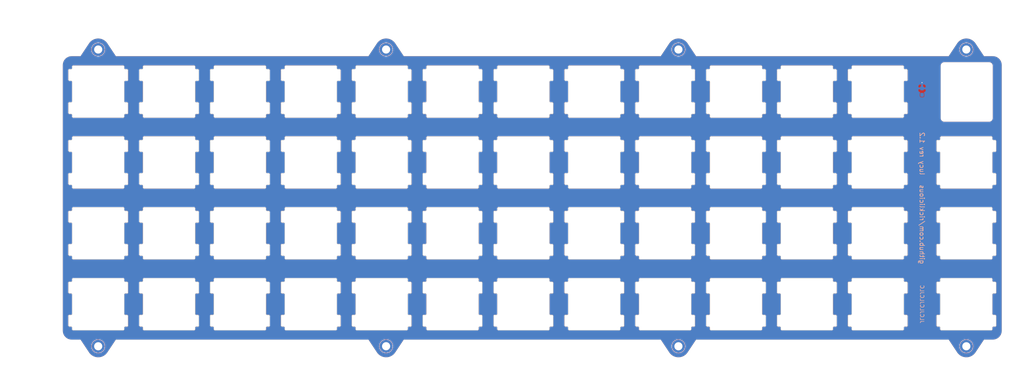
<source format=kicad_pcb>
(kicad_pcb (version 20171130) (host pcbnew "(5.1.4-0)")
  (layers (0 F.Cu signal) (31 B.Cu signal) (34 B.Paste user) (35 F.Paste user) (36 B.SilkS user) (37 F.SilkS user) (38 B.Mask user) (39 F.Mask user hide) (44 Edge.Cuts user))
  (net 0 "")
  (net 1 GND)
  (module Keeb_footprints:EC11_cutout_plated (layer F.Cu) (at 389.33601 50.00646 180)
    (fp_text reference U49)
    (fp_text value HOLE)
    (fp_arc (start -6.1 6.9) (end -7.1 6.9) (angle -90) (layer Edge.Cuts) (width 0.05))
    (fp_arc (start 5.9 -7.1) (end 6.9 -7.1) (angle -90) (layer Edge.Cuts) (width 0.05))
    (fp_arc (start -6.1 -7.1) (end -6.1 -8.1) (angle -90) (layer Edge.Cuts) (width 0.05))
    (fp_arc (start 5.9 6.9) (end 5.9 7.9) (angle -90) (layer Edge.Cuts) (width 0.05))
    (fp_line (start 6.9 6.9) (end 6.9 -7.1) (layer Edge.Cuts) (width 0.05))
    (fp_line (start -6.1 -8.1) (end 5.9 -8.1) (layer Edge.Cuts) (width 0.05))
    (fp_line (start -7.1 6.9) (end -7.1 -7.1) (layer Edge.Cuts) (width 0.05))
    (fp_line (start 5.9 7.9) (end -6.1 7.9) (layer Edge.Cuts) (width 0.05))
  )
  (module Keeb_footprints:MX100_slot_plated_2 (layer F.Cu) (at 175.02261 50.00646)
    (fp_text reference U2)
    (fp_text value HOLE)
    (fp_arc (start -6.7 6.7) (end -7 6.7) (angle -90) (layer Edge.Cuts) (width 0.1))
    (fp_arc (start -7.8 3.1) (end -7.8 2.9) (angle -90) (layer Edge.Cuts) (width 0.1))
    (fp_line (start -7 6.7) (end -7 6.3) (layer Edge.Cuts) (width 0.1))
    (fp_arc (start -7.3 6.3) (end -7 6.3) (angle -90) (layer Edge.Cuts) (width 0.1))
    (fp_arc (start -7.7 5.7) (end -8 5.7) (angle -90) (layer Edge.Cuts) (width 0.1))
    (fp_line (start -7.8 2.9) (end -7.3 2.9) (layer Edge.Cuts) (width 0.1))
    (fp_line (start -8 3.1) (end -8 5.7) (layer Edge.Cuts) (width 0.1))
    (fp_line (start -7.3 6) (end -7.7 6) (layer Edge.Cuts) (width 0.1))
    (fp_arc (start -7.3 2.6) (end -7.3 2.9) (angle -90) (layer Edge.Cuts) (width 0.1))
    (fp_arc (start -7.8 -5.8) (end -7.8 -6) (angle -90) (layer Edge.Cuts) (width 0.1))
    (fp_arc (start -7.7 -3.2) (end -8 -3.2) (angle -90) (layer Edge.Cuts) (width 0.1))
    (fp_arc (start -7.3 -2.6) (end -7 -2.6) (angle -90) (layer Edge.Cuts) (width 0.1))
    (fp_arc (start -7.3 -6.3) (end -7.3 -6) (angle -90) (layer Edge.Cuts) (width 0.1))
    (fp_line (start -8 -5.8) (end -8 -3.2) (layer Edge.Cuts) (width 0.1))
    (fp_line (start -7.3 -2.9) (end -7.7 -2.9) (layer Edge.Cuts) (width 0.1))
    (fp_line (start -7.8 -6) (end -7.3 -6) (layer Edge.Cuts) (width 0.1))
    (fp_arc (start 7.8 5.8) (end 7.8 6) (angle -90) (layer Edge.Cuts) (width 0.1))
    (fp_arc (start 7.3 6.3) (end 7.3 6) (angle -90) (layer Edge.Cuts) (width 0.1))
    (fp_line (start 7.3 2.9) (end 7.7 2.9) (layer Edge.Cuts) (width 0.1))
    (fp_line (start 8 5.8) (end 8 3.2) (layer Edge.Cuts) (width 0.1))
    (fp_line (start 7.8 6) (end 7.3 6) (layer Edge.Cuts) (width 0.1))
    (fp_arc (start 7.7 3.2) (end 8 3.2) (angle -90) (layer Edge.Cuts) (width 0.1))
    (fp_arc (start 7.3 2.6) (end 7 2.6) (angle -90) (layer Edge.Cuts) (width 0.1))
    (fp_line (start 7 -6.7) (end 7 -6.3) (layer Edge.Cuts) (width 0.1))
    (fp_arc (start 7.7 -5.7) (end 8 -5.7) (angle -90) (layer Edge.Cuts) (width 0.1))
    (fp_arc (start 7.3 -6.3) (end 7 -6.3) (angle -90) (layer Edge.Cuts) (width 0.1))
    (fp_arc (start 6.7 6.7) (end 6.7 7) (angle -90) (layer Edge.Cuts) (width 0.1))
    (fp_line (start 7 2.6) (end 7 -2.6) (layer Edge.Cuts) (width 0.1))
    (fp_line (start 7.8 -2.9) (end 7.3 -2.9) (layer Edge.Cuts) (width 0.1))
    (fp_line (start 8 -3.1) (end 8 -5.7) (layer Edge.Cuts) (width 0.1))
    (fp_line (start 7.3 -6) (end 7.7 -6) (layer Edge.Cuts) (width 0.1))
    (fp_arc (start 7.3 -2.6) (end 7.3 -2.9) (angle -90) (layer Edge.Cuts) (width 0.1))
    (fp_arc (start 7.8 -3.1) (end 7.8 -2.9) (angle -90) (layer Edge.Cuts) (width 0.1))
    (fp_arc (start 6.7 -6.7) (end 7 -6.7) (angle -90) (layer Edge.Cuts) (width 0.1))
    (fp_line (start 7 6.3) (end 7 6.7) (layer Edge.Cuts) (width 0.1))
    (fp_line (start -7 -6.3) (end -7 -6.7) (layer Edge.Cuts) (width 0.1))
    (fp_line (start -7 -2.6) (end -7 2.6) (layer Edge.Cuts) (width 0.1))
    (fp_line (start 6.7 -7) (end -6.7 -7) (layer Edge.Cuts) (width 0.1))
    (fp_arc (start -6.7 -6.7) (end -6.7 -7) (angle -90) (layer Edge.Cuts) (width 0.1))
    (fp_line (start 6.7 7) (end -6.7 7) (layer Edge.Cuts) (width 0.1))
  )
  (module Keeb_footprints:MX100_slot_plated_2 (layer F.Cu) (at 308.373362 50.00646)
    (fp_text reference U9)
    (fp_text value HOLE)
    (fp_arc (start -6.7 6.7) (end -7 6.7) (angle -90) (layer Edge.Cuts) (width 0.1))
    (fp_arc (start -7.8 3.1) (end -7.8 2.9) (angle -90) (layer Edge.Cuts) (width 0.1))
    (fp_line (start -7 6.7) (end -7 6.3) (layer Edge.Cuts) (width 0.1))
    (fp_arc (start -7.3 6.3) (end -7 6.3) (angle -90) (layer Edge.Cuts) (width 0.1))
    (fp_arc (start -7.7 5.7) (end -8 5.7) (angle -90) (layer Edge.Cuts) (width 0.1))
    (fp_line (start -7.8 2.9) (end -7.3 2.9) (layer Edge.Cuts) (width 0.1))
    (fp_line (start -8 3.1) (end -8 5.7) (layer Edge.Cuts) (width 0.1))
    (fp_line (start -7.3 6) (end -7.7 6) (layer Edge.Cuts) (width 0.1))
    (fp_arc (start -7.3 2.6) (end -7.3 2.9) (angle -90) (layer Edge.Cuts) (width 0.1))
    (fp_arc (start -7.8 -5.8) (end -7.8 -6) (angle -90) (layer Edge.Cuts) (width 0.1))
    (fp_arc (start -7.7 -3.2) (end -8 -3.2) (angle -90) (layer Edge.Cuts) (width 0.1))
    (fp_arc (start -7.3 -2.6) (end -7 -2.6) (angle -90) (layer Edge.Cuts) (width 0.1))
    (fp_arc (start -7.3 -6.3) (end -7.3 -6) (angle -90) (layer Edge.Cuts) (width 0.1))
    (fp_line (start -8 -5.8) (end -8 -3.2) (layer Edge.Cuts) (width 0.1))
    (fp_line (start -7.3 -2.9) (end -7.7 -2.9) (layer Edge.Cuts) (width 0.1))
    (fp_line (start -7.8 -6) (end -7.3 -6) (layer Edge.Cuts) (width 0.1))
    (fp_arc (start 7.8 5.8) (end 7.8 6) (angle -90) (layer Edge.Cuts) (width 0.1))
    (fp_arc (start 7.3 6.3) (end 7.3 6) (angle -90) (layer Edge.Cuts) (width 0.1))
    (fp_line (start 7.3 2.9) (end 7.7 2.9) (layer Edge.Cuts) (width 0.1))
    (fp_line (start 8 5.8) (end 8 3.2) (layer Edge.Cuts) (width 0.1))
    (fp_line (start 7.8 6) (end 7.3 6) (layer Edge.Cuts) (width 0.1))
    (fp_arc (start 7.7 3.2) (end 8 3.2) (angle -90) (layer Edge.Cuts) (width 0.1))
    (fp_arc (start 7.3 2.6) (end 7 2.6) (angle -90) (layer Edge.Cuts) (width 0.1))
    (fp_line (start 7 -6.7) (end 7 -6.3) (layer Edge.Cuts) (width 0.1))
    (fp_arc (start 7.7 -5.7) (end 8 -5.7) (angle -90) (layer Edge.Cuts) (width 0.1))
    (fp_arc (start 7.3 -6.3) (end 7 -6.3) (angle -90) (layer Edge.Cuts) (width 0.1))
    (fp_arc (start 6.7 6.7) (end 6.7 7) (angle -90) (layer Edge.Cuts) (width 0.1))
    (fp_line (start 7 2.6) (end 7 -2.6) (layer Edge.Cuts) (width 0.1))
    (fp_line (start 7.8 -2.9) (end 7.3 -2.9) (layer Edge.Cuts) (width 0.1))
    (fp_line (start 8 -3.1) (end 8 -5.7) (layer Edge.Cuts) (width 0.1))
    (fp_line (start 7.3 -6) (end 7.7 -6) (layer Edge.Cuts) (width 0.1))
    (fp_arc (start 7.3 -2.6) (end 7.3 -2.9) (angle -90) (layer Edge.Cuts) (width 0.1))
    (fp_arc (start 7.8 -3.1) (end 7.8 -2.9) (angle -90) (layer Edge.Cuts) (width 0.1))
    (fp_arc (start 6.7 -6.7) (end 7 -6.7) (angle -90) (layer Edge.Cuts) (width 0.1))
    (fp_line (start 7 6.3) (end 7 6.7) (layer Edge.Cuts) (width 0.1))
    (fp_line (start -7 -6.3) (end -7 -6.7) (layer Edge.Cuts) (width 0.1))
    (fp_line (start -7 -2.6) (end -7 2.6) (layer Edge.Cuts) (width 0.1))
    (fp_line (start 6.7 -7) (end -6.7 -7) (layer Edge.Cuts) (width 0.1))
    (fp_arc (start -6.7 -6.7) (end -6.7 -7) (angle -90) (layer Edge.Cuts) (width 0.1))
    (fp_line (start 6.7 7) (end -6.7 7) (layer Edge.Cuts) (width 0.1))
  )
  (module Keeb_footprints:MX100_slot_plated_2 (layer F.Cu) (at 389.33601 107.1567)
    (fp_text reference U52)
    (fp_text value HOLE)
    (fp_arc (start -6.7 6.7) (end -7 6.7) (angle -90) (layer Edge.Cuts) (width 0.1))
    (fp_arc (start -7.8 3.1) (end -7.8 2.9) (angle -90) (layer Edge.Cuts) (width 0.1))
    (fp_line (start -7 6.7) (end -7 6.3) (layer Edge.Cuts) (width 0.1))
    (fp_arc (start -7.3 6.3) (end -7 6.3) (angle -90) (layer Edge.Cuts) (width 0.1))
    (fp_arc (start -7.7 5.7) (end -8 5.7) (angle -90) (layer Edge.Cuts) (width 0.1))
    (fp_line (start -7.8 2.9) (end -7.3 2.9) (layer Edge.Cuts) (width 0.1))
    (fp_line (start -8 3.1) (end -8 5.7) (layer Edge.Cuts) (width 0.1))
    (fp_line (start -7.3 6) (end -7.7 6) (layer Edge.Cuts) (width 0.1))
    (fp_arc (start -7.3 2.6) (end -7.3 2.9) (angle -90) (layer Edge.Cuts) (width 0.1))
    (fp_arc (start -7.8 -5.8) (end -7.8 -6) (angle -90) (layer Edge.Cuts) (width 0.1))
    (fp_arc (start -7.7 -3.2) (end -8 -3.2) (angle -90) (layer Edge.Cuts) (width 0.1))
    (fp_arc (start -7.3 -2.6) (end -7 -2.6) (angle -90) (layer Edge.Cuts) (width 0.1))
    (fp_arc (start -7.3 -6.3) (end -7.3 -6) (angle -90) (layer Edge.Cuts) (width 0.1))
    (fp_line (start -8 -5.8) (end -8 -3.2) (layer Edge.Cuts) (width 0.1))
    (fp_line (start -7.3 -2.9) (end -7.7 -2.9) (layer Edge.Cuts) (width 0.1))
    (fp_line (start -7.8 -6) (end -7.3 -6) (layer Edge.Cuts) (width 0.1))
    (fp_arc (start 7.8 5.8) (end 7.8 6) (angle -90) (layer Edge.Cuts) (width 0.1))
    (fp_arc (start 7.3 6.3) (end 7.3 6) (angle -90) (layer Edge.Cuts) (width 0.1))
    (fp_line (start 7.3 2.9) (end 7.7 2.9) (layer Edge.Cuts) (width 0.1))
    (fp_line (start 8 5.8) (end 8 3.2) (layer Edge.Cuts) (width 0.1))
    (fp_line (start 7.8 6) (end 7.3 6) (layer Edge.Cuts) (width 0.1))
    (fp_arc (start 7.7 3.2) (end 8 3.2) (angle -90) (layer Edge.Cuts) (width 0.1))
    (fp_arc (start 7.3 2.6) (end 7 2.6) (angle -90) (layer Edge.Cuts) (width 0.1))
    (fp_line (start 7 -6.7) (end 7 -6.3) (layer Edge.Cuts) (width 0.1))
    (fp_arc (start 7.7 -5.7) (end 8 -5.7) (angle -90) (layer Edge.Cuts) (width 0.1))
    (fp_arc (start 7.3 -6.3) (end 7 -6.3) (angle -90) (layer Edge.Cuts) (width 0.1))
    (fp_arc (start 6.7 6.7) (end 6.7 7) (angle -90) (layer Edge.Cuts) (width 0.1))
    (fp_line (start 7 2.6) (end 7 -2.6) (layer Edge.Cuts) (width 0.1))
    (fp_line (start 7.8 -2.9) (end 7.3 -2.9) (layer Edge.Cuts) (width 0.1))
    (fp_line (start 8 -3.1) (end 8 -5.7) (layer Edge.Cuts) (width 0.1))
    (fp_line (start 7.3 -6) (end 7.7 -6) (layer Edge.Cuts) (width 0.1))
    (fp_arc (start 7.3 -2.6) (end 7.3 -2.9) (angle -90) (layer Edge.Cuts) (width 0.1))
    (fp_arc (start 7.8 -3.1) (end 7.8 -2.9) (angle -90) (layer Edge.Cuts) (width 0.1))
    (fp_arc (start 6.7 -6.7) (end 7 -6.7) (angle -90) (layer Edge.Cuts) (width 0.1))
    (fp_line (start 7 6.3) (end 7 6.7) (layer Edge.Cuts) (width 0.1))
    (fp_line (start -7 -6.3) (end -7 -6.7) (layer Edge.Cuts) (width 0.1))
    (fp_line (start -7 -2.6) (end -7 2.6) (layer Edge.Cuts) (width 0.1))
    (fp_line (start 6.7 -7) (end -6.7 -7) (layer Edge.Cuts) (width 0.1))
    (fp_arc (start -6.7 -6.7) (end -6.7 -7) (angle -90) (layer Edge.Cuts) (width 0.1))
    (fp_line (start 6.7 7) (end -6.7 7) (layer Edge.Cuts) (width 0.1))
  )
  (module Keeb_footprints:MX100_slot_plated_2 (layer F.Cu) (at 389.33589 88.106428)
    (fp_text reference U51)
    (fp_text value HOLE)
    (fp_arc (start -6.7 6.7) (end -7 6.7) (angle -90) (layer Edge.Cuts) (width 0.1))
    (fp_arc (start -7.8 3.1) (end -7.8 2.9) (angle -90) (layer Edge.Cuts) (width 0.1))
    (fp_line (start -7 6.7) (end -7 6.3) (layer Edge.Cuts) (width 0.1))
    (fp_arc (start -7.3 6.3) (end -7 6.3) (angle -90) (layer Edge.Cuts) (width 0.1))
    (fp_arc (start -7.7 5.7) (end -8 5.7) (angle -90) (layer Edge.Cuts) (width 0.1))
    (fp_line (start -7.8 2.9) (end -7.3 2.9) (layer Edge.Cuts) (width 0.1))
    (fp_line (start -8 3.1) (end -8 5.7) (layer Edge.Cuts) (width 0.1))
    (fp_line (start -7.3 6) (end -7.7 6) (layer Edge.Cuts) (width 0.1))
    (fp_arc (start -7.3 2.6) (end -7.3 2.9) (angle -90) (layer Edge.Cuts) (width 0.1))
    (fp_arc (start -7.8 -5.8) (end -7.8 -6) (angle -90) (layer Edge.Cuts) (width 0.1))
    (fp_arc (start -7.7 -3.2) (end -8 -3.2) (angle -90) (layer Edge.Cuts) (width 0.1))
    (fp_arc (start -7.3 -2.6) (end -7 -2.6) (angle -90) (layer Edge.Cuts) (width 0.1))
    (fp_arc (start -7.3 -6.3) (end -7.3 -6) (angle -90) (layer Edge.Cuts) (width 0.1))
    (fp_line (start -8 -5.8) (end -8 -3.2) (layer Edge.Cuts) (width 0.1))
    (fp_line (start -7.3 -2.9) (end -7.7 -2.9) (layer Edge.Cuts) (width 0.1))
    (fp_line (start -7.8 -6) (end -7.3 -6) (layer Edge.Cuts) (width 0.1))
    (fp_arc (start 7.8 5.8) (end 7.8 6) (angle -90) (layer Edge.Cuts) (width 0.1))
    (fp_arc (start 7.3 6.3) (end 7.3 6) (angle -90) (layer Edge.Cuts) (width 0.1))
    (fp_line (start 7.3 2.9) (end 7.7 2.9) (layer Edge.Cuts) (width 0.1))
    (fp_line (start 8 5.8) (end 8 3.2) (layer Edge.Cuts) (width 0.1))
    (fp_line (start 7.8 6) (end 7.3 6) (layer Edge.Cuts) (width 0.1))
    (fp_arc (start 7.7 3.2) (end 8 3.2) (angle -90) (layer Edge.Cuts) (width 0.1))
    (fp_arc (start 7.3 2.6) (end 7 2.6) (angle -90) (layer Edge.Cuts) (width 0.1))
    (fp_line (start 7 -6.7) (end 7 -6.3) (layer Edge.Cuts) (width 0.1))
    (fp_arc (start 7.7 -5.7) (end 8 -5.7) (angle -90) (layer Edge.Cuts) (width 0.1))
    (fp_arc (start 7.3 -6.3) (end 7 -6.3) (angle -90) (layer Edge.Cuts) (width 0.1))
    (fp_arc (start 6.7 6.7) (end 6.7 7) (angle -90) (layer Edge.Cuts) (width 0.1))
    (fp_line (start 7 2.6) (end 7 -2.6) (layer Edge.Cuts) (width 0.1))
    (fp_line (start 7.8 -2.9) (end 7.3 -2.9) (layer Edge.Cuts) (width 0.1))
    (fp_line (start 8 -3.1) (end 8 -5.7) (layer Edge.Cuts) (width 0.1))
    (fp_line (start 7.3 -6) (end 7.7 -6) (layer Edge.Cuts) (width 0.1))
    (fp_arc (start 7.3 -2.6) (end 7.3 -2.9) (angle -90) (layer Edge.Cuts) (width 0.1))
    (fp_arc (start 7.8 -3.1) (end 7.8 -2.9) (angle -90) (layer Edge.Cuts) (width 0.1))
    (fp_arc (start 6.7 -6.7) (end 7 -6.7) (angle -90) (layer Edge.Cuts) (width 0.1))
    (fp_line (start 7 6.3) (end 7 6.7) (layer Edge.Cuts) (width 0.1))
    (fp_line (start -7 -6.3) (end -7 -6.7) (layer Edge.Cuts) (width 0.1))
    (fp_line (start -7 -2.6) (end -7 2.6) (layer Edge.Cuts) (width 0.1))
    (fp_line (start 6.7 -7) (end -6.7 -7) (layer Edge.Cuts) (width 0.1))
    (fp_arc (start -6.7 -6.7) (end -6.7 -7) (angle -90) (layer Edge.Cuts) (width 0.1))
    (fp_line (start 6.7 7) (end -6.7 7) (layer Edge.Cuts) (width 0.1))
  )
  (module Keeb_footprints:MX100_slot_plated_2 (layer F.Cu) (at 389.33589 69.056444)
    (fp_text reference U50)
    (fp_text value HOLE)
    (fp_arc (start -6.7 6.7) (end -7 6.7) (angle -90) (layer Edge.Cuts) (width 0.1))
    (fp_arc (start -7.8 3.1) (end -7.8 2.9) (angle -90) (layer Edge.Cuts) (width 0.1))
    (fp_line (start -7 6.7) (end -7 6.3) (layer Edge.Cuts) (width 0.1))
    (fp_arc (start -7.3 6.3) (end -7 6.3) (angle -90) (layer Edge.Cuts) (width 0.1))
    (fp_arc (start -7.7 5.7) (end -8 5.7) (angle -90) (layer Edge.Cuts) (width 0.1))
    (fp_line (start -7.8 2.9) (end -7.3 2.9) (layer Edge.Cuts) (width 0.1))
    (fp_line (start -8 3.1) (end -8 5.7) (layer Edge.Cuts) (width 0.1))
    (fp_line (start -7.3 6) (end -7.7 6) (layer Edge.Cuts) (width 0.1))
    (fp_arc (start -7.3 2.6) (end -7.3 2.9) (angle -90) (layer Edge.Cuts) (width 0.1))
    (fp_arc (start -7.8 -5.8) (end -7.8 -6) (angle -90) (layer Edge.Cuts) (width 0.1))
    (fp_arc (start -7.7 -3.2) (end -8 -3.2) (angle -90) (layer Edge.Cuts) (width 0.1))
    (fp_arc (start -7.3 -2.6) (end -7 -2.6) (angle -90) (layer Edge.Cuts) (width 0.1))
    (fp_arc (start -7.3 -6.3) (end -7.3 -6) (angle -90) (layer Edge.Cuts) (width 0.1))
    (fp_line (start -8 -5.8) (end -8 -3.2) (layer Edge.Cuts) (width 0.1))
    (fp_line (start -7.3 -2.9) (end -7.7 -2.9) (layer Edge.Cuts) (width 0.1))
    (fp_line (start -7.8 -6) (end -7.3 -6) (layer Edge.Cuts) (width 0.1))
    (fp_arc (start 7.8 5.8) (end 7.8 6) (angle -90) (layer Edge.Cuts) (width 0.1))
    (fp_arc (start 7.3 6.3) (end 7.3 6) (angle -90) (layer Edge.Cuts) (width 0.1))
    (fp_line (start 7.3 2.9) (end 7.7 2.9) (layer Edge.Cuts) (width 0.1))
    (fp_line (start 8 5.8) (end 8 3.2) (layer Edge.Cuts) (width 0.1))
    (fp_line (start 7.8 6) (end 7.3 6) (layer Edge.Cuts) (width 0.1))
    (fp_arc (start 7.7 3.2) (end 8 3.2) (angle -90) (layer Edge.Cuts) (width 0.1))
    (fp_arc (start 7.3 2.6) (end 7 2.6) (angle -90) (layer Edge.Cuts) (width 0.1))
    (fp_line (start 7 -6.7) (end 7 -6.3) (layer Edge.Cuts) (width 0.1))
    (fp_arc (start 7.7 -5.7) (end 8 -5.7) (angle -90) (layer Edge.Cuts) (width 0.1))
    (fp_arc (start 7.3 -6.3) (end 7 -6.3) (angle -90) (layer Edge.Cuts) (width 0.1))
    (fp_arc (start 6.7 6.7) (end 6.7 7) (angle -90) (layer Edge.Cuts) (width 0.1))
    (fp_line (start 7 2.6) (end 7 -2.6) (layer Edge.Cuts) (width 0.1))
    (fp_line (start 7.8 -2.9) (end 7.3 -2.9) (layer Edge.Cuts) (width 0.1))
    (fp_line (start 8 -3.1) (end 8 -5.7) (layer Edge.Cuts) (width 0.1))
    (fp_line (start 7.3 -6) (end 7.7 -6) (layer Edge.Cuts) (width 0.1))
    (fp_arc (start 7.3 -2.6) (end 7.3 -2.9) (angle -90) (layer Edge.Cuts) (width 0.1))
    (fp_arc (start 7.8 -3.1) (end 7.8 -2.9) (angle -90) (layer Edge.Cuts) (width 0.1))
    (fp_arc (start 6.7 -6.7) (end 7 -6.7) (angle -90) (layer Edge.Cuts) (width 0.1))
    (fp_line (start 7 6.3) (end 7 6.7) (layer Edge.Cuts) (width 0.1))
    (fp_line (start -7 -6.3) (end -7 -6.7) (layer Edge.Cuts) (width 0.1))
    (fp_line (start -7 -2.6) (end -7 2.6) (layer Edge.Cuts) (width 0.1))
    (fp_line (start 6.7 -7) (end -6.7 -7) (layer Edge.Cuts) (width 0.1))
    (fp_arc (start -6.7 -6.7) (end -6.7 -7) (angle -90) (layer Edge.Cuts) (width 0.1))
    (fp_line (start 6.7 7) (end -6.7 7) (layer Edge.Cuts) (width 0.1))
  )
  (module Keeb_footprints:MX100_slot_plated_2 (layer F.Cu) (at 365.52341 107.1567)
    (fp_text reference U48)
    (fp_text value HOLE)
    (fp_arc (start -6.7 6.7) (end -7 6.7) (angle -90) (layer Edge.Cuts) (width 0.1))
    (fp_arc (start -7.8 3.1) (end -7.8 2.9) (angle -90) (layer Edge.Cuts) (width 0.1))
    (fp_line (start -7 6.7) (end -7 6.3) (layer Edge.Cuts) (width 0.1))
    (fp_arc (start -7.3 6.3) (end -7 6.3) (angle -90) (layer Edge.Cuts) (width 0.1))
    (fp_arc (start -7.7 5.7) (end -8 5.7) (angle -90) (layer Edge.Cuts) (width 0.1))
    (fp_line (start -7.8 2.9) (end -7.3 2.9) (layer Edge.Cuts) (width 0.1))
    (fp_line (start -8 3.1) (end -8 5.7) (layer Edge.Cuts) (width 0.1))
    (fp_line (start -7.3 6) (end -7.7 6) (layer Edge.Cuts) (width 0.1))
    (fp_arc (start -7.3 2.6) (end -7.3 2.9) (angle -90) (layer Edge.Cuts) (width 0.1))
    (fp_arc (start -7.8 -5.8) (end -7.8 -6) (angle -90) (layer Edge.Cuts) (width 0.1))
    (fp_arc (start -7.7 -3.2) (end -8 -3.2) (angle -90) (layer Edge.Cuts) (width 0.1))
    (fp_arc (start -7.3 -2.6) (end -7 -2.6) (angle -90) (layer Edge.Cuts) (width 0.1))
    (fp_arc (start -7.3 -6.3) (end -7.3 -6) (angle -90) (layer Edge.Cuts) (width 0.1))
    (fp_line (start -8 -5.8) (end -8 -3.2) (layer Edge.Cuts) (width 0.1))
    (fp_line (start -7.3 -2.9) (end -7.7 -2.9) (layer Edge.Cuts) (width 0.1))
    (fp_line (start -7.8 -6) (end -7.3 -6) (layer Edge.Cuts) (width 0.1))
    (fp_arc (start 7.8 5.8) (end 7.8 6) (angle -90) (layer Edge.Cuts) (width 0.1))
    (fp_arc (start 7.3 6.3) (end 7.3 6) (angle -90) (layer Edge.Cuts) (width 0.1))
    (fp_line (start 7.3 2.9) (end 7.7 2.9) (layer Edge.Cuts) (width 0.1))
    (fp_line (start 8 5.8) (end 8 3.2) (layer Edge.Cuts) (width 0.1))
    (fp_line (start 7.8 6) (end 7.3 6) (layer Edge.Cuts) (width 0.1))
    (fp_arc (start 7.7 3.2) (end 8 3.2) (angle -90) (layer Edge.Cuts) (width 0.1))
    (fp_arc (start 7.3 2.6) (end 7 2.6) (angle -90) (layer Edge.Cuts) (width 0.1))
    (fp_line (start 7 -6.7) (end 7 -6.3) (layer Edge.Cuts) (width 0.1))
    (fp_arc (start 7.7 -5.7) (end 8 -5.7) (angle -90) (layer Edge.Cuts) (width 0.1))
    (fp_arc (start 7.3 -6.3) (end 7 -6.3) (angle -90) (layer Edge.Cuts) (width 0.1))
    (fp_arc (start 6.7 6.7) (end 6.7 7) (angle -90) (layer Edge.Cuts) (width 0.1))
    (fp_line (start 7 2.6) (end 7 -2.6) (layer Edge.Cuts) (width 0.1))
    (fp_line (start 7.8 -2.9) (end 7.3 -2.9) (layer Edge.Cuts) (width 0.1))
    (fp_line (start 8 -3.1) (end 8 -5.7) (layer Edge.Cuts) (width 0.1))
    (fp_line (start 7.3 -6) (end 7.7 -6) (layer Edge.Cuts) (width 0.1))
    (fp_arc (start 7.3 -2.6) (end 7.3 -2.9) (angle -90) (layer Edge.Cuts) (width 0.1))
    (fp_arc (start 7.8 -3.1) (end 7.8 -2.9) (angle -90) (layer Edge.Cuts) (width 0.1))
    (fp_arc (start 6.7 -6.7) (end 7 -6.7) (angle -90) (layer Edge.Cuts) (width 0.1))
    (fp_line (start 7 6.3) (end 7 6.7) (layer Edge.Cuts) (width 0.1))
    (fp_line (start -7 -6.3) (end -7 -6.7) (layer Edge.Cuts) (width 0.1))
    (fp_line (start -7 -2.6) (end -7 2.6) (layer Edge.Cuts) (width 0.1))
    (fp_line (start 6.7 -7) (end -6.7 -7) (layer Edge.Cuts) (width 0.1))
    (fp_arc (start -6.7 -6.7) (end -6.7 -7) (angle -90) (layer Edge.Cuts) (width 0.1))
    (fp_line (start 6.7 7) (end -6.7 7) (layer Edge.Cuts) (width 0.1))
  )
  (module Keeb_footprints:MX100_slot_plated_2 (layer F.Cu) (at 346.47333 107.16)
    (fp_text reference U47)
    (fp_text value HOLE)
    (fp_arc (start -6.7 6.7) (end -7 6.7) (angle -90) (layer Edge.Cuts) (width 0.1))
    (fp_arc (start -7.8 3.1) (end -7.8 2.9) (angle -90) (layer Edge.Cuts) (width 0.1))
    (fp_line (start -7 6.7) (end -7 6.3) (layer Edge.Cuts) (width 0.1))
    (fp_arc (start -7.3 6.3) (end -7 6.3) (angle -90) (layer Edge.Cuts) (width 0.1))
    (fp_arc (start -7.7 5.7) (end -8 5.7) (angle -90) (layer Edge.Cuts) (width 0.1))
    (fp_line (start -7.8 2.9) (end -7.3 2.9) (layer Edge.Cuts) (width 0.1))
    (fp_line (start -8 3.1) (end -8 5.7) (layer Edge.Cuts) (width 0.1))
    (fp_line (start -7.3 6) (end -7.7 6) (layer Edge.Cuts) (width 0.1))
    (fp_arc (start -7.3 2.6) (end -7.3 2.9) (angle -90) (layer Edge.Cuts) (width 0.1))
    (fp_arc (start -7.8 -5.8) (end -7.8 -6) (angle -90) (layer Edge.Cuts) (width 0.1))
    (fp_arc (start -7.7 -3.2) (end -8 -3.2) (angle -90) (layer Edge.Cuts) (width 0.1))
    (fp_arc (start -7.3 -2.6) (end -7 -2.6) (angle -90) (layer Edge.Cuts) (width 0.1))
    (fp_arc (start -7.3 -6.3) (end -7.3 -6) (angle -90) (layer Edge.Cuts) (width 0.1))
    (fp_line (start -8 -5.8) (end -8 -3.2) (layer Edge.Cuts) (width 0.1))
    (fp_line (start -7.3 -2.9) (end -7.7 -2.9) (layer Edge.Cuts) (width 0.1))
    (fp_line (start -7.8 -6) (end -7.3 -6) (layer Edge.Cuts) (width 0.1))
    (fp_arc (start 7.8 5.8) (end 7.8 6) (angle -90) (layer Edge.Cuts) (width 0.1))
    (fp_arc (start 7.3 6.3) (end 7.3 6) (angle -90) (layer Edge.Cuts) (width 0.1))
    (fp_line (start 7.3 2.9) (end 7.7 2.9) (layer Edge.Cuts) (width 0.1))
    (fp_line (start 8 5.8) (end 8 3.2) (layer Edge.Cuts) (width 0.1))
    (fp_line (start 7.8 6) (end 7.3 6) (layer Edge.Cuts) (width 0.1))
    (fp_arc (start 7.7 3.2) (end 8 3.2) (angle -90) (layer Edge.Cuts) (width 0.1))
    (fp_arc (start 7.3 2.6) (end 7 2.6) (angle -90) (layer Edge.Cuts) (width 0.1))
    (fp_line (start 7 -6.7) (end 7 -6.3) (layer Edge.Cuts) (width 0.1))
    (fp_arc (start 7.7 -5.7) (end 8 -5.7) (angle -90) (layer Edge.Cuts) (width 0.1))
    (fp_arc (start 7.3 -6.3) (end 7 -6.3) (angle -90) (layer Edge.Cuts) (width 0.1))
    (fp_arc (start 6.7 6.7) (end 6.7 7) (angle -90) (layer Edge.Cuts) (width 0.1))
    (fp_line (start 7 2.6) (end 7 -2.6) (layer Edge.Cuts) (width 0.1))
    (fp_line (start 7.8 -2.9) (end 7.3 -2.9) (layer Edge.Cuts) (width 0.1))
    (fp_line (start 8 -3.1) (end 8 -5.7) (layer Edge.Cuts) (width 0.1))
    (fp_line (start 7.3 -6) (end 7.7 -6) (layer Edge.Cuts) (width 0.1))
    (fp_arc (start 7.3 -2.6) (end 7.3 -2.9) (angle -90) (layer Edge.Cuts) (width 0.1))
    (fp_arc (start 7.8 -3.1) (end 7.8 -2.9) (angle -90) (layer Edge.Cuts) (width 0.1))
    (fp_arc (start 6.7 -6.7) (end 7 -6.7) (angle -90) (layer Edge.Cuts) (width 0.1))
    (fp_line (start 7 6.3) (end 7 6.7) (layer Edge.Cuts) (width 0.1))
    (fp_line (start -7 -6.3) (end -7 -6.7) (layer Edge.Cuts) (width 0.1))
    (fp_line (start -7 -2.6) (end -7 2.6) (layer Edge.Cuts) (width 0.1))
    (fp_line (start 6.7 -7) (end -6.7 -7) (layer Edge.Cuts) (width 0.1))
    (fp_arc (start -6.7 -6.7) (end -6.7 -7) (angle -90) (layer Edge.Cuts) (width 0.1))
    (fp_line (start 6.7 7) (end -6.7 7) (layer Edge.Cuts) (width 0.1))
  )
  (module Keeb_footprints:MX100_slot_plated_2 (layer F.Cu) (at 327.42325 107.1567)
    (fp_text reference U46)
    (fp_text value HOLE)
    (fp_arc (start -6.7 6.7) (end -7 6.7) (angle -90) (layer Edge.Cuts) (width 0.1))
    (fp_arc (start -7.8 3.1) (end -7.8 2.9) (angle -90) (layer Edge.Cuts) (width 0.1))
    (fp_line (start -7 6.7) (end -7 6.3) (layer Edge.Cuts) (width 0.1))
    (fp_arc (start -7.3 6.3) (end -7 6.3) (angle -90) (layer Edge.Cuts) (width 0.1))
    (fp_arc (start -7.7 5.7) (end -8 5.7) (angle -90) (layer Edge.Cuts) (width 0.1))
    (fp_line (start -7.8 2.9) (end -7.3 2.9) (layer Edge.Cuts) (width 0.1))
    (fp_line (start -8 3.1) (end -8 5.7) (layer Edge.Cuts) (width 0.1))
    (fp_line (start -7.3 6) (end -7.7 6) (layer Edge.Cuts) (width 0.1))
    (fp_arc (start -7.3 2.6) (end -7.3 2.9) (angle -90) (layer Edge.Cuts) (width 0.1))
    (fp_arc (start -7.8 -5.8) (end -7.8 -6) (angle -90) (layer Edge.Cuts) (width 0.1))
    (fp_arc (start -7.7 -3.2) (end -8 -3.2) (angle -90) (layer Edge.Cuts) (width 0.1))
    (fp_arc (start -7.3 -2.6) (end -7 -2.6) (angle -90) (layer Edge.Cuts) (width 0.1))
    (fp_arc (start -7.3 -6.3) (end -7.3 -6) (angle -90) (layer Edge.Cuts) (width 0.1))
    (fp_line (start -8 -5.8) (end -8 -3.2) (layer Edge.Cuts) (width 0.1))
    (fp_line (start -7.3 -2.9) (end -7.7 -2.9) (layer Edge.Cuts) (width 0.1))
    (fp_line (start -7.8 -6) (end -7.3 -6) (layer Edge.Cuts) (width 0.1))
    (fp_arc (start 7.8 5.8) (end 7.8 6) (angle -90) (layer Edge.Cuts) (width 0.1))
    (fp_arc (start 7.3 6.3) (end 7.3 6) (angle -90) (layer Edge.Cuts) (width 0.1))
    (fp_line (start 7.3 2.9) (end 7.7 2.9) (layer Edge.Cuts) (width 0.1))
    (fp_line (start 8 5.8) (end 8 3.2) (layer Edge.Cuts) (width 0.1))
    (fp_line (start 7.8 6) (end 7.3 6) (layer Edge.Cuts) (width 0.1))
    (fp_arc (start 7.7 3.2) (end 8 3.2) (angle -90) (layer Edge.Cuts) (width 0.1))
    (fp_arc (start 7.3 2.6) (end 7 2.6) (angle -90) (layer Edge.Cuts) (width 0.1))
    (fp_line (start 7 -6.7) (end 7 -6.3) (layer Edge.Cuts) (width 0.1))
    (fp_arc (start 7.7 -5.7) (end 8 -5.7) (angle -90) (layer Edge.Cuts) (width 0.1))
    (fp_arc (start 7.3 -6.3) (end 7 -6.3) (angle -90) (layer Edge.Cuts) (width 0.1))
    (fp_arc (start 6.7 6.7) (end 6.7 7) (angle -90) (layer Edge.Cuts) (width 0.1))
    (fp_line (start 7 2.6) (end 7 -2.6) (layer Edge.Cuts) (width 0.1))
    (fp_line (start 7.8 -2.9) (end 7.3 -2.9) (layer Edge.Cuts) (width 0.1))
    (fp_line (start 8 -3.1) (end 8 -5.7) (layer Edge.Cuts) (width 0.1))
    (fp_line (start 7.3 -6) (end 7.7 -6) (layer Edge.Cuts) (width 0.1))
    (fp_arc (start 7.3 -2.6) (end 7.3 -2.9) (angle -90) (layer Edge.Cuts) (width 0.1))
    (fp_arc (start 7.8 -3.1) (end 7.8 -2.9) (angle -90) (layer Edge.Cuts) (width 0.1))
    (fp_arc (start 6.7 -6.7) (end 7 -6.7) (angle -90) (layer Edge.Cuts) (width 0.1))
    (fp_line (start 7 6.3) (end 7 6.7) (layer Edge.Cuts) (width 0.1))
    (fp_line (start -7 -6.3) (end -7 -6.7) (layer Edge.Cuts) (width 0.1))
    (fp_line (start -7 -2.6) (end -7 2.6) (layer Edge.Cuts) (width 0.1))
    (fp_line (start 6.7 -7) (end -6.7 -7) (layer Edge.Cuts) (width 0.1))
    (fp_arc (start -6.7 -6.7) (end -6.7 -7) (angle -90) (layer Edge.Cuts) (width 0.1))
    (fp_line (start 6.7 7) (end -6.7 7) (layer Edge.Cuts) (width 0.1))
  )
  (module Keeb_footprints:MX100_slot_plated_2 (layer F.Cu) (at 308.37317 107.1567)
    (fp_text reference U45)
    (fp_text value HOLE)
    (fp_arc (start -6.7 6.7) (end -7 6.7) (angle -90) (layer Edge.Cuts) (width 0.1))
    (fp_arc (start -7.8 3.1) (end -7.8 2.9) (angle -90) (layer Edge.Cuts) (width 0.1))
    (fp_line (start -7 6.7) (end -7 6.3) (layer Edge.Cuts) (width 0.1))
    (fp_arc (start -7.3 6.3) (end -7 6.3) (angle -90) (layer Edge.Cuts) (width 0.1))
    (fp_arc (start -7.7 5.7) (end -8 5.7) (angle -90) (layer Edge.Cuts) (width 0.1))
    (fp_line (start -7.8 2.9) (end -7.3 2.9) (layer Edge.Cuts) (width 0.1))
    (fp_line (start -8 3.1) (end -8 5.7) (layer Edge.Cuts) (width 0.1))
    (fp_line (start -7.3 6) (end -7.7 6) (layer Edge.Cuts) (width 0.1))
    (fp_arc (start -7.3 2.6) (end -7.3 2.9) (angle -90) (layer Edge.Cuts) (width 0.1))
    (fp_arc (start -7.8 -5.8) (end -7.8 -6) (angle -90) (layer Edge.Cuts) (width 0.1))
    (fp_arc (start -7.7 -3.2) (end -8 -3.2) (angle -90) (layer Edge.Cuts) (width 0.1))
    (fp_arc (start -7.3 -2.6) (end -7 -2.6) (angle -90) (layer Edge.Cuts) (width 0.1))
    (fp_arc (start -7.3 -6.3) (end -7.3 -6) (angle -90) (layer Edge.Cuts) (width 0.1))
    (fp_line (start -8 -5.8) (end -8 -3.2) (layer Edge.Cuts) (width 0.1))
    (fp_line (start -7.3 -2.9) (end -7.7 -2.9) (layer Edge.Cuts) (width 0.1))
    (fp_line (start -7.8 -6) (end -7.3 -6) (layer Edge.Cuts) (width 0.1))
    (fp_arc (start 7.8 5.8) (end 7.8 6) (angle -90) (layer Edge.Cuts) (width 0.1))
    (fp_arc (start 7.3 6.3) (end 7.3 6) (angle -90) (layer Edge.Cuts) (width 0.1))
    (fp_line (start 7.3 2.9) (end 7.7 2.9) (layer Edge.Cuts) (width 0.1))
    (fp_line (start 8 5.8) (end 8 3.2) (layer Edge.Cuts) (width 0.1))
    (fp_line (start 7.8 6) (end 7.3 6) (layer Edge.Cuts) (width 0.1))
    (fp_arc (start 7.7 3.2) (end 8 3.2) (angle -90) (layer Edge.Cuts) (width 0.1))
    (fp_arc (start 7.3 2.6) (end 7 2.6) (angle -90) (layer Edge.Cuts) (width 0.1))
    (fp_line (start 7 -6.7) (end 7 -6.3) (layer Edge.Cuts) (width 0.1))
    (fp_arc (start 7.7 -5.7) (end 8 -5.7) (angle -90) (layer Edge.Cuts) (width 0.1))
    (fp_arc (start 7.3 -6.3) (end 7 -6.3) (angle -90) (layer Edge.Cuts) (width 0.1))
    (fp_arc (start 6.7 6.7) (end 6.7 7) (angle -90) (layer Edge.Cuts) (width 0.1))
    (fp_line (start 7 2.6) (end 7 -2.6) (layer Edge.Cuts) (width 0.1))
    (fp_line (start 7.8 -2.9) (end 7.3 -2.9) (layer Edge.Cuts) (width 0.1))
    (fp_line (start 8 -3.1) (end 8 -5.7) (layer Edge.Cuts) (width 0.1))
    (fp_line (start 7.3 -6) (end 7.7 -6) (layer Edge.Cuts) (width 0.1))
    (fp_arc (start 7.3 -2.6) (end 7.3 -2.9) (angle -90) (layer Edge.Cuts) (width 0.1))
    (fp_arc (start 7.8 -3.1) (end 7.8 -2.9) (angle -90) (layer Edge.Cuts) (width 0.1))
    (fp_arc (start 6.7 -6.7) (end 7 -6.7) (angle -90) (layer Edge.Cuts) (width 0.1))
    (fp_line (start 7 6.3) (end 7 6.7) (layer Edge.Cuts) (width 0.1))
    (fp_line (start -7 -6.3) (end -7 -6.7) (layer Edge.Cuts) (width 0.1))
    (fp_line (start -7 -2.6) (end -7 2.6) (layer Edge.Cuts) (width 0.1))
    (fp_line (start 6.7 -7) (end -6.7 -7) (layer Edge.Cuts) (width 0.1))
    (fp_arc (start -6.7 -6.7) (end -6.7 -7) (angle -90) (layer Edge.Cuts) (width 0.1))
    (fp_line (start 6.7 7) (end -6.7 7) (layer Edge.Cuts) (width 0.1))
  )
  (module Keeb_footprints:MX100_slot_plated_2 (layer F.Cu) (at 289.32309 107.1567)
    (fp_text reference U44)
    (fp_text value HOLE)
    (fp_arc (start -6.7 6.7) (end -7 6.7) (angle -90) (layer Edge.Cuts) (width 0.1))
    (fp_arc (start -7.8 3.1) (end -7.8 2.9) (angle -90) (layer Edge.Cuts) (width 0.1))
    (fp_line (start -7 6.7) (end -7 6.3) (layer Edge.Cuts) (width 0.1))
    (fp_arc (start -7.3 6.3) (end -7 6.3) (angle -90) (layer Edge.Cuts) (width 0.1))
    (fp_arc (start -7.7 5.7) (end -8 5.7) (angle -90) (layer Edge.Cuts) (width 0.1))
    (fp_line (start -7.8 2.9) (end -7.3 2.9) (layer Edge.Cuts) (width 0.1))
    (fp_line (start -8 3.1) (end -8 5.7) (layer Edge.Cuts) (width 0.1))
    (fp_line (start -7.3 6) (end -7.7 6) (layer Edge.Cuts) (width 0.1))
    (fp_arc (start -7.3 2.6) (end -7.3 2.9) (angle -90) (layer Edge.Cuts) (width 0.1))
    (fp_arc (start -7.8 -5.8) (end -7.8 -6) (angle -90) (layer Edge.Cuts) (width 0.1))
    (fp_arc (start -7.7 -3.2) (end -8 -3.2) (angle -90) (layer Edge.Cuts) (width 0.1))
    (fp_arc (start -7.3 -2.6) (end -7 -2.6) (angle -90) (layer Edge.Cuts) (width 0.1))
    (fp_arc (start -7.3 -6.3) (end -7.3 -6) (angle -90) (layer Edge.Cuts) (width 0.1))
    (fp_line (start -8 -5.8) (end -8 -3.2) (layer Edge.Cuts) (width 0.1))
    (fp_line (start -7.3 -2.9) (end -7.7 -2.9) (layer Edge.Cuts) (width 0.1))
    (fp_line (start -7.8 -6) (end -7.3 -6) (layer Edge.Cuts) (width 0.1))
    (fp_arc (start 7.8 5.8) (end 7.8 6) (angle -90) (layer Edge.Cuts) (width 0.1))
    (fp_arc (start 7.3 6.3) (end 7.3 6) (angle -90) (layer Edge.Cuts) (width 0.1))
    (fp_line (start 7.3 2.9) (end 7.7 2.9) (layer Edge.Cuts) (width 0.1))
    (fp_line (start 8 5.8) (end 8 3.2) (layer Edge.Cuts) (width 0.1))
    (fp_line (start 7.8 6) (end 7.3 6) (layer Edge.Cuts) (width 0.1))
    (fp_arc (start 7.7 3.2) (end 8 3.2) (angle -90) (layer Edge.Cuts) (width 0.1))
    (fp_arc (start 7.3 2.6) (end 7 2.6) (angle -90) (layer Edge.Cuts) (width 0.1))
    (fp_line (start 7 -6.7) (end 7 -6.3) (layer Edge.Cuts) (width 0.1))
    (fp_arc (start 7.7 -5.7) (end 8 -5.7) (angle -90) (layer Edge.Cuts) (width 0.1))
    (fp_arc (start 7.3 -6.3) (end 7 -6.3) (angle -90) (layer Edge.Cuts) (width 0.1))
    (fp_arc (start 6.7 6.7) (end 6.7 7) (angle -90) (layer Edge.Cuts) (width 0.1))
    (fp_line (start 7 2.6) (end 7 -2.6) (layer Edge.Cuts) (width 0.1))
    (fp_line (start 7.8 -2.9) (end 7.3 -2.9) (layer Edge.Cuts) (width 0.1))
    (fp_line (start 8 -3.1) (end 8 -5.7) (layer Edge.Cuts) (width 0.1))
    (fp_line (start 7.3 -6) (end 7.7 -6) (layer Edge.Cuts) (width 0.1))
    (fp_arc (start 7.3 -2.6) (end 7.3 -2.9) (angle -90) (layer Edge.Cuts) (width 0.1))
    (fp_arc (start 7.8 -3.1) (end 7.8 -2.9) (angle -90) (layer Edge.Cuts) (width 0.1))
    (fp_arc (start 6.7 -6.7) (end 7 -6.7) (angle -90) (layer Edge.Cuts) (width 0.1))
    (fp_line (start 7 6.3) (end 7 6.7) (layer Edge.Cuts) (width 0.1))
    (fp_line (start -7 -6.3) (end -7 -6.7) (layer Edge.Cuts) (width 0.1))
    (fp_line (start -7 -2.6) (end -7 2.6) (layer Edge.Cuts) (width 0.1))
    (fp_line (start 6.7 -7) (end -6.7 -7) (layer Edge.Cuts) (width 0.1))
    (fp_arc (start -6.7 -6.7) (end -6.7 -7) (angle -90) (layer Edge.Cuts) (width 0.1))
    (fp_line (start 6.7 7) (end -6.7 7) (layer Edge.Cuts) (width 0.1))
  )
  (module Keeb_footprints:MX100_slot_plated_2 (layer F.Cu) (at 270.27301 107.1567)
    (fp_text reference U43)
    (fp_text value HOLE)
    (fp_arc (start -6.7 6.7) (end -7 6.7) (angle -90) (layer Edge.Cuts) (width 0.1))
    (fp_arc (start -7.8 3.1) (end -7.8 2.9) (angle -90) (layer Edge.Cuts) (width 0.1))
    (fp_line (start -7 6.7) (end -7 6.3) (layer Edge.Cuts) (width 0.1))
    (fp_arc (start -7.3 6.3) (end -7 6.3) (angle -90) (layer Edge.Cuts) (width 0.1))
    (fp_arc (start -7.7 5.7) (end -8 5.7) (angle -90) (layer Edge.Cuts) (width 0.1))
    (fp_line (start -7.8 2.9) (end -7.3 2.9) (layer Edge.Cuts) (width 0.1))
    (fp_line (start -8 3.1) (end -8 5.7) (layer Edge.Cuts) (width 0.1))
    (fp_line (start -7.3 6) (end -7.7 6) (layer Edge.Cuts) (width 0.1))
    (fp_arc (start -7.3 2.6) (end -7.3 2.9) (angle -90) (layer Edge.Cuts) (width 0.1))
    (fp_arc (start -7.8 -5.8) (end -7.8 -6) (angle -90) (layer Edge.Cuts) (width 0.1))
    (fp_arc (start -7.7 -3.2) (end -8 -3.2) (angle -90) (layer Edge.Cuts) (width 0.1))
    (fp_arc (start -7.3 -2.6) (end -7 -2.6) (angle -90) (layer Edge.Cuts) (width 0.1))
    (fp_arc (start -7.3 -6.3) (end -7.3 -6) (angle -90) (layer Edge.Cuts) (width 0.1))
    (fp_line (start -8 -5.8) (end -8 -3.2) (layer Edge.Cuts) (width 0.1))
    (fp_line (start -7.3 -2.9) (end -7.7 -2.9) (layer Edge.Cuts) (width 0.1))
    (fp_line (start -7.8 -6) (end -7.3 -6) (layer Edge.Cuts) (width 0.1))
    (fp_arc (start 7.8 5.8) (end 7.8 6) (angle -90) (layer Edge.Cuts) (width 0.1))
    (fp_arc (start 7.3 6.3) (end 7.3 6) (angle -90) (layer Edge.Cuts) (width 0.1))
    (fp_line (start 7.3 2.9) (end 7.7 2.9) (layer Edge.Cuts) (width 0.1))
    (fp_line (start 8 5.8) (end 8 3.2) (layer Edge.Cuts) (width 0.1))
    (fp_line (start 7.8 6) (end 7.3 6) (layer Edge.Cuts) (width 0.1))
    (fp_arc (start 7.7 3.2) (end 8 3.2) (angle -90) (layer Edge.Cuts) (width 0.1))
    (fp_arc (start 7.3 2.6) (end 7 2.6) (angle -90) (layer Edge.Cuts) (width 0.1))
    (fp_line (start 7 -6.7) (end 7 -6.3) (layer Edge.Cuts) (width 0.1))
    (fp_arc (start 7.7 -5.7) (end 8 -5.7) (angle -90) (layer Edge.Cuts) (width 0.1))
    (fp_arc (start 7.3 -6.3) (end 7 -6.3) (angle -90) (layer Edge.Cuts) (width 0.1))
    (fp_arc (start 6.7 6.7) (end 6.7 7) (angle -90) (layer Edge.Cuts) (width 0.1))
    (fp_line (start 7 2.6) (end 7 -2.6) (layer Edge.Cuts) (width 0.1))
    (fp_line (start 7.8 -2.9) (end 7.3 -2.9) (layer Edge.Cuts) (width 0.1))
    (fp_line (start 8 -3.1) (end 8 -5.7) (layer Edge.Cuts) (width 0.1))
    (fp_line (start 7.3 -6) (end 7.7 -6) (layer Edge.Cuts) (width 0.1))
    (fp_arc (start 7.3 -2.6) (end 7.3 -2.9) (angle -90) (layer Edge.Cuts) (width 0.1))
    (fp_arc (start 7.8 -3.1) (end 7.8 -2.9) (angle -90) (layer Edge.Cuts) (width 0.1))
    (fp_arc (start 6.7 -6.7) (end 7 -6.7) (angle -90) (layer Edge.Cuts) (width 0.1))
    (fp_line (start 7 6.3) (end 7 6.7) (layer Edge.Cuts) (width 0.1))
    (fp_line (start -7 -6.3) (end -7 -6.7) (layer Edge.Cuts) (width 0.1))
    (fp_line (start -7 -2.6) (end -7 2.6) (layer Edge.Cuts) (width 0.1))
    (fp_line (start 6.7 -7) (end -6.7 -7) (layer Edge.Cuts) (width 0.1))
    (fp_arc (start -6.7 -6.7) (end -6.7 -7) (angle -90) (layer Edge.Cuts) (width 0.1))
    (fp_line (start 6.7 7) (end -6.7 7) (layer Edge.Cuts) (width 0.1))
  )
  (module Keeb_footprints:MX100_slot_plated_2 (layer F.Cu) (at 251.22293 107.1567)
    (fp_text reference U42)
    (fp_text value HOLE)
    (fp_arc (start -6.7 6.7) (end -7 6.7) (angle -90) (layer Edge.Cuts) (width 0.1))
    (fp_arc (start -7.8 3.1) (end -7.8 2.9) (angle -90) (layer Edge.Cuts) (width 0.1))
    (fp_line (start -7 6.7) (end -7 6.3) (layer Edge.Cuts) (width 0.1))
    (fp_arc (start -7.3 6.3) (end -7 6.3) (angle -90) (layer Edge.Cuts) (width 0.1))
    (fp_arc (start -7.7 5.7) (end -8 5.7) (angle -90) (layer Edge.Cuts) (width 0.1))
    (fp_line (start -7.8 2.9) (end -7.3 2.9) (layer Edge.Cuts) (width 0.1))
    (fp_line (start -8 3.1) (end -8 5.7) (layer Edge.Cuts) (width 0.1))
    (fp_line (start -7.3 6) (end -7.7 6) (layer Edge.Cuts) (width 0.1))
    (fp_arc (start -7.3 2.6) (end -7.3 2.9) (angle -90) (layer Edge.Cuts) (width 0.1))
    (fp_arc (start -7.8 -5.8) (end -7.8 -6) (angle -90) (layer Edge.Cuts) (width 0.1))
    (fp_arc (start -7.7 -3.2) (end -8 -3.2) (angle -90) (layer Edge.Cuts) (width 0.1))
    (fp_arc (start -7.3 -2.6) (end -7 -2.6) (angle -90) (layer Edge.Cuts) (width 0.1))
    (fp_arc (start -7.3 -6.3) (end -7.3 -6) (angle -90) (layer Edge.Cuts) (width 0.1))
    (fp_line (start -8 -5.8) (end -8 -3.2) (layer Edge.Cuts) (width 0.1))
    (fp_line (start -7.3 -2.9) (end -7.7 -2.9) (layer Edge.Cuts) (width 0.1))
    (fp_line (start -7.8 -6) (end -7.3 -6) (layer Edge.Cuts) (width 0.1))
    (fp_arc (start 7.8 5.8) (end 7.8 6) (angle -90) (layer Edge.Cuts) (width 0.1))
    (fp_arc (start 7.3 6.3) (end 7.3 6) (angle -90) (layer Edge.Cuts) (width 0.1))
    (fp_line (start 7.3 2.9) (end 7.7 2.9) (layer Edge.Cuts) (width 0.1))
    (fp_line (start 8 5.8) (end 8 3.2) (layer Edge.Cuts) (width 0.1))
    (fp_line (start 7.8 6) (end 7.3 6) (layer Edge.Cuts) (width 0.1))
    (fp_arc (start 7.7 3.2) (end 8 3.2) (angle -90) (layer Edge.Cuts) (width 0.1))
    (fp_arc (start 7.3 2.6) (end 7 2.6) (angle -90) (layer Edge.Cuts) (width 0.1))
    (fp_line (start 7 -6.7) (end 7 -6.3) (layer Edge.Cuts) (width 0.1))
    (fp_arc (start 7.7 -5.7) (end 8 -5.7) (angle -90) (layer Edge.Cuts) (width 0.1))
    (fp_arc (start 7.3 -6.3) (end 7 -6.3) (angle -90) (layer Edge.Cuts) (width 0.1))
    (fp_arc (start 6.7 6.7) (end 6.7 7) (angle -90) (layer Edge.Cuts) (width 0.1))
    (fp_line (start 7 2.6) (end 7 -2.6) (layer Edge.Cuts) (width 0.1))
    (fp_line (start 7.8 -2.9) (end 7.3 -2.9) (layer Edge.Cuts) (width 0.1))
    (fp_line (start 8 -3.1) (end 8 -5.7) (layer Edge.Cuts) (width 0.1))
    (fp_line (start 7.3 -6) (end 7.7 -6) (layer Edge.Cuts) (width 0.1))
    (fp_arc (start 7.3 -2.6) (end 7.3 -2.9) (angle -90) (layer Edge.Cuts) (width 0.1))
    (fp_arc (start 7.8 -3.1) (end 7.8 -2.9) (angle -90) (layer Edge.Cuts) (width 0.1))
    (fp_arc (start 6.7 -6.7) (end 7 -6.7) (angle -90) (layer Edge.Cuts) (width 0.1))
    (fp_line (start 7 6.3) (end 7 6.7) (layer Edge.Cuts) (width 0.1))
    (fp_line (start -7 -6.3) (end -7 -6.7) (layer Edge.Cuts) (width 0.1))
    (fp_line (start -7 -2.6) (end -7 2.6) (layer Edge.Cuts) (width 0.1))
    (fp_line (start 6.7 -7) (end -6.7 -7) (layer Edge.Cuts) (width 0.1))
    (fp_arc (start -6.7 -6.7) (end -6.7 -7) (angle -90) (layer Edge.Cuts) (width 0.1))
    (fp_line (start 6.7 7) (end -6.7 7) (layer Edge.Cuts) (width 0.1))
  )
  (module Keeb_footprints:MX100_slot_plated_2 (layer F.Cu) (at 232.17285 107.1567)
    (fp_text reference U41)
    (fp_text value HOLE)
    (fp_arc (start -6.7 6.7) (end -7 6.7) (angle -90) (layer Edge.Cuts) (width 0.1))
    (fp_arc (start -7.8 3.1) (end -7.8 2.9) (angle -90) (layer Edge.Cuts) (width 0.1))
    (fp_line (start -7 6.7) (end -7 6.3) (layer Edge.Cuts) (width 0.1))
    (fp_arc (start -7.3 6.3) (end -7 6.3) (angle -90) (layer Edge.Cuts) (width 0.1))
    (fp_arc (start -7.7 5.7) (end -8 5.7) (angle -90) (layer Edge.Cuts) (width 0.1))
    (fp_line (start -7.8 2.9) (end -7.3 2.9) (layer Edge.Cuts) (width 0.1))
    (fp_line (start -8 3.1) (end -8 5.7) (layer Edge.Cuts) (width 0.1))
    (fp_line (start -7.3 6) (end -7.7 6) (layer Edge.Cuts) (width 0.1))
    (fp_arc (start -7.3 2.6) (end -7.3 2.9) (angle -90) (layer Edge.Cuts) (width 0.1))
    (fp_arc (start -7.8 -5.8) (end -7.8 -6) (angle -90) (layer Edge.Cuts) (width 0.1))
    (fp_arc (start -7.7 -3.2) (end -8 -3.2) (angle -90) (layer Edge.Cuts) (width 0.1))
    (fp_arc (start -7.3 -2.6) (end -7 -2.6) (angle -90) (layer Edge.Cuts) (width 0.1))
    (fp_arc (start -7.3 -6.3) (end -7.3 -6) (angle -90) (layer Edge.Cuts) (width 0.1))
    (fp_line (start -8 -5.8) (end -8 -3.2) (layer Edge.Cuts) (width 0.1))
    (fp_line (start -7.3 -2.9) (end -7.7 -2.9) (layer Edge.Cuts) (width 0.1))
    (fp_line (start -7.8 -6) (end -7.3 -6) (layer Edge.Cuts) (width 0.1))
    (fp_arc (start 7.8 5.8) (end 7.8 6) (angle -90) (layer Edge.Cuts) (width 0.1))
    (fp_arc (start 7.3 6.3) (end 7.3 6) (angle -90) (layer Edge.Cuts) (width 0.1))
    (fp_line (start 7.3 2.9) (end 7.7 2.9) (layer Edge.Cuts) (width 0.1))
    (fp_line (start 8 5.8) (end 8 3.2) (layer Edge.Cuts) (width 0.1))
    (fp_line (start 7.8 6) (end 7.3 6) (layer Edge.Cuts) (width 0.1))
    (fp_arc (start 7.7 3.2) (end 8 3.2) (angle -90) (layer Edge.Cuts) (width 0.1))
    (fp_arc (start 7.3 2.6) (end 7 2.6) (angle -90) (layer Edge.Cuts) (width 0.1))
    (fp_line (start 7 -6.7) (end 7 -6.3) (layer Edge.Cuts) (width 0.1))
    (fp_arc (start 7.7 -5.7) (end 8 -5.7) (angle -90) (layer Edge.Cuts) (width 0.1))
    (fp_arc (start 7.3 -6.3) (end 7 -6.3) (angle -90) (layer Edge.Cuts) (width 0.1))
    (fp_arc (start 6.7 6.7) (end 6.7 7) (angle -90) (layer Edge.Cuts) (width 0.1))
    (fp_line (start 7 2.6) (end 7 -2.6) (layer Edge.Cuts) (width 0.1))
    (fp_line (start 7.8 -2.9) (end 7.3 -2.9) (layer Edge.Cuts) (width 0.1))
    (fp_line (start 8 -3.1) (end 8 -5.7) (layer Edge.Cuts) (width 0.1))
    (fp_line (start 7.3 -6) (end 7.7 -6) (layer Edge.Cuts) (width 0.1))
    (fp_arc (start 7.3 -2.6) (end 7.3 -2.9) (angle -90) (layer Edge.Cuts) (width 0.1))
    (fp_arc (start 7.8 -3.1) (end 7.8 -2.9) (angle -90) (layer Edge.Cuts) (width 0.1))
    (fp_arc (start 6.7 -6.7) (end 7 -6.7) (angle -90) (layer Edge.Cuts) (width 0.1))
    (fp_line (start 7 6.3) (end 7 6.7) (layer Edge.Cuts) (width 0.1))
    (fp_line (start -7 -6.3) (end -7 -6.7) (layer Edge.Cuts) (width 0.1))
    (fp_line (start -7 -2.6) (end -7 2.6) (layer Edge.Cuts) (width 0.1))
    (fp_line (start 6.7 -7) (end -6.7 -7) (layer Edge.Cuts) (width 0.1))
    (fp_arc (start -6.7 -6.7) (end -6.7 -7) (angle -90) (layer Edge.Cuts) (width 0.1))
    (fp_line (start 6.7 7) (end -6.7 7) (layer Edge.Cuts) (width 0.1))
  )
  (module Keeb_footprints:MX100_slot_plated_2 (layer F.Cu) (at 213.12277 107.1567)
    (fp_text reference U40)
    (fp_text value HOLE)
    (fp_arc (start -6.7 6.7) (end -7 6.7) (angle -90) (layer Edge.Cuts) (width 0.1))
    (fp_arc (start -7.8 3.1) (end -7.8 2.9) (angle -90) (layer Edge.Cuts) (width 0.1))
    (fp_line (start -7 6.7) (end -7 6.3) (layer Edge.Cuts) (width 0.1))
    (fp_arc (start -7.3 6.3) (end -7 6.3) (angle -90) (layer Edge.Cuts) (width 0.1))
    (fp_arc (start -7.7 5.7) (end -8 5.7) (angle -90) (layer Edge.Cuts) (width 0.1))
    (fp_line (start -7.8 2.9) (end -7.3 2.9) (layer Edge.Cuts) (width 0.1))
    (fp_line (start -8 3.1) (end -8 5.7) (layer Edge.Cuts) (width 0.1))
    (fp_line (start -7.3 6) (end -7.7 6) (layer Edge.Cuts) (width 0.1))
    (fp_arc (start -7.3 2.6) (end -7.3 2.9) (angle -90) (layer Edge.Cuts) (width 0.1))
    (fp_arc (start -7.8 -5.8) (end -7.8 -6) (angle -90) (layer Edge.Cuts) (width 0.1))
    (fp_arc (start -7.7 -3.2) (end -8 -3.2) (angle -90) (layer Edge.Cuts) (width 0.1))
    (fp_arc (start -7.3 -2.6) (end -7 -2.6) (angle -90) (layer Edge.Cuts) (width 0.1))
    (fp_arc (start -7.3 -6.3) (end -7.3 -6) (angle -90) (layer Edge.Cuts) (width 0.1))
    (fp_line (start -8 -5.8) (end -8 -3.2) (layer Edge.Cuts) (width 0.1))
    (fp_line (start -7.3 -2.9) (end -7.7 -2.9) (layer Edge.Cuts) (width 0.1))
    (fp_line (start -7.8 -6) (end -7.3 -6) (layer Edge.Cuts) (width 0.1))
    (fp_arc (start 7.8 5.8) (end 7.8 6) (angle -90) (layer Edge.Cuts) (width 0.1))
    (fp_arc (start 7.3 6.3) (end 7.3 6) (angle -90) (layer Edge.Cuts) (width 0.1))
    (fp_line (start 7.3 2.9) (end 7.7 2.9) (layer Edge.Cuts) (width 0.1))
    (fp_line (start 8 5.8) (end 8 3.2) (layer Edge.Cuts) (width 0.1))
    (fp_line (start 7.8 6) (end 7.3 6) (layer Edge.Cuts) (width 0.1))
    (fp_arc (start 7.7 3.2) (end 8 3.2) (angle -90) (layer Edge.Cuts) (width 0.1))
    (fp_arc (start 7.3 2.6) (end 7 2.6) (angle -90) (layer Edge.Cuts) (width 0.1))
    (fp_line (start 7 -6.7) (end 7 -6.3) (layer Edge.Cuts) (width 0.1))
    (fp_arc (start 7.7 -5.7) (end 8 -5.7) (angle -90) (layer Edge.Cuts) (width 0.1))
    (fp_arc (start 7.3 -6.3) (end 7 -6.3) (angle -90) (layer Edge.Cuts) (width 0.1))
    (fp_arc (start 6.7 6.7) (end 6.7 7) (angle -90) (layer Edge.Cuts) (width 0.1))
    (fp_line (start 7 2.6) (end 7 -2.6) (layer Edge.Cuts) (width 0.1))
    (fp_line (start 7.8 -2.9) (end 7.3 -2.9) (layer Edge.Cuts) (width 0.1))
    (fp_line (start 8 -3.1) (end 8 -5.7) (layer Edge.Cuts) (width 0.1))
    (fp_line (start 7.3 -6) (end 7.7 -6) (layer Edge.Cuts) (width 0.1))
    (fp_arc (start 7.3 -2.6) (end 7.3 -2.9) (angle -90) (layer Edge.Cuts) (width 0.1))
    (fp_arc (start 7.8 -3.1) (end 7.8 -2.9) (angle -90) (layer Edge.Cuts) (width 0.1))
    (fp_arc (start 6.7 -6.7) (end 7 -6.7) (angle -90) (layer Edge.Cuts) (width 0.1))
    (fp_line (start 7 6.3) (end 7 6.7) (layer Edge.Cuts) (width 0.1))
    (fp_line (start -7 -6.3) (end -7 -6.7) (layer Edge.Cuts) (width 0.1))
    (fp_line (start -7 -2.6) (end -7 2.6) (layer Edge.Cuts) (width 0.1))
    (fp_line (start 6.7 -7) (end -6.7 -7) (layer Edge.Cuts) (width 0.1))
    (fp_arc (start -6.7 -6.7) (end -6.7 -7) (angle -90) (layer Edge.Cuts) (width 0.1))
    (fp_line (start 6.7 7) (end -6.7 7) (layer Edge.Cuts) (width 0.1))
  )
  (module Keeb_footprints:MX100_slot_plated_2 (layer F.Cu) (at 194.07269 107.1567)
    (fp_text reference U39)
    (fp_text value HOLE)
    (fp_arc (start -6.7 6.7) (end -7 6.7) (angle -90) (layer Edge.Cuts) (width 0.1))
    (fp_arc (start -7.8 3.1) (end -7.8 2.9) (angle -90) (layer Edge.Cuts) (width 0.1))
    (fp_line (start -7 6.7) (end -7 6.3) (layer Edge.Cuts) (width 0.1))
    (fp_arc (start -7.3 6.3) (end -7 6.3) (angle -90) (layer Edge.Cuts) (width 0.1))
    (fp_arc (start -7.7 5.7) (end -8 5.7) (angle -90) (layer Edge.Cuts) (width 0.1))
    (fp_line (start -7.8 2.9) (end -7.3 2.9) (layer Edge.Cuts) (width 0.1))
    (fp_line (start -8 3.1) (end -8 5.7) (layer Edge.Cuts) (width 0.1))
    (fp_line (start -7.3 6) (end -7.7 6) (layer Edge.Cuts) (width 0.1))
    (fp_arc (start -7.3 2.6) (end -7.3 2.9) (angle -90) (layer Edge.Cuts) (width 0.1))
    (fp_arc (start -7.8 -5.8) (end -7.8 -6) (angle -90) (layer Edge.Cuts) (width 0.1))
    (fp_arc (start -7.7 -3.2) (end -8 -3.2) (angle -90) (layer Edge.Cuts) (width 0.1))
    (fp_arc (start -7.3 -2.6) (end -7 -2.6) (angle -90) (layer Edge.Cuts) (width 0.1))
    (fp_arc (start -7.3 -6.3) (end -7.3 -6) (angle -90) (layer Edge.Cuts) (width 0.1))
    (fp_line (start -8 -5.8) (end -8 -3.2) (layer Edge.Cuts) (width 0.1))
    (fp_line (start -7.3 -2.9) (end -7.7 -2.9) (layer Edge.Cuts) (width 0.1))
    (fp_line (start -7.8 -6) (end -7.3 -6) (layer Edge.Cuts) (width 0.1))
    (fp_arc (start 7.8 5.8) (end 7.8 6) (angle -90) (layer Edge.Cuts) (width 0.1))
    (fp_arc (start 7.3 6.3) (end 7.3 6) (angle -90) (layer Edge.Cuts) (width 0.1))
    (fp_line (start 7.3 2.9) (end 7.7 2.9) (layer Edge.Cuts) (width 0.1))
    (fp_line (start 8 5.8) (end 8 3.2) (layer Edge.Cuts) (width 0.1))
    (fp_line (start 7.8 6) (end 7.3 6) (layer Edge.Cuts) (width 0.1))
    (fp_arc (start 7.7 3.2) (end 8 3.2) (angle -90) (layer Edge.Cuts) (width 0.1))
    (fp_arc (start 7.3 2.6) (end 7 2.6) (angle -90) (layer Edge.Cuts) (width 0.1))
    (fp_line (start 7 -6.7) (end 7 -6.3) (layer Edge.Cuts) (width 0.1))
    (fp_arc (start 7.7 -5.7) (end 8 -5.7) (angle -90) (layer Edge.Cuts) (width 0.1))
    (fp_arc (start 7.3 -6.3) (end 7 -6.3) (angle -90) (layer Edge.Cuts) (width 0.1))
    (fp_arc (start 6.7 6.7) (end 6.7 7) (angle -90) (layer Edge.Cuts) (width 0.1))
    (fp_line (start 7 2.6) (end 7 -2.6) (layer Edge.Cuts) (width 0.1))
    (fp_line (start 7.8 -2.9) (end 7.3 -2.9) (layer Edge.Cuts) (width 0.1))
    (fp_line (start 8 -3.1) (end 8 -5.7) (layer Edge.Cuts) (width 0.1))
    (fp_line (start 7.3 -6) (end 7.7 -6) (layer Edge.Cuts) (width 0.1))
    (fp_arc (start 7.3 -2.6) (end 7.3 -2.9) (angle -90) (layer Edge.Cuts) (width 0.1))
    (fp_arc (start 7.8 -3.1) (end 7.8 -2.9) (angle -90) (layer Edge.Cuts) (width 0.1))
    (fp_arc (start 6.7 -6.7) (end 7 -6.7) (angle -90) (layer Edge.Cuts) (width 0.1))
    (fp_line (start 7 6.3) (end 7 6.7) (layer Edge.Cuts) (width 0.1))
    (fp_line (start -7 -6.3) (end -7 -6.7) (layer Edge.Cuts) (width 0.1))
    (fp_line (start -7 -2.6) (end -7 2.6) (layer Edge.Cuts) (width 0.1))
    (fp_line (start 6.7 -7) (end -6.7 -7) (layer Edge.Cuts) (width 0.1))
    (fp_arc (start -6.7 -6.7) (end -6.7 -7) (angle -90) (layer Edge.Cuts) (width 0.1))
    (fp_line (start 6.7 7) (end -6.7 7) (layer Edge.Cuts) (width 0.1))
  )
  (module Keeb_footprints:MX100_slot_plated_2 (layer F.Cu) (at 175.02261 107.1567)
    (fp_text reference U38)
    (fp_text value HOLE)
    (fp_arc (start -6.7 6.7) (end -7 6.7) (angle -90) (layer Edge.Cuts) (width 0.1))
    (fp_arc (start -7.8 3.1) (end -7.8 2.9) (angle -90) (layer Edge.Cuts) (width 0.1))
    (fp_line (start -7 6.7) (end -7 6.3) (layer Edge.Cuts) (width 0.1))
    (fp_arc (start -7.3 6.3) (end -7 6.3) (angle -90) (layer Edge.Cuts) (width 0.1))
    (fp_arc (start -7.7 5.7) (end -8 5.7) (angle -90) (layer Edge.Cuts) (width 0.1))
    (fp_line (start -7.8 2.9) (end -7.3 2.9) (layer Edge.Cuts) (width 0.1))
    (fp_line (start -8 3.1) (end -8 5.7) (layer Edge.Cuts) (width 0.1))
    (fp_line (start -7.3 6) (end -7.7 6) (layer Edge.Cuts) (width 0.1))
    (fp_arc (start -7.3 2.6) (end -7.3 2.9) (angle -90) (layer Edge.Cuts) (width 0.1))
    (fp_arc (start -7.8 -5.8) (end -7.8 -6) (angle -90) (layer Edge.Cuts) (width 0.1))
    (fp_arc (start -7.7 -3.2) (end -8 -3.2) (angle -90) (layer Edge.Cuts) (width 0.1))
    (fp_arc (start -7.3 -2.6) (end -7 -2.6) (angle -90) (layer Edge.Cuts) (width 0.1))
    (fp_arc (start -7.3 -6.3) (end -7.3 -6) (angle -90) (layer Edge.Cuts) (width 0.1))
    (fp_line (start -8 -5.8) (end -8 -3.2) (layer Edge.Cuts) (width 0.1))
    (fp_line (start -7.3 -2.9) (end -7.7 -2.9) (layer Edge.Cuts) (width 0.1))
    (fp_line (start -7.8 -6) (end -7.3 -6) (layer Edge.Cuts) (width 0.1))
    (fp_arc (start 7.8 5.8) (end 7.8 6) (angle -90) (layer Edge.Cuts) (width 0.1))
    (fp_arc (start 7.3 6.3) (end 7.3 6) (angle -90) (layer Edge.Cuts) (width 0.1))
    (fp_line (start 7.3 2.9) (end 7.7 2.9) (layer Edge.Cuts) (width 0.1))
    (fp_line (start 8 5.8) (end 8 3.2) (layer Edge.Cuts) (width 0.1))
    (fp_line (start 7.8 6) (end 7.3 6) (layer Edge.Cuts) (width 0.1))
    (fp_arc (start 7.7 3.2) (end 8 3.2) (angle -90) (layer Edge.Cuts) (width 0.1))
    (fp_arc (start 7.3 2.6) (end 7 2.6) (angle -90) (layer Edge.Cuts) (width 0.1))
    (fp_line (start 7 -6.7) (end 7 -6.3) (layer Edge.Cuts) (width 0.1))
    (fp_arc (start 7.7 -5.7) (end 8 -5.7) (angle -90) (layer Edge.Cuts) (width 0.1))
    (fp_arc (start 7.3 -6.3) (end 7 -6.3) (angle -90) (layer Edge.Cuts) (width 0.1))
    (fp_arc (start 6.7 6.7) (end 6.7 7) (angle -90) (layer Edge.Cuts) (width 0.1))
    (fp_line (start 7 2.6) (end 7 -2.6) (layer Edge.Cuts) (width 0.1))
    (fp_line (start 7.8 -2.9) (end 7.3 -2.9) (layer Edge.Cuts) (width 0.1))
    (fp_line (start 8 -3.1) (end 8 -5.7) (layer Edge.Cuts) (width 0.1))
    (fp_line (start 7.3 -6) (end 7.7 -6) (layer Edge.Cuts) (width 0.1))
    (fp_arc (start 7.3 -2.6) (end 7.3 -2.9) (angle -90) (layer Edge.Cuts) (width 0.1))
    (fp_arc (start 7.8 -3.1) (end 7.8 -2.9) (angle -90) (layer Edge.Cuts) (width 0.1))
    (fp_arc (start 6.7 -6.7) (end 7 -6.7) (angle -90) (layer Edge.Cuts) (width 0.1))
    (fp_line (start 7 6.3) (end 7 6.7) (layer Edge.Cuts) (width 0.1))
    (fp_line (start -7 -6.3) (end -7 -6.7) (layer Edge.Cuts) (width 0.1))
    (fp_line (start -7 -2.6) (end -7 2.6) (layer Edge.Cuts) (width 0.1))
    (fp_line (start 6.7 -7) (end -6.7 -7) (layer Edge.Cuts) (width 0.1))
    (fp_arc (start -6.7 -6.7) (end -6.7 -7) (angle -90) (layer Edge.Cuts) (width 0.1))
    (fp_line (start 6.7 7) (end -6.7 7) (layer Edge.Cuts) (width 0.1))
  )
  (module Keeb_footprints:MX100_slot_plated_2 (layer F.Cu) (at 155.97253 107.1567)
    (fp_text reference U37)
    (fp_text value HOLE)
    (fp_arc (start -6.7 6.7) (end -7 6.7) (angle -90) (layer Edge.Cuts) (width 0.1))
    (fp_arc (start -7.8 3.1) (end -7.8 2.9) (angle -90) (layer Edge.Cuts) (width 0.1))
    (fp_line (start -7 6.7) (end -7 6.3) (layer Edge.Cuts) (width 0.1))
    (fp_arc (start -7.3 6.3) (end -7 6.3) (angle -90) (layer Edge.Cuts) (width 0.1))
    (fp_arc (start -7.7 5.7) (end -8 5.7) (angle -90) (layer Edge.Cuts) (width 0.1))
    (fp_line (start -7.8 2.9) (end -7.3 2.9) (layer Edge.Cuts) (width 0.1))
    (fp_line (start -8 3.1) (end -8 5.7) (layer Edge.Cuts) (width 0.1))
    (fp_line (start -7.3 6) (end -7.7 6) (layer Edge.Cuts) (width 0.1))
    (fp_arc (start -7.3 2.6) (end -7.3 2.9) (angle -90) (layer Edge.Cuts) (width 0.1))
    (fp_arc (start -7.8 -5.8) (end -7.8 -6) (angle -90) (layer Edge.Cuts) (width 0.1))
    (fp_arc (start -7.7 -3.2) (end -8 -3.2) (angle -90) (layer Edge.Cuts) (width 0.1))
    (fp_arc (start -7.3 -2.6) (end -7 -2.6) (angle -90) (layer Edge.Cuts) (width 0.1))
    (fp_arc (start -7.3 -6.3) (end -7.3 -6) (angle -90) (layer Edge.Cuts) (width 0.1))
    (fp_line (start -8 -5.8) (end -8 -3.2) (layer Edge.Cuts) (width 0.1))
    (fp_line (start -7.3 -2.9) (end -7.7 -2.9) (layer Edge.Cuts) (width 0.1))
    (fp_line (start -7.8 -6) (end -7.3 -6) (layer Edge.Cuts) (width 0.1))
    (fp_arc (start 7.8 5.8) (end 7.8 6) (angle -90) (layer Edge.Cuts) (width 0.1))
    (fp_arc (start 7.3 6.3) (end 7.3 6) (angle -90) (layer Edge.Cuts) (width 0.1))
    (fp_line (start 7.3 2.9) (end 7.7 2.9) (layer Edge.Cuts) (width 0.1))
    (fp_line (start 8 5.8) (end 8 3.2) (layer Edge.Cuts) (width 0.1))
    (fp_line (start 7.8 6) (end 7.3 6) (layer Edge.Cuts) (width 0.1))
    (fp_arc (start 7.7 3.2) (end 8 3.2) (angle -90) (layer Edge.Cuts) (width 0.1))
    (fp_arc (start 7.3 2.6) (end 7 2.6) (angle -90) (layer Edge.Cuts) (width 0.1))
    (fp_line (start 7 -6.7) (end 7 -6.3) (layer Edge.Cuts) (width 0.1))
    (fp_arc (start 7.7 -5.7) (end 8 -5.7) (angle -90) (layer Edge.Cuts) (width 0.1))
    (fp_arc (start 7.3 -6.3) (end 7 -6.3) (angle -90) (layer Edge.Cuts) (width 0.1))
    (fp_arc (start 6.7 6.7) (end 6.7 7) (angle -90) (layer Edge.Cuts) (width 0.1))
    (fp_line (start 7 2.6) (end 7 -2.6) (layer Edge.Cuts) (width 0.1))
    (fp_line (start 7.8 -2.9) (end 7.3 -2.9) (layer Edge.Cuts) (width 0.1))
    (fp_line (start 8 -3.1) (end 8 -5.7) (layer Edge.Cuts) (width 0.1))
    (fp_line (start 7.3 -6) (end 7.7 -6) (layer Edge.Cuts) (width 0.1))
    (fp_arc (start 7.3 -2.6) (end 7.3 -2.9) (angle -90) (layer Edge.Cuts) (width 0.1))
    (fp_arc (start 7.8 -3.1) (end 7.8 -2.9) (angle -90) (layer Edge.Cuts) (width 0.1))
    (fp_arc (start 6.7 -6.7) (end 7 -6.7) (angle -90) (layer Edge.Cuts) (width 0.1))
    (fp_line (start 7 6.3) (end 7 6.7) (layer Edge.Cuts) (width 0.1))
    (fp_line (start -7 -6.3) (end -7 -6.7) (layer Edge.Cuts) (width 0.1))
    (fp_line (start -7 -2.6) (end -7 2.6) (layer Edge.Cuts) (width 0.1))
    (fp_line (start 6.7 -7) (end -6.7 -7) (layer Edge.Cuts) (width 0.1))
    (fp_arc (start -6.7 -6.7) (end -6.7 -7) (angle -90) (layer Edge.Cuts) (width 0.1))
    (fp_line (start 6.7 7) (end -6.7 7) (layer Edge.Cuts) (width 0.1))
  )
  (module Keeb_footprints:MX100_slot_plated_2 (layer F.Cu) (at 365.52341 88.10662)
    (fp_text reference U36)
    (fp_text value HOLE)
    (fp_arc (start -6.7 6.7) (end -7 6.7) (angle -90) (layer Edge.Cuts) (width 0.1))
    (fp_arc (start -7.8 3.1) (end -7.8 2.9) (angle -90) (layer Edge.Cuts) (width 0.1))
    (fp_line (start -7 6.7) (end -7 6.3) (layer Edge.Cuts) (width 0.1))
    (fp_arc (start -7.3 6.3) (end -7 6.3) (angle -90) (layer Edge.Cuts) (width 0.1))
    (fp_arc (start -7.7 5.7) (end -8 5.7) (angle -90) (layer Edge.Cuts) (width 0.1))
    (fp_line (start -7.8 2.9) (end -7.3 2.9) (layer Edge.Cuts) (width 0.1))
    (fp_line (start -8 3.1) (end -8 5.7) (layer Edge.Cuts) (width 0.1))
    (fp_line (start -7.3 6) (end -7.7 6) (layer Edge.Cuts) (width 0.1))
    (fp_arc (start -7.3 2.6) (end -7.3 2.9) (angle -90) (layer Edge.Cuts) (width 0.1))
    (fp_arc (start -7.8 -5.8) (end -7.8 -6) (angle -90) (layer Edge.Cuts) (width 0.1))
    (fp_arc (start -7.7 -3.2) (end -8 -3.2) (angle -90) (layer Edge.Cuts) (width 0.1))
    (fp_arc (start -7.3 -2.6) (end -7 -2.6) (angle -90) (layer Edge.Cuts) (width 0.1))
    (fp_arc (start -7.3 -6.3) (end -7.3 -6) (angle -90) (layer Edge.Cuts) (width 0.1))
    (fp_line (start -8 -5.8) (end -8 -3.2) (layer Edge.Cuts) (width 0.1))
    (fp_line (start -7.3 -2.9) (end -7.7 -2.9) (layer Edge.Cuts) (width 0.1))
    (fp_line (start -7.8 -6) (end -7.3 -6) (layer Edge.Cuts) (width 0.1))
    (fp_arc (start 7.8 5.8) (end 7.8 6) (angle -90) (layer Edge.Cuts) (width 0.1))
    (fp_arc (start 7.3 6.3) (end 7.3 6) (angle -90) (layer Edge.Cuts) (width 0.1))
    (fp_line (start 7.3 2.9) (end 7.7 2.9) (layer Edge.Cuts) (width 0.1))
    (fp_line (start 8 5.8) (end 8 3.2) (layer Edge.Cuts) (width 0.1))
    (fp_line (start 7.8 6) (end 7.3 6) (layer Edge.Cuts) (width 0.1))
    (fp_arc (start 7.7 3.2) (end 8 3.2) (angle -90) (layer Edge.Cuts) (width 0.1))
    (fp_arc (start 7.3 2.6) (end 7 2.6) (angle -90) (layer Edge.Cuts) (width 0.1))
    (fp_line (start 7 -6.7) (end 7 -6.3) (layer Edge.Cuts) (width 0.1))
    (fp_arc (start 7.7 -5.7) (end 8 -5.7) (angle -90) (layer Edge.Cuts) (width 0.1))
    (fp_arc (start 7.3 -6.3) (end 7 -6.3) (angle -90) (layer Edge.Cuts) (width 0.1))
    (fp_arc (start 6.7 6.7) (end 6.7 7) (angle -90) (layer Edge.Cuts) (width 0.1))
    (fp_line (start 7 2.6) (end 7 -2.6) (layer Edge.Cuts) (width 0.1))
    (fp_line (start 7.8 -2.9) (end 7.3 -2.9) (layer Edge.Cuts) (width 0.1))
    (fp_line (start 8 -3.1) (end 8 -5.7) (layer Edge.Cuts) (width 0.1))
    (fp_line (start 7.3 -6) (end 7.7 -6) (layer Edge.Cuts) (width 0.1))
    (fp_arc (start 7.3 -2.6) (end 7.3 -2.9) (angle -90) (layer Edge.Cuts) (width 0.1))
    (fp_arc (start 7.8 -3.1) (end 7.8 -2.9) (angle -90) (layer Edge.Cuts) (width 0.1))
    (fp_arc (start 6.7 -6.7) (end 7 -6.7) (angle -90) (layer Edge.Cuts) (width 0.1))
    (fp_line (start 7 6.3) (end 7 6.7) (layer Edge.Cuts) (width 0.1))
    (fp_line (start -7 -6.3) (end -7 -6.7) (layer Edge.Cuts) (width 0.1))
    (fp_line (start -7 -2.6) (end -7 2.6) (layer Edge.Cuts) (width 0.1))
    (fp_line (start 6.7 -7) (end -6.7 -7) (layer Edge.Cuts) (width 0.1))
    (fp_arc (start -6.7 -6.7) (end -6.7 -7) (angle -90) (layer Edge.Cuts) (width 0.1))
    (fp_line (start 6.7 7) (end -6.7 7) (layer Edge.Cuts) (width 0.1))
  )
  (module Keeb_footprints:MX100_slot_plated_2 (layer F.Cu) (at 346.47333 88.10662)
    (fp_text reference U35)
    (fp_text value HOLE)
    (fp_arc (start -6.7 6.7) (end -7 6.7) (angle -90) (layer Edge.Cuts) (width 0.1))
    (fp_arc (start -7.8 3.1) (end -7.8 2.9) (angle -90) (layer Edge.Cuts) (width 0.1))
    (fp_line (start -7 6.7) (end -7 6.3) (layer Edge.Cuts) (width 0.1))
    (fp_arc (start -7.3 6.3) (end -7 6.3) (angle -90) (layer Edge.Cuts) (width 0.1))
    (fp_arc (start -7.7 5.7) (end -8 5.7) (angle -90) (layer Edge.Cuts) (width 0.1))
    (fp_line (start -7.8 2.9) (end -7.3 2.9) (layer Edge.Cuts) (width 0.1))
    (fp_line (start -8 3.1) (end -8 5.7) (layer Edge.Cuts) (width 0.1))
    (fp_line (start -7.3 6) (end -7.7 6) (layer Edge.Cuts) (width 0.1))
    (fp_arc (start -7.3 2.6) (end -7.3 2.9) (angle -90) (layer Edge.Cuts) (width 0.1))
    (fp_arc (start -7.8 -5.8) (end -7.8 -6) (angle -90) (layer Edge.Cuts) (width 0.1))
    (fp_arc (start -7.7 -3.2) (end -8 -3.2) (angle -90) (layer Edge.Cuts) (width 0.1))
    (fp_arc (start -7.3 -2.6) (end -7 -2.6) (angle -90) (layer Edge.Cuts) (width 0.1))
    (fp_arc (start -7.3 -6.3) (end -7.3 -6) (angle -90) (layer Edge.Cuts) (width 0.1))
    (fp_line (start -8 -5.8) (end -8 -3.2) (layer Edge.Cuts) (width 0.1))
    (fp_line (start -7.3 -2.9) (end -7.7 -2.9) (layer Edge.Cuts) (width 0.1))
    (fp_line (start -7.8 -6) (end -7.3 -6) (layer Edge.Cuts) (width 0.1))
    (fp_arc (start 7.8 5.8) (end 7.8 6) (angle -90) (layer Edge.Cuts) (width 0.1))
    (fp_arc (start 7.3 6.3) (end 7.3 6) (angle -90) (layer Edge.Cuts) (width 0.1))
    (fp_line (start 7.3 2.9) (end 7.7 2.9) (layer Edge.Cuts) (width 0.1))
    (fp_line (start 8 5.8) (end 8 3.2) (layer Edge.Cuts) (width 0.1))
    (fp_line (start 7.8 6) (end 7.3 6) (layer Edge.Cuts) (width 0.1))
    (fp_arc (start 7.7 3.2) (end 8 3.2) (angle -90) (layer Edge.Cuts) (width 0.1))
    (fp_arc (start 7.3 2.6) (end 7 2.6) (angle -90) (layer Edge.Cuts) (width 0.1))
    (fp_line (start 7 -6.7) (end 7 -6.3) (layer Edge.Cuts) (width 0.1))
    (fp_arc (start 7.7 -5.7) (end 8 -5.7) (angle -90) (layer Edge.Cuts) (width 0.1))
    (fp_arc (start 7.3 -6.3) (end 7 -6.3) (angle -90) (layer Edge.Cuts) (width 0.1))
    (fp_arc (start 6.7 6.7) (end 6.7 7) (angle -90) (layer Edge.Cuts) (width 0.1))
    (fp_line (start 7 2.6) (end 7 -2.6) (layer Edge.Cuts) (width 0.1))
    (fp_line (start 7.8 -2.9) (end 7.3 -2.9) (layer Edge.Cuts) (width 0.1))
    (fp_line (start 8 -3.1) (end 8 -5.7) (layer Edge.Cuts) (width 0.1))
    (fp_line (start 7.3 -6) (end 7.7 -6) (layer Edge.Cuts) (width 0.1))
    (fp_arc (start 7.3 -2.6) (end 7.3 -2.9) (angle -90) (layer Edge.Cuts) (width 0.1))
    (fp_arc (start 7.8 -3.1) (end 7.8 -2.9) (angle -90) (layer Edge.Cuts) (width 0.1))
    (fp_arc (start 6.7 -6.7) (end 7 -6.7) (angle -90) (layer Edge.Cuts) (width 0.1))
    (fp_line (start 7 6.3) (end 7 6.7) (layer Edge.Cuts) (width 0.1))
    (fp_line (start -7 -6.3) (end -7 -6.7) (layer Edge.Cuts) (width 0.1))
    (fp_line (start -7 -2.6) (end -7 2.6) (layer Edge.Cuts) (width 0.1))
    (fp_line (start 6.7 -7) (end -6.7 -7) (layer Edge.Cuts) (width 0.1))
    (fp_arc (start -6.7 -6.7) (end -6.7 -7) (angle -90) (layer Edge.Cuts) (width 0.1))
    (fp_line (start 6.7 7) (end -6.7 7) (layer Edge.Cuts) (width 0.1))
  )
  (module Keeb_footprints:MX100_slot_plated_2 (layer F.Cu) (at 327.42325 88.10662)
    (fp_text reference U34)
    (fp_text value HOLE)
    (fp_arc (start -6.7 6.7) (end -7 6.7) (angle -90) (layer Edge.Cuts) (width 0.1))
    (fp_arc (start -7.8 3.1) (end -7.8 2.9) (angle -90) (layer Edge.Cuts) (width 0.1))
    (fp_line (start -7 6.7) (end -7 6.3) (layer Edge.Cuts) (width 0.1))
    (fp_arc (start -7.3 6.3) (end -7 6.3) (angle -90) (layer Edge.Cuts) (width 0.1))
    (fp_arc (start -7.7 5.7) (end -8 5.7) (angle -90) (layer Edge.Cuts) (width 0.1))
    (fp_line (start -7.8 2.9) (end -7.3 2.9) (layer Edge.Cuts) (width 0.1))
    (fp_line (start -8 3.1) (end -8 5.7) (layer Edge.Cuts) (width 0.1))
    (fp_line (start -7.3 6) (end -7.7 6) (layer Edge.Cuts) (width 0.1))
    (fp_arc (start -7.3 2.6) (end -7.3 2.9) (angle -90) (layer Edge.Cuts) (width 0.1))
    (fp_arc (start -7.8 -5.8) (end -7.8 -6) (angle -90) (layer Edge.Cuts) (width 0.1))
    (fp_arc (start -7.7 -3.2) (end -8 -3.2) (angle -90) (layer Edge.Cuts) (width 0.1))
    (fp_arc (start -7.3 -2.6) (end -7 -2.6) (angle -90) (layer Edge.Cuts) (width 0.1))
    (fp_arc (start -7.3 -6.3) (end -7.3 -6) (angle -90) (layer Edge.Cuts) (width 0.1))
    (fp_line (start -8 -5.8) (end -8 -3.2) (layer Edge.Cuts) (width 0.1))
    (fp_line (start -7.3 -2.9) (end -7.7 -2.9) (layer Edge.Cuts) (width 0.1))
    (fp_line (start -7.8 -6) (end -7.3 -6) (layer Edge.Cuts) (width 0.1))
    (fp_arc (start 7.8 5.8) (end 7.8 6) (angle -90) (layer Edge.Cuts) (width 0.1))
    (fp_arc (start 7.3 6.3) (end 7.3 6) (angle -90) (layer Edge.Cuts) (width 0.1))
    (fp_line (start 7.3 2.9) (end 7.7 2.9) (layer Edge.Cuts) (width 0.1))
    (fp_line (start 8 5.8) (end 8 3.2) (layer Edge.Cuts) (width 0.1))
    (fp_line (start 7.8 6) (end 7.3 6) (layer Edge.Cuts) (width 0.1))
    (fp_arc (start 7.7 3.2) (end 8 3.2) (angle -90) (layer Edge.Cuts) (width 0.1))
    (fp_arc (start 7.3 2.6) (end 7 2.6) (angle -90) (layer Edge.Cuts) (width 0.1))
    (fp_line (start 7 -6.7) (end 7 -6.3) (layer Edge.Cuts) (width 0.1))
    (fp_arc (start 7.7 -5.7) (end 8 -5.7) (angle -90) (layer Edge.Cuts) (width 0.1))
    (fp_arc (start 7.3 -6.3) (end 7 -6.3) (angle -90) (layer Edge.Cuts) (width 0.1))
    (fp_arc (start 6.7 6.7) (end 6.7 7) (angle -90) (layer Edge.Cuts) (width 0.1))
    (fp_line (start 7 2.6) (end 7 -2.6) (layer Edge.Cuts) (width 0.1))
    (fp_line (start 7.8 -2.9) (end 7.3 -2.9) (layer Edge.Cuts) (width 0.1))
    (fp_line (start 8 -3.1) (end 8 -5.7) (layer Edge.Cuts) (width 0.1))
    (fp_line (start 7.3 -6) (end 7.7 -6) (layer Edge.Cuts) (width 0.1))
    (fp_arc (start 7.3 -2.6) (end 7.3 -2.9) (angle -90) (layer Edge.Cuts) (width 0.1))
    (fp_arc (start 7.8 -3.1) (end 7.8 -2.9) (angle -90) (layer Edge.Cuts) (width 0.1))
    (fp_arc (start 6.7 -6.7) (end 7 -6.7) (angle -90) (layer Edge.Cuts) (width 0.1))
    (fp_line (start 7 6.3) (end 7 6.7) (layer Edge.Cuts) (width 0.1))
    (fp_line (start -7 -6.3) (end -7 -6.7) (layer Edge.Cuts) (width 0.1))
    (fp_line (start -7 -2.6) (end -7 2.6) (layer Edge.Cuts) (width 0.1))
    (fp_line (start 6.7 -7) (end -6.7 -7) (layer Edge.Cuts) (width 0.1))
    (fp_arc (start -6.7 -6.7) (end -6.7 -7) (angle -90) (layer Edge.Cuts) (width 0.1))
    (fp_line (start 6.7 7) (end -6.7 7) (layer Edge.Cuts) (width 0.1))
  )
  (module Keeb_footprints:MX100_slot_plated_2 (layer F.Cu) (at 308.37317 88.10662)
    (fp_text reference U33)
    (fp_text value HOLE)
    (fp_arc (start -6.7 6.7) (end -7 6.7) (angle -90) (layer Edge.Cuts) (width 0.1))
    (fp_arc (start -7.8 3.1) (end -7.8 2.9) (angle -90) (layer Edge.Cuts) (width 0.1))
    (fp_line (start -7 6.7) (end -7 6.3) (layer Edge.Cuts) (width 0.1))
    (fp_arc (start -7.3 6.3) (end -7 6.3) (angle -90) (layer Edge.Cuts) (width 0.1))
    (fp_arc (start -7.7 5.7) (end -8 5.7) (angle -90) (layer Edge.Cuts) (width 0.1))
    (fp_line (start -7.8 2.9) (end -7.3 2.9) (layer Edge.Cuts) (width 0.1))
    (fp_line (start -8 3.1) (end -8 5.7) (layer Edge.Cuts) (width 0.1))
    (fp_line (start -7.3 6) (end -7.7 6) (layer Edge.Cuts) (width 0.1))
    (fp_arc (start -7.3 2.6) (end -7.3 2.9) (angle -90) (layer Edge.Cuts) (width 0.1))
    (fp_arc (start -7.8 -5.8) (end -7.8 -6) (angle -90) (layer Edge.Cuts) (width 0.1))
    (fp_arc (start -7.7 -3.2) (end -8 -3.2) (angle -90) (layer Edge.Cuts) (width 0.1))
    (fp_arc (start -7.3 -2.6) (end -7 -2.6) (angle -90) (layer Edge.Cuts) (width 0.1))
    (fp_arc (start -7.3 -6.3) (end -7.3 -6) (angle -90) (layer Edge.Cuts) (width 0.1))
    (fp_line (start -8 -5.8) (end -8 -3.2) (layer Edge.Cuts) (width 0.1))
    (fp_line (start -7.3 -2.9) (end -7.7 -2.9) (layer Edge.Cuts) (width 0.1))
    (fp_line (start -7.8 -6) (end -7.3 -6) (layer Edge.Cuts) (width 0.1))
    (fp_arc (start 7.8 5.8) (end 7.8 6) (angle -90) (layer Edge.Cuts) (width 0.1))
    (fp_arc (start 7.3 6.3) (end 7.3 6) (angle -90) (layer Edge.Cuts) (width 0.1))
    (fp_line (start 7.3 2.9) (end 7.7 2.9) (layer Edge.Cuts) (width 0.1))
    (fp_line (start 8 5.8) (end 8 3.2) (layer Edge.Cuts) (width 0.1))
    (fp_line (start 7.8 6) (end 7.3 6) (layer Edge.Cuts) (width 0.1))
    (fp_arc (start 7.7 3.2) (end 8 3.2) (angle -90) (layer Edge.Cuts) (width 0.1))
    (fp_arc (start 7.3 2.6) (end 7 2.6) (angle -90) (layer Edge.Cuts) (width 0.1))
    (fp_line (start 7 -6.7) (end 7 -6.3) (layer Edge.Cuts) (width 0.1))
    (fp_arc (start 7.7 -5.7) (end 8 -5.7) (angle -90) (layer Edge.Cuts) (width 0.1))
    (fp_arc (start 7.3 -6.3) (end 7 -6.3) (angle -90) (layer Edge.Cuts) (width 0.1))
    (fp_arc (start 6.7 6.7) (end 6.7 7) (angle -90) (layer Edge.Cuts) (width 0.1))
    (fp_line (start 7 2.6) (end 7 -2.6) (layer Edge.Cuts) (width 0.1))
    (fp_line (start 7.8 -2.9) (end 7.3 -2.9) (layer Edge.Cuts) (width 0.1))
    (fp_line (start 8 -3.1) (end 8 -5.7) (layer Edge.Cuts) (width 0.1))
    (fp_line (start 7.3 -6) (end 7.7 -6) (layer Edge.Cuts) (width 0.1))
    (fp_arc (start 7.3 -2.6) (end 7.3 -2.9) (angle -90) (layer Edge.Cuts) (width 0.1))
    (fp_arc (start 7.8 -3.1) (end 7.8 -2.9) (angle -90) (layer Edge.Cuts) (width 0.1))
    (fp_arc (start 6.7 -6.7) (end 7 -6.7) (angle -90) (layer Edge.Cuts) (width 0.1))
    (fp_line (start 7 6.3) (end 7 6.7) (layer Edge.Cuts) (width 0.1))
    (fp_line (start -7 -6.3) (end -7 -6.7) (layer Edge.Cuts) (width 0.1))
    (fp_line (start -7 -2.6) (end -7 2.6) (layer Edge.Cuts) (width 0.1))
    (fp_line (start 6.7 -7) (end -6.7 -7) (layer Edge.Cuts) (width 0.1))
    (fp_arc (start -6.7 -6.7) (end -6.7 -7) (angle -90) (layer Edge.Cuts) (width 0.1))
    (fp_line (start 6.7 7) (end -6.7 7) (layer Edge.Cuts) (width 0.1))
  )
  (module Keeb_footprints:MX100_slot_plated_2 (layer F.Cu) (at 289.32309 88.10662)
    (fp_text reference U32)
    (fp_text value HOLE)
    (fp_arc (start -6.7 6.7) (end -7 6.7) (angle -90) (layer Edge.Cuts) (width 0.1))
    (fp_arc (start -7.8 3.1) (end -7.8 2.9) (angle -90) (layer Edge.Cuts) (width 0.1))
    (fp_line (start -7 6.7) (end -7 6.3) (layer Edge.Cuts) (width 0.1))
    (fp_arc (start -7.3 6.3) (end -7 6.3) (angle -90) (layer Edge.Cuts) (width 0.1))
    (fp_arc (start -7.7 5.7) (end -8 5.7) (angle -90) (layer Edge.Cuts) (width 0.1))
    (fp_line (start -7.8 2.9) (end -7.3 2.9) (layer Edge.Cuts) (width 0.1))
    (fp_line (start -8 3.1) (end -8 5.7) (layer Edge.Cuts) (width 0.1))
    (fp_line (start -7.3 6) (end -7.7 6) (layer Edge.Cuts) (width 0.1))
    (fp_arc (start -7.3 2.6) (end -7.3 2.9) (angle -90) (layer Edge.Cuts) (width 0.1))
    (fp_arc (start -7.8 -5.8) (end -7.8 -6) (angle -90) (layer Edge.Cuts) (width 0.1))
    (fp_arc (start -7.7 -3.2) (end -8 -3.2) (angle -90) (layer Edge.Cuts) (width 0.1))
    (fp_arc (start -7.3 -2.6) (end -7 -2.6) (angle -90) (layer Edge.Cuts) (width 0.1))
    (fp_arc (start -7.3 -6.3) (end -7.3 -6) (angle -90) (layer Edge.Cuts) (width 0.1))
    (fp_line (start -8 -5.8) (end -8 -3.2) (layer Edge.Cuts) (width 0.1))
    (fp_line (start -7.3 -2.9) (end -7.7 -2.9) (layer Edge.Cuts) (width 0.1))
    (fp_line (start -7.8 -6) (end -7.3 -6) (layer Edge.Cuts) (width 0.1))
    (fp_arc (start 7.8 5.8) (end 7.8 6) (angle -90) (layer Edge.Cuts) (width 0.1))
    (fp_arc (start 7.3 6.3) (end 7.3 6) (angle -90) (layer Edge.Cuts) (width 0.1))
    (fp_line (start 7.3 2.9) (end 7.7 2.9) (layer Edge.Cuts) (width 0.1))
    (fp_line (start 8 5.8) (end 8 3.2) (layer Edge.Cuts) (width 0.1))
    (fp_line (start 7.8 6) (end 7.3 6) (layer Edge.Cuts) (width 0.1))
    (fp_arc (start 7.7 3.2) (end 8 3.2) (angle -90) (layer Edge.Cuts) (width 0.1))
    (fp_arc (start 7.3 2.6) (end 7 2.6) (angle -90) (layer Edge.Cuts) (width 0.1))
    (fp_line (start 7 -6.7) (end 7 -6.3) (layer Edge.Cuts) (width 0.1))
    (fp_arc (start 7.7 -5.7) (end 8 -5.7) (angle -90) (layer Edge.Cuts) (width 0.1))
    (fp_arc (start 7.3 -6.3) (end 7 -6.3) (angle -90) (layer Edge.Cuts) (width 0.1))
    (fp_arc (start 6.7 6.7) (end 6.7 7) (angle -90) (layer Edge.Cuts) (width 0.1))
    (fp_line (start 7 2.6) (end 7 -2.6) (layer Edge.Cuts) (width 0.1))
    (fp_line (start 7.8 -2.9) (end 7.3 -2.9) (layer Edge.Cuts) (width 0.1))
    (fp_line (start 8 -3.1) (end 8 -5.7) (layer Edge.Cuts) (width 0.1))
    (fp_line (start 7.3 -6) (end 7.7 -6) (layer Edge.Cuts) (width 0.1))
    (fp_arc (start 7.3 -2.6) (end 7.3 -2.9) (angle -90) (layer Edge.Cuts) (width 0.1))
    (fp_arc (start 7.8 -3.1) (end 7.8 -2.9) (angle -90) (layer Edge.Cuts) (width 0.1))
    (fp_arc (start 6.7 -6.7) (end 7 -6.7) (angle -90) (layer Edge.Cuts) (width 0.1))
    (fp_line (start 7 6.3) (end 7 6.7) (layer Edge.Cuts) (width 0.1))
    (fp_line (start -7 -6.3) (end -7 -6.7) (layer Edge.Cuts) (width 0.1))
    (fp_line (start -7 -2.6) (end -7 2.6) (layer Edge.Cuts) (width 0.1))
    (fp_line (start 6.7 -7) (end -6.7 -7) (layer Edge.Cuts) (width 0.1))
    (fp_arc (start -6.7 -6.7) (end -6.7 -7) (angle -90) (layer Edge.Cuts) (width 0.1))
    (fp_line (start 6.7 7) (end -6.7 7) (layer Edge.Cuts) (width 0.1))
  )
  (module Keeb_footprints:MX100_slot_plated_2 (layer F.Cu) (at 270.27301 88.10662)
    (fp_text reference U31)
    (fp_text value HOLE)
    (fp_arc (start -6.7 6.7) (end -7 6.7) (angle -90) (layer Edge.Cuts) (width 0.1))
    (fp_arc (start -7.8 3.1) (end -7.8 2.9) (angle -90) (layer Edge.Cuts) (width 0.1))
    (fp_line (start -7 6.7) (end -7 6.3) (layer Edge.Cuts) (width 0.1))
    (fp_arc (start -7.3 6.3) (end -7 6.3) (angle -90) (layer Edge.Cuts) (width 0.1))
    (fp_arc (start -7.7 5.7) (end -8 5.7) (angle -90) (layer Edge.Cuts) (width 0.1))
    (fp_line (start -7.8 2.9) (end -7.3 2.9) (layer Edge.Cuts) (width 0.1))
    (fp_line (start -8 3.1) (end -8 5.7) (layer Edge.Cuts) (width 0.1))
    (fp_line (start -7.3 6) (end -7.7 6) (layer Edge.Cuts) (width 0.1))
    (fp_arc (start -7.3 2.6) (end -7.3 2.9) (angle -90) (layer Edge.Cuts) (width 0.1))
    (fp_arc (start -7.8 -5.8) (end -7.8 -6) (angle -90) (layer Edge.Cuts) (width 0.1))
    (fp_arc (start -7.7 -3.2) (end -8 -3.2) (angle -90) (layer Edge.Cuts) (width 0.1))
    (fp_arc (start -7.3 -2.6) (end -7 -2.6) (angle -90) (layer Edge.Cuts) (width 0.1))
    (fp_arc (start -7.3 -6.3) (end -7.3 -6) (angle -90) (layer Edge.Cuts) (width 0.1))
    (fp_line (start -8 -5.8) (end -8 -3.2) (layer Edge.Cuts) (width 0.1))
    (fp_line (start -7.3 -2.9) (end -7.7 -2.9) (layer Edge.Cuts) (width 0.1))
    (fp_line (start -7.8 -6) (end -7.3 -6) (layer Edge.Cuts) (width 0.1))
    (fp_arc (start 7.8 5.8) (end 7.8 6) (angle -90) (layer Edge.Cuts) (width 0.1))
    (fp_arc (start 7.3 6.3) (end 7.3 6) (angle -90) (layer Edge.Cuts) (width 0.1))
    (fp_line (start 7.3 2.9) (end 7.7 2.9) (layer Edge.Cuts) (width 0.1))
    (fp_line (start 8 5.8) (end 8 3.2) (layer Edge.Cuts) (width 0.1))
    (fp_line (start 7.8 6) (end 7.3 6) (layer Edge.Cuts) (width 0.1))
    (fp_arc (start 7.7 3.2) (end 8 3.2) (angle -90) (layer Edge.Cuts) (width 0.1))
    (fp_arc (start 7.3 2.6) (end 7 2.6) (angle -90) (layer Edge.Cuts) (width 0.1))
    (fp_line (start 7 -6.7) (end 7 -6.3) (layer Edge.Cuts) (width 0.1))
    (fp_arc (start 7.7 -5.7) (end 8 -5.7) (angle -90) (layer Edge.Cuts) (width 0.1))
    (fp_arc (start 7.3 -6.3) (end 7 -6.3) (angle -90) (layer Edge.Cuts) (width 0.1))
    (fp_arc (start 6.7 6.7) (end 6.7 7) (angle -90) (layer Edge.Cuts) (width 0.1))
    (fp_line (start 7 2.6) (end 7 -2.6) (layer Edge.Cuts) (width 0.1))
    (fp_line (start 7.8 -2.9) (end 7.3 -2.9) (layer Edge.Cuts) (width 0.1))
    (fp_line (start 8 -3.1) (end 8 -5.7) (layer Edge.Cuts) (width 0.1))
    (fp_line (start 7.3 -6) (end 7.7 -6) (layer Edge.Cuts) (width 0.1))
    (fp_arc (start 7.3 -2.6) (end 7.3 -2.9) (angle -90) (layer Edge.Cuts) (width 0.1))
    (fp_arc (start 7.8 -3.1) (end 7.8 -2.9) (angle -90) (layer Edge.Cuts) (width 0.1))
    (fp_arc (start 6.7 -6.7) (end 7 -6.7) (angle -90) (layer Edge.Cuts) (width 0.1))
    (fp_line (start 7 6.3) (end 7 6.7) (layer Edge.Cuts) (width 0.1))
    (fp_line (start -7 -6.3) (end -7 -6.7) (layer Edge.Cuts) (width 0.1))
    (fp_line (start -7 -2.6) (end -7 2.6) (layer Edge.Cuts) (width 0.1))
    (fp_line (start 6.7 -7) (end -6.7 -7) (layer Edge.Cuts) (width 0.1))
    (fp_arc (start -6.7 -6.7) (end -6.7 -7) (angle -90) (layer Edge.Cuts) (width 0.1))
    (fp_line (start 6.7 7) (end -6.7 7) (layer Edge.Cuts) (width 0.1))
  )
  (module Keeb_footprints:MX100_slot_plated_2 (layer F.Cu) (at 251.22293 88.10662)
    (fp_text reference U30)
    (fp_text value HOLE)
    (fp_arc (start -6.7 6.7) (end -7 6.7) (angle -90) (layer Edge.Cuts) (width 0.1))
    (fp_arc (start -7.8 3.1) (end -7.8 2.9) (angle -90) (layer Edge.Cuts) (width 0.1))
    (fp_line (start -7 6.7) (end -7 6.3) (layer Edge.Cuts) (width 0.1))
    (fp_arc (start -7.3 6.3) (end -7 6.3) (angle -90) (layer Edge.Cuts) (width 0.1))
    (fp_arc (start -7.7 5.7) (end -8 5.7) (angle -90) (layer Edge.Cuts) (width 0.1))
    (fp_line (start -7.8 2.9) (end -7.3 2.9) (layer Edge.Cuts) (width 0.1))
    (fp_line (start -8 3.1) (end -8 5.7) (layer Edge.Cuts) (width 0.1))
    (fp_line (start -7.3 6) (end -7.7 6) (layer Edge.Cuts) (width 0.1))
    (fp_arc (start -7.3 2.6) (end -7.3 2.9) (angle -90) (layer Edge.Cuts) (width 0.1))
    (fp_arc (start -7.8 -5.8) (end -7.8 -6) (angle -90) (layer Edge.Cuts) (width 0.1))
    (fp_arc (start -7.7 -3.2) (end -8 -3.2) (angle -90) (layer Edge.Cuts) (width 0.1))
    (fp_arc (start -7.3 -2.6) (end -7 -2.6) (angle -90) (layer Edge.Cuts) (width 0.1))
    (fp_arc (start -7.3 -6.3) (end -7.3 -6) (angle -90) (layer Edge.Cuts) (width 0.1))
    (fp_line (start -8 -5.8) (end -8 -3.2) (layer Edge.Cuts) (width 0.1))
    (fp_line (start -7.3 -2.9) (end -7.7 -2.9) (layer Edge.Cuts) (width 0.1))
    (fp_line (start -7.8 -6) (end -7.3 -6) (layer Edge.Cuts) (width 0.1))
    (fp_arc (start 7.8 5.8) (end 7.8 6) (angle -90) (layer Edge.Cuts) (width 0.1))
    (fp_arc (start 7.3 6.3) (end 7.3 6) (angle -90) (layer Edge.Cuts) (width 0.1))
    (fp_line (start 7.3 2.9) (end 7.7 2.9) (layer Edge.Cuts) (width 0.1))
    (fp_line (start 8 5.8) (end 8 3.2) (layer Edge.Cuts) (width 0.1))
    (fp_line (start 7.8 6) (end 7.3 6) (layer Edge.Cuts) (width 0.1))
    (fp_arc (start 7.7 3.2) (end 8 3.2) (angle -90) (layer Edge.Cuts) (width 0.1))
    (fp_arc (start 7.3 2.6) (end 7 2.6) (angle -90) (layer Edge.Cuts) (width 0.1))
    (fp_line (start 7 -6.7) (end 7 -6.3) (layer Edge.Cuts) (width 0.1))
    (fp_arc (start 7.7 -5.7) (end 8 -5.7) (angle -90) (layer Edge.Cuts) (width 0.1))
    (fp_arc (start 7.3 -6.3) (end 7 -6.3) (angle -90) (layer Edge.Cuts) (width 0.1))
    (fp_arc (start 6.7 6.7) (end 6.7 7) (angle -90) (layer Edge.Cuts) (width 0.1))
    (fp_line (start 7 2.6) (end 7 -2.6) (layer Edge.Cuts) (width 0.1))
    (fp_line (start 7.8 -2.9) (end 7.3 -2.9) (layer Edge.Cuts) (width 0.1))
    (fp_line (start 8 -3.1) (end 8 -5.7) (layer Edge.Cuts) (width 0.1))
    (fp_line (start 7.3 -6) (end 7.7 -6) (layer Edge.Cuts) (width 0.1))
    (fp_arc (start 7.3 -2.6) (end 7.3 -2.9) (angle -90) (layer Edge.Cuts) (width 0.1))
    (fp_arc (start 7.8 -3.1) (end 7.8 -2.9) (angle -90) (layer Edge.Cuts) (width 0.1))
    (fp_arc (start 6.7 -6.7) (end 7 -6.7) (angle -90) (layer Edge.Cuts) (width 0.1))
    (fp_line (start 7 6.3) (end 7 6.7) (layer Edge.Cuts) (width 0.1))
    (fp_line (start -7 -6.3) (end -7 -6.7) (layer Edge.Cuts) (width 0.1))
    (fp_line (start -7 -2.6) (end -7 2.6) (layer Edge.Cuts) (width 0.1))
    (fp_line (start 6.7 -7) (end -6.7 -7) (layer Edge.Cuts) (width 0.1))
    (fp_arc (start -6.7 -6.7) (end -6.7 -7) (angle -90) (layer Edge.Cuts) (width 0.1))
    (fp_line (start 6.7 7) (end -6.7 7) (layer Edge.Cuts) (width 0.1))
  )
  (module Keeb_footprints:MX100_slot_plated_2 (layer F.Cu) (at 232.17285 88.10662)
    (fp_text reference U29)
    (fp_text value HOLE)
    (fp_arc (start -6.7 6.7) (end -7 6.7) (angle -90) (layer Edge.Cuts) (width 0.1))
    (fp_arc (start -7.8 3.1) (end -7.8 2.9) (angle -90) (layer Edge.Cuts) (width 0.1))
    (fp_line (start -7 6.7) (end -7 6.3) (layer Edge.Cuts) (width 0.1))
    (fp_arc (start -7.3 6.3) (end -7 6.3) (angle -90) (layer Edge.Cuts) (width 0.1))
    (fp_arc (start -7.7 5.7) (end -8 5.7) (angle -90) (layer Edge.Cuts) (width 0.1))
    (fp_line (start -7.8 2.9) (end -7.3 2.9) (layer Edge.Cuts) (width 0.1))
    (fp_line (start -8 3.1) (end -8 5.7) (layer Edge.Cuts) (width 0.1))
    (fp_line (start -7.3 6) (end -7.7 6) (layer Edge.Cuts) (width 0.1))
    (fp_arc (start -7.3 2.6) (end -7.3 2.9) (angle -90) (layer Edge.Cuts) (width 0.1))
    (fp_arc (start -7.8 -5.8) (end -7.8 -6) (angle -90) (layer Edge.Cuts) (width 0.1))
    (fp_arc (start -7.7 -3.2) (end -8 -3.2) (angle -90) (layer Edge.Cuts) (width 0.1))
    (fp_arc (start -7.3 -2.6) (end -7 -2.6) (angle -90) (layer Edge.Cuts) (width 0.1))
    (fp_arc (start -7.3 -6.3) (end -7.3 -6) (angle -90) (layer Edge.Cuts) (width 0.1))
    (fp_line (start -8 -5.8) (end -8 -3.2) (layer Edge.Cuts) (width 0.1))
    (fp_line (start -7.3 -2.9) (end -7.7 -2.9) (layer Edge.Cuts) (width 0.1))
    (fp_line (start -7.8 -6) (end -7.3 -6) (layer Edge.Cuts) (width 0.1))
    (fp_arc (start 7.8 5.8) (end 7.8 6) (angle -90) (layer Edge.Cuts) (width 0.1))
    (fp_arc (start 7.3 6.3) (end 7.3 6) (angle -90) (layer Edge.Cuts) (width 0.1))
    (fp_line (start 7.3 2.9) (end 7.7 2.9) (layer Edge.Cuts) (width 0.1))
    (fp_line (start 8 5.8) (end 8 3.2) (layer Edge.Cuts) (width 0.1))
    (fp_line (start 7.8 6) (end 7.3 6) (layer Edge.Cuts) (width 0.1))
    (fp_arc (start 7.7 3.2) (end 8 3.2) (angle -90) (layer Edge.Cuts) (width 0.1))
    (fp_arc (start 7.3 2.6) (end 7 2.6) (angle -90) (layer Edge.Cuts) (width 0.1))
    (fp_line (start 7 -6.7) (end 7 -6.3) (layer Edge.Cuts) (width 0.1))
    (fp_arc (start 7.7 -5.7) (end 8 -5.7) (angle -90) (layer Edge.Cuts) (width 0.1))
    (fp_arc (start 7.3 -6.3) (end 7 -6.3) (angle -90) (layer Edge.Cuts) (width 0.1))
    (fp_arc (start 6.7 6.7) (end 6.7 7) (angle -90) (layer Edge.Cuts) (width 0.1))
    (fp_line (start 7 2.6) (end 7 -2.6) (layer Edge.Cuts) (width 0.1))
    (fp_line (start 7.8 -2.9) (end 7.3 -2.9) (layer Edge.Cuts) (width 0.1))
    (fp_line (start 8 -3.1) (end 8 -5.7) (layer Edge.Cuts) (width 0.1))
    (fp_line (start 7.3 -6) (end 7.7 -6) (layer Edge.Cuts) (width 0.1))
    (fp_arc (start 7.3 -2.6) (end 7.3 -2.9) (angle -90) (layer Edge.Cuts) (width 0.1))
    (fp_arc (start 7.8 -3.1) (end 7.8 -2.9) (angle -90) (layer Edge.Cuts) (width 0.1))
    (fp_arc (start 6.7 -6.7) (end 7 -6.7) (angle -90) (layer Edge.Cuts) (width 0.1))
    (fp_line (start 7 6.3) (end 7 6.7) (layer Edge.Cuts) (width 0.1))
    (fp_line (start -7 -6.3) (end -7 -6.7) (layer Edge.Cuts) (width 0.1))
    (fp_line (start -7 -2.6) (end -7 2.6) (layer Edge.Cuts) (width 0.1))
    (fp_line (start 6.7 -7) (end -6.7 -7) (layer Edge.Cuts) (width 0.1))
    (fp_arc (start -6.7 -6.7) (end -6.7 -7) (angle -90) (layer Edge.Cuts) (width 0.1))
    (fp_line (start 6.7 7) (end -6.7 7) (layer Edge.Cuts) (width 0.1))
  )
  (module Keeb_footprints:MX100_slot_plated_2 (layer F.Cu) (at 213.12277 88.10662)
    (fp_text reference U28)
    (fp_text value HOLE)
    (fp_arc (start -6.7 6.7) (end -7 6.7) (angle -90) (layer Edge.Cuts) (width 0.1))
    (fp_arc (start -7.8 3.1) (end -7.8 2.9) (angle -90) (layer Edge.Cuts) (width 0.1))
    (fp_line (start -7 6.7) (end -7 6.3) (layer Edge.Cuts) (width 0.1))
    (fp_arc (start -7.3 6.3) (end -7 6.3) (angle -90) (layer Edge.Cuts) (width 0.1))
    (fp_arc (start -7.7 5.7) (end -8 5.7) (angle -90) (layer Edge.Cuts) (width 0.1))
    (fp_line (start -7.8 2.9) (end -7.3 2.9) (layer Edge.Cuts) (width 0.1))
    (fp_line (start -8 3.1) (end -8 5.7) (layer Edge.Cuts) (width 0.1))
    (fp_line (start -7.3 6) (end -7.7 6) (layer Edge.Cuts) (width 0.1))
    (fp_arc (start -7.3 2.6) (end -7.3 2.9) (angle -90) (layer Edge.Cuts) (width 0.1))
    (fp_arc (start -7.8 -5.8) (end -7.8 -6) (angle -90) (layer Edge.Cuts) (width 0.1))
    (fp_arc (start -7.7 -3.2) (end -8 -3.2) (angle -90) (layer Edge.Cuts) (width 0.1))
    (fp_arc (start -7.3 -2.6) (end -7 -2.6) (angle -90) (layer Edge.Cuts) (width 0.1))
    (fp_arc (start -7.3 -6.3) (end -7.3 -6) (angle -90) (layer Edge.Cuts) (width 0.1))
    (fp_line (start -8 -5.8) (end -8 -3.2) (layer Edge.Cuts) (width 0.1))
    (fp_line (start -7.3 -2.9) (end -7.7 -2.9) (layer Edge.Cuts) (width 0.1))
    (fp_line (start -7.8 -6) (end -7.3 -6) (layer Edge.Cuts) (width 0.1))
    (fp_arc (start 7.8 5.8) (end 7.8 6) (angle -90) (layer Edge.Cuts) (width 0.1))
    (fp_arc (start 7.3 6.3) (end 7.3 6) (angle -90) (layer Edge.Cuts) (width 0.1))
    (fp_line (start 7.3 2.9) (end 7.7 2.9) (layer Edge.Cuts) (width 0.1))
    (fp_line (start 8 5.8) (end 8 3.2) (layer Edge.Cuts) (width 0.1))
    (fp_line (start 7.8 6) (end 7.3 6) (layer Edge.Cuts) (width 0.1))
    (fp_arc (start 7.7 3.2) (end 8 3.2) (angle -90) (layer Edge.Cuts) (width 0.1))
    (fp_arc (start 7.3 2.6) (end 7 2.6) (angle -90) (layer Edge.Cuts) (width 0.1))
    (fp_line (start 7 -6.7) (end 7 -6.3) (layer Edge.Cuts) (width 0.1))
    (fp_arc (start 7.7 -5.7) (end 8 -5.7) (angle -90) (layer Edge.Cuts) (width 0.1))
    (fp_arc (start 7.3 -6.3) (end 7 -6.3) (angle -90) (layer Edge.Cuts) (width 0.1))
    (fp_arc (start 6.7 6.7) (end 6.7 7) (angle -90) (layer Edge.Cuts) (width 0.1))
    (fp_line (start 7 2.6) (end 7 -2.6) (layer Edge.Cuts) (width 0.1))
    (fp_line (start 7.8 -2.9) (end 7.3 -2.9) (layer Edge.Cuts) (width 0.1))
    (fp_line (start 8 -3.1) (end 8 -5.7) (layer Edge.Cuts) (width 0.1))
    (fp_line (start 7.3 -6) (end 7.7 -6) (layer Edge.Cuts) (width 0.1))
    (fp_arc (start 7.3 -2.6) (end 7.3 -2.9) (angle -90) (layer Edge.Cuts) (width 0.1))
    (fp_arc (start 7.8 -3.1) (end 7.8 -2.9) (angle -90) (layer Edge.Cuts) (width 0.1))
    (fp_arc (start 6.7 -6.7) (end 7 -6.7) (angle -90) (layer Edge.Cuts) (width 0.1))
    (fp_line (start 7 6.3) (end 7 6.7) (layer Edge.Cuts) (width 0.1))
    (fp_line (start -7 -6.3) (end -7 -6.7) (layer Edge.Cuts) (width 0.1))
    (fp_line (start -7 -2.6) (end -7 2.6) (layer Edge.Cuts) (width 0.1))
    (fp_line (start 6.7 -7) (end -6.7 -7) (layer Edge.Cuts) (width 0.1))
    (fp_arc (start -6.7 -6.7) (end -6.7 -7) (angle -90) (layer Edge.Cuts) (width 0.1))
    (fp_line (start 6.7 7) (end -6.7 7) (layer Edge.Cuts) (width 0.1))
  )
  (module Keeb_footprints:MX100_slot_plated_2 (layer F.Cu) (at 194.07269 88.10662)
    (fp_text reference U27)
    (fp_text value HOLE)
    (fp_arc (start -6.7 6.7) (end -7 6.7) (angle -90) (layer Edge.Cuts) (width 0.1))
    (fp_arc (start -7.8 3.1) (end -7.8 2.9) (angle -90) (layer Edge.Cuts) (width 0.1))
    (fp_line (start -7 6.7) (end -7 6.3) (layer Edge.Cuts) (width 0.1))
    (fp_arc (start -7.3 6.3) (end -7 6.3) (angle -90) (layer Edge.Cuts) (width 0.1))
    (fp_arc (start -7.7 5.7) (end -8 5.7) (angle -90) (layer Edge.Cuts) (width 0.1))
    (fp_line (start -7.8 2.9) (end -7.3 2.9) (layer Edge.Cuts) (width 0.1))
    (fp_line (start -8 3.1) (end -8 5.7) (layer Edge.Cuts) (width 0.1))
    (fp_line (start -7.3 6) (end -7.7 6) (layer Edge.Cuts) (width 0.1))
    (fp_arc (start -7.3 2.6) (end -7.3 2.9) (angle -90) (layer Edge.Cuts) (width 0.1))
    (fp_arc (start -7.8 -5.8) (end -7.8 -6) (angle -90) (layer Edge.Cuts) (width 0.1))
    (fp_arc (start -7.7 -3.2) (end -8 -3.2) (angle -90) (layer Edge.Cuts) (width 0.1))
    (fp_arc (start -7.3 -2.6) (end -7 -2.6) (angle -90) (layer Edge.Cuts) (width 0.1))
    (fp_arc (start -7.3 -6.3) (end -7.3 -6) (angle -90) (layer Edge.Cuts) (width 0.1))
    (fp_line (start -8 -5.8) (end -8 -3.2) (layer Edge.Cuts) (width 0.1))
    (fp_line (start -7.3 -2.9) (end -7.7 -2.9) (layer Edge.Cuts) (width 0.1))
    (fp_line (start -7.8 -6) (end -7.3 -6) (layer Edge.Cuts) (width 0.1))
    (fp_arc (start 7.8 5.8) (end 7.8 6) (angle -90) (layer Edge.Cuts) (width 0.1))
    (fp_arc (start 7.3 6.3) (end 7.3 6) (angle -90) (layer Edge.Cuts) (width 0.1))
    (fp_line (start 7.3 2.9) (end 7.7 2.9) (layer Edge.Cuts) (width 0.1))
    (fp_line (start 8 5.8) (end 8 3.2) (layer Edge.Cuts) (width 0.1))
    (fp_line (start 7.8 6) (end 7.3 6) (layer Edge.Cuts) (width 0.1))
    (fp_arc (start 7.7 3.2) (end 8 3.2) (angle -90) (layer Edge.Cuts) (width 0.1))
    (fp_arc (start 7.3 2.6) (end 7 2.6) (angle -90) (layer Edge.Cuts) (width 0.1))
    (fp_line (start 7 -6.7) (end 7 -6.3) (layer Edge.Cuts) (width 0.1))
    (fp_arc (start 7.7 -5.7) (end 8 -5.7) (angle -90) (layer Edge.Cuts) (width 0.1))
    (fp_arc (start 7.3 -6.3) (end 7 -6.3) (angle -90) (layer Edge.Cuts) (width 0.1))
    (fp_arc (start 6.7 6.7) (end 6.7 7) (angle -90) (layer Edge.Cuts) (width 0.1))
    (fp_line (start 7 2.6) (end 7 -2.6) (layer Edge.Cuts) (width 0.1))
    (fp_line (start 7.8 -2.9) (end 7.3 -2.9) (layer Edge.Cuts) (width 0.1))
    (fp_line (start 8 -3.1) (end 8 -5.7) (layer Edge.Cuts) (width 0.1))
    (fp_line (start 7.3 -6) (end 7.7 -6) (layer Edge.Cuts) (width 0.1))
    (fp_arc (start 7.3 -2.6) (end 7.3 -2.9) (angle -90) (layer Edge.Cuts) (width 0.1))
    (fp_arc (start 7.8 -3.1) (end 7.8 -2.9) (angle -90) (layer Edge.Cuts) (width 0.1))
    (fp_arc (start 6.7 -6.7) (end 7 -6.7) (angle -90) (layer Edge.Cuts) (width 0.1))
    (fp_line (start 7 6.3) (end 7 6.7) (layer Edge.Cuts) (width 0.1))
    (fp_line (start -7 -6.3) (end -7 -6.7) (layer Edge.Cuts) (width 0.1))
    (fp_line (start -7 -2.6) (end -7 2.6) (layer Edge.Cuts) (width 0.1))
    (fp_line (start 6.7 -7) (end -6.7 -7) (layer Edge.Cuts) (width 0.1))
    (fp_arc (start -6.7 -6.7) (end -6.7 -7) (angle -90) (layer Edge.Cuts) (width 0.1))
    (fp_line (start 6.7 7) (end -6.7 7) (layer Edge.Cuts) (width 0.1))
  )
  (module Keeb_footprints:MX100_slot_plated_2 (layer F.Cu) (at 175.02261 88.10662)
    (fp_text reference U26)
    (fp_text value HOLE)
    (fp_arc (start -6.7 6.7) (end -7 6.7) (angle -90) (layer Edge.Cuts) (width 0.1))
    (fp_arc (start -7.8 3.1) (end -7.8 2.9) (angle -90) (layer Edge.Cuts) (width 0.1))
    (fp_line (start -7 6.7) (end -7 6.3) (layer Edge.Cuts) (width 0.1))
    (fp_arc (start -7.3 6.3) (end -7 6.3) (angle -90) (layer Edge.Cuts) (width 0.1))
    (fp_arc (start -7.7 5.7) (end -8 5.7) (angle -90) (layer Edge.Cuts) (width 0.1))
    (fp_line (start -7.8 2.9) (end -7.3 2.9) (layer Edge.Cuts) (width 0.1))
    (fp_line (start -8 3.1) (end -8 5.7) (layer Edge.Cuts) (width 0.1))
    (fp_line (start -7.3 6) (end -7.7 6) (layer Edge.Cuts) (width 0.1))
    (fp_arc (start -7.3 2.6) (end -7.3 2.9) (angle -90) (layer Edge.Cuts) (width 0.1))
    (fp_arc (start -7.8 -5.8) (end -7.8 -6) (angle -90) (layer Edge.Cuts) (width 0.1))
    (fp_arc (start -7.7 -3.2) (end -8 -3.2) (angle -90) (layer Edge.Cuts) (width 0.1))
    (fp_arc (start -7.3 -2.6) (end -7 -2.6) (angle -90) (layer Edge.Cuts) (width 0.1))
    (fp_arc (start -7.3 -6.3) (end -7.3 -6) (angle -90) (layer Edge.Cuts) (width 0.1))
    (fp_line (start -8 -5.8) (end -8 -3.2) (layer Edge.Cuts) (width 0.1))
    (fp_line (start -7.3 -2.9) (end -7.7 -2.9) (layer Edge.Cuts) (width 0.1))
    (fp_line (start -7.8 -6) (end -7.3 -6) (layer Edge.Cuts) (width 0.1))
    (fp_arc (start 7.8 5.8) (end 7.8 6) (angle -90) (layer Edge.Cuts) (width 0.1))
    (fp_arc (start 7.3 6.3) (end 7.3 6) (angle -90) (layer Edge.Cuts) (width 0.1))
    (fp_line (start 7.3 2.9) (end 7.7 2.9) (layer Edge.Cuts) (width 0.1))
    (fp_line (start 8 5.8) (end 8 3.2) (layer Edge.Cuts) (width 0.1))
    (fp_line (start 7.8 6) (end 7.3 6) (layer Edge.Cuts) (width 0.1))
    (fp_arc (start 7.7 3.2) (end 8 3.2) (angle -90) (layer Edge.Cuts) (width 0.1))
    (fp_arc (start 7.3 2.6) (end 7 2.6) (angle -90) (layer Edge.Cuts) (width 0.1))
    (fp_line (start 7 -6.7) (end 7 -6.3) (layer Edge.Cuts) (width 0.1))
    (fp_arc (start 7.7 -5.7) (end 8 -5.7) (angle -90) (layer Edge.Cuts) (width 0.1))
    (fp_arc (start 7.3 -6.3) (end 7 -6.3) (angle -90) (layer Edge.Cuts) (width 0.1))
    (fp_arc (start 6.7 6.7) (end 6.7 7) (angle -90) (layer Edge.Cuts) (width 0.1))
    (fp_line (start 7 2.6) (end 7 -2.6) (layer Edge.Cuts) (width 0.1))
    (fp_line (start 7.8 -2.9) (end 7.3 -2.9) (layer Edge.Cuts) (width 0.1))
    (fp_line (start 8 -3.1) (end 8 -5.7) (layer Edge.Cuts) (width 0.1))
    (fp_line (start 7.3 -6) (end 7.7 -6) (layer Edge.Cuts) (width 0.1))
    (fp_arc (start 7.3 -2.6) (end 7.3 -2.9) (angle -90) (layer Edge.Cuts) (width 0.1))
    (fp_arc (start 7.8 -3.1) (end 7.8 -2.9) (angle -90) (layer Edge.Cuts) (width 0.1))
    (fp_arc (start 6.7 -6.7) (end 7 -6.7) (angle -90) (layer Edge.Cuts) (width 0.1))
    (fp_line (start 7 6.3) (end 7 6.7) (layer Edge.Cuts) (width 0.1))
    (fp_line (start -7 -6.3) (end -7 -6.7) (layer Edge.Cuts) (width 0.1))
    (fp_line (start -7 -2.6) (end -7 2.6) (layer Edge.Cuts) (width 0.1))
    (fp_line (start 6.7 -7) (end -6.7 -7) (layer Edge.Cuts) (width 0.1))
    (fp_arc (start -6.7 -6.7) (end -6.7 -7) (angle -90) (layer Edge.Cuts) (width 0.1))
    (fp_line (start 6.7 7) (end -6.7 7) (layer Edge.Cuts) (width 0.1))
  )
  (module Keeb_footprints:MX100_slot_plated_2 (layer F.Cu) (at 155.97253 88.10662)
    (fp_text reference U25)
    (fp_text value HOLE)
    (fp_arc (start -6.7 6.7) (end -7 6.7) (angle -90) (layer Edge.Cuts) (width 0.1))
    (fp_arc (start -7.8 3.1) (end -7.8 2.9) (angle -90) (layer Edge.Cuts) (width 0.1))
    (fp_line (start -7 6.7) (end -7 6.3) (layer Edge.Cuts) (width 0.1))
    (fp_arc (start -7.3 6.3) (end -7 6.3) (angle -90) (layer Edge.Cuts) (width 0.1))
    (fp_arc (start -7.7 5.7) (end -8 5.7) (angle -90) (layer Edge.Cuts) (width 0.1))
    (fp_line (start -7.8 2.9) (end -7.3 2.9) (layer Edge.Cuts) (width 0.1))
    (fp_line (start -8 3.1) (end -8 5.7) (layer Edge.Cuts) (width 0.1))
    (fp_line (start -7.3 6) (end -7.7 6) (layer Edge.Cuts) (width 0.1))
    (fp_arc (start -7.3 2.6) (end -7.3 2.9) (angle -90) (layer Edge.Cuts) (width 0.1))
    (fp_arc (start -7.8 -5.8) (end -7.8 -6) (angle -90) (layer Edge.Cuts) (width 0.1))
    (fp_arc (start -7.7 -3.2) (end -8 -3.2) (angle -90) (layer Edge.Cuts) (width 0.1))
    (fp_arc (start -7.3 -2.6) (end -7 -2.6) (angle -90) (layer Edge.Cuts) (width 0.1))
    (fp_arc (start -7.3 -6.3) (end -7.3 -6) (angle -90) (layer Edge.Cuts) (width 0.1))
    (fp_line (start -8 -5.8) (end -8 -3.2) (layer Edge.Cuts) (width 0.1))
    (fp_line (start -7.3 -2.9) (end -7.7 -2.9) (layer Edge.Cuts) (width 0.1))
    (fp_line (start -7.8 -6) (end -7.3 -6) (layer Edge.Cuts) (width 0.1))
    (fp_arc (start 7.8 5.8) (end 7.8 6) (angle -90) (layer Edge.Cuts) (width 0.1))
    (fp_arc (start 7.3 6.3) (end 7.3 6) (angle -90) (layer Edge.Cuts) (width 0.1))
    (fp_line (start 7.3 2.9) (end 7.7 2.9) (layer Edge.Cuts) (width 0.1))
    (fp_line (start 8 5.8) (end 8 3.2) (layer Edge.Cuts) (width 0.1))
    (fp_line (start 7.8 6) (end 7.3 6) (layer Edge.Cuts) (width 0.1))
    (fp_arc (start 7.7 3.2) (end 8 3.2) (angle -90) (layer Edge.Cuts) (width 0.1))
    (fp_arc (start 7.3 2.6) (end 7 2.6) (angle -90) (layer Edge.Cuts) (width 0.1))
    (fp_line (start 7 -6.7) (end 7 -6.3) (layer Edge.Cuts) (width 0.1))
    (fp_arc (start 7.7 -5.7) (end 8 -5.7) (angle -90) (layer Edge.Cuts) (width 0.1))
    (fp_arc (start 7.3 -6.3) (end 7 -6.3) (angle -90) (layer Edge.Cuts) (width 0.1))
    (fp_arc (start 6.7 6.7) (end 6.7 7) (angle -90) (layer Edge.Cuts) (width 0.1))
    (fp_line (start 7 2.6) (end 7 -2.6) (layer Edge.Cuts) (width 0.1))
    (fp_line (start 7.8 -2.9) (end 7.3 -2.9) (layer Edge.Cuts) (width 0.1))
    (fp_line (start 8 -3.1) (end 8 -5.7) (layer Edge.Cuts) (width 0.1))
    (fp_line (start 7.3 -6) (end 7.7 -6) (layer Edge.Cuts) (width 0.1))
    (fp_arc (start 7.3 -2.6) (end 7.3 -2.9) (angle -90) (layer Edge.Cuts) (width 0.1))
    (fp_arc (start 7.8 -3.1) (end 7.8 -2.9) (angle -90) (layer Edge.Cuts) (width 0.1))
    (fp_arc (start 6.7 -6.7) (end 7 -6.7) (angle -90) (layer Edge.Cuts) (width 0.1))
    (fp_line (start 7 6.3) (end 7 6.7) (layer Edge.Cuts) (width 0.1))
    (fp_line (start -7 -6.3) (end -7 -6.7) (layer Edge.Cuts) (width 0.1))
    (fp_line (start -7 -2.6) (end -7 2.6) (layer Edge.Cuts) (width 0.1))
    (fp_line (start 6.7 -7) (end -6.7 -7) (layer Edge.Cuts) (width 0.1))
    (fp_arc (start -6.7 -6.7) (end -6.7 -7) (angle -90) (layer Edge.Cuts) (width 0.1))
    (fp_line (start 6.7 7) (end -6.7 7) (layer Edge.Cuts) (width 0.1))
  )
  (module Keeb_footprints:MX100_slot_plated_2 (layer F.Cu) (at 365.52341 69.05654)
    (fp_text reference U24)
    (fp_text value HOLE)
    (fp_arc (start -6.7 6.7) (end -7 6.7) (angle -90) (layer Edge.Cuts) (width 0.1))
    (fp_arc (start -7.8 3.1) (end -7.8 2.9) (angle -90) (layer Edge.Cuts) (width 0.1))
    (fp_line (start -7 6.7) (end -7 6.3) (layer Edge.Cuts) (width 0.1))
    (fp_arc (start -7.3 6.3) (end -7 6.3) (angle -90) (layer Edge.Cuts) (width 0.1))
    (fp_arc (start -7.7 5.7) (end -8 5.7) (angle -90) (layer Edge.Cuts) (width 0.1))
    (fp_line (start -7.8 2.9) (end -7.3 2.9) (layer Edge.Cuts) (width 0.1))
    (fp_line (start -8 3.1) (end -8 5.7) (layer Edge.Cuts) (width 0.1))
    (fp_line (start -7.3 6) (end -7.7 6) (layer Edge.Cuts) (width 0.1))
    (fp_arc (start -7.3 2.6) (end -7.3 2.9) (angle -90) (layer Edge.Cuts) (width 0.1))
    (fp_arc (start -7.8 -5.8) (end -7.8 -6) (angle -90) (layer Edge.Cuts) (width 0.1))
    (fp_arc (start -7.7 -3.2) (end -8 -3.2) (angle -90) (layer Edge.Cuts) (width 0.1))
    (fp_arc (start -7.3 -2.6) (end -7 -2.6) (angle -90) (layer Edge.Cuts) (width 0.1))
    (fp_arc (start -7.3 -6.3) (end -7.3 -6) (angle -90) (layer Edge.Cuts) (width 0.1))
    (fp_line (start -8 -5.8) (end -8 -3.2) (layer Edge.Cuts) (width 0.1))
    (fp_line (start -7.3 -2.9) (end -7.7 -2.9) (layer Edge.Cuts) (width 0.1))
    (fp_line (start -7.8 -6) (end -7.3 -6) (layer Edge.Cuts) (width 0.1))
    (fp_arc (start 7.8 5.8) (end 7.8 6) (angle -90) (layer Edge.Cuts) (width 0.1))
    (fp_arc (start 7.3 6.3) (end 7.3 6) (angle -90) (layer Edge.Cuts) (width 0.1))
    (fp_line (start 7.3 2.9) (end 7.7 2.9) (layer Edge.Cuts) (width 0.1))
    (fp_line (start 8 5.8) (end 8 3.2) (layer Edge.Cuts) (width 0.1))
    (fp_line (start 7.8 6) (end 7.3 6) (layer Edge.Cuts) (width 0.1))
    (fp_arc (start 7.7 3.2) (end 8 3.2) (angle -90) (layer Edge.Cuts) (width 0.1))
    (fp_arc (start 7.3 2.6) (end 7 2.6) (angle -90) (layer Edge.Cuts) (width 0.1))
    (fp_line (start 7 -6.7) (end 7 -6.3) (layer Edge.Cuts) (width 0.1))
    (fp_arc (start 7.7 -5.7) (end 8 -5.7) (angle -90) (layer Edge.Cuts) (width 0.1))
    (fp_arc (start 7.3 -6.3) (end 7 -6.3) (angle -90) (layer Edge.Cuts) (width 0.1))
    (fp_arc (start 6.7 6.7) (end 6.7 7) (angle -90) (layer Edge.Cuts) (width 0.1))
    (fp_line (start 7 2.6) (end 7 -2.6) (layer Edge.Cuts) (width 0.1))
    (fp_line (start 7.8 -2.9) (end 7.3 -2.9) (layer Edge.Cuts) (width 0.1))
    (fp_line (start 8 -3.1) (end 8 -5.7) (layer Edge.Cuts) (width 0.1))
    (fp_line (start 7.3 -6) (end 7.7 -6) (layer Edge.Cuts) (width 0.1))
    (fp_arc (start 7.3 -2.6) (end 7.3 -2.9) (angle -90) (layer Edge.Cuts) (width 0.1))
    (fp_arc (start 7.8 -3.1) (end 7.8 -2.9) (angle -90) (layer Edge.Cuts) (width 0.1))
    (fp_arc (start 6.7 -6.7) (end 7 -6.7) (angle -90) (layer Edge.Cuts) (width 0.1))
    (fp_line (start 7 6.3) (end 7 6.7) (layer Edge.Cuts) (width 0.1))
    (fp_line (start -7 -6.3) (end -7 -6.7) (layer Edge.Cuts) (width 0.1))
    (fp_line (start -7 -2.6) (end -7 2.6) (layer Edge.Cuts) (width 0.1))
    (fp_line (start 6.7 -7) (end -6.7 -7) (layer Edge.Cuts) (width 0.1))
    (fp_arc (start -6.7 -6.7) (end -6.7 -7) (angle -90) (layer Edge.Cuts) (width 0.1))
    (fp_line (start 6.7 7) (end -6.7 7) (layer Edge.Cuts) (width 0.1))
  )
  (module Keeb_footprints:MX100_slot_plated_2 (layer F.Cu) (at 346.47333 69.05654)
    (fp_text reference U23)
    (fp_text value HOLE)
    (fp_arc (start -6.7 6.7) (end -7 6.7) (angle -90) (layer Edge.Cuts) (width 0.1))
    (fp_arc (start -7.8 3.1) (end -7.8 2.9) (angle -90) (layer Edge.Cuts) (width 0.1))
    (fp_line (start -7 6.7) (end -7 6.3) (layer Edge.Cuts) (width 0.1))
    (fp_arc (start -7.3 6.3) (end -7 6.3) (angle -90) (layer Edge.Cuts) (width 0.1))
    (fp_arc (start -7.7 5.7) (end -8 5.7) (angle -90) (layer Edge.Cuts) (width 0.1))
    (fp_line (start -7.8 2.9) (end -7.3 2.9) (layer Edge.Cuts) (width 0.1))
    (fp_line (start -8 3.1) (end -8 5.7) (layer Edge.Cuts) (width 0.1))
    (fp_line (start -7.3 6) (end -7.7 6) (layer Edge.Cuts) (width 0.1))
    (fp_arc (start -7.3 2.6) (end -7.3 2.9) (angle -90) (layer Edge.Cuts) (width 0.1))
    (fp_arc (start -7.8 -5.8) (end -7.8 -6) (angle -90) (layer Edge.Cuts) (width 0.1))
    (fp_arc (start -7.7 -3.2) (end -8 -3.2) (angle -90) (layer Edge.Cuts) (width 0.1))
    (fp_arc (start -7.3 -2.6) (end -7 -2.6) (angle -90) (layer Edge.Cuts) (width 0.1))
    (fp_arc (start -7.3 -6.3) (end -7.3 -6) (angle -90) (layer Edge.Cuts) (width 0.1))
    (fp_line (start -8 -5.8) (end -8 -3.2) (layer Edge.Cuts) (width 0.1))
    (fp_line (start -7.3 -2.9) (end -7.7 -2.9) (layer Edge.Cuts) (width 0.1))
    (fp_line (start -7.8 -6) (end -7.3 -6) (layer Edge.Cuts) (width 0.1))
    (fp_arc (start 7.8 5.8) (end 7.8 6) (angle -90) (layer Edge.Cuts) (width 0.1))
    (fp_arc (start 7.3 6.3) (end 7.3 6) (angle -90) (layer Edge.Cuts) (width 0.1))
    (fp_line (start 7.3 2.9) (end 7.7 2.9) (layer Edge.Cuts) (width 0.1))
    (fp_line (start 8 5.8) (end 8 3.2) (layer Edge.Cuts) (width 0.1))
    (fp_line (start 7.8 6) (end 7.3 6) (layer Edge.Cuts) (width 0.1))
    (fp_arc (start 7.7 3.2) (end 8 3.2) (angle -90) (layer Edge.Cuts) (width 0.1))
    (fp_arc (start 7.3 2.6) (end 7 2.6) (angle -90) (layer Edge.Cuts) (width 0.1))
    (fp_line (start 7 -6.7) (end 7 -6.3) (layer Edge.Cuts) (width 0.1))
    (fp_arc (start 7.7 -5.7) (end 8 -5.7) (angle -90) (layer Edge.Cuts) (width 0.1))
    (fp_arc (start 7.3 -6.3) (end 7 -6.3) (angle -90) (layer Edge.Cuts) (width 0.1))
    (fp_arc (start 6.7 6.7) (end 6.7 7) (angle -90) (layer Edge.Cuts) (width 0.1))
    (fp_line (start 7 2.6) (end 7 -2.6) (layer Edge.Cuts) (width 0.1))
    (fp_line (start 7.8 -2.9) (end 7.3 -2.9) (layer Edge.Cuts) (width 0.1))
    (fp_line (start 8 -3.1) (end 8 -5.7) (layer Edge.Cuts) (width 0.1))
    (fp_line (start 7.3 -6) (end 7.7 -6) (layer Edge.Cuts) (width 0.1))
    (fp_arc (start 7.3 -2.6) (end 7.3 -2.9) (angle -90) (layer Edge.Cuts) (width 0.1))
    (fp_arc (start 7.8 -3.1) (end 7.8 -2.9) (angle -90) (layer Edge.Cuts) (width 0.1))
    (fp_arc (start 6.7 -6.7) (end 7 -6.7) (angle -90) (layer Edge.Cuts) (width 0.1))
    (fp_line (start 7 6.3) (end 7 6.7) (layer Edge.Cuts) (width 0.1))
    (fp_line (start -7 -6.3) (end -7 -6.7) (layer Edge.Cuts) (width 0.1))
    (fp_line (start -7 -2.6) (end -7 2.6) (layer Edge.Cuts) (width 0.1))
    (fp_line (start 6.7 -7) (end -6.7 -7) (layer Edge.Cuts) (width 0.1))
    (fp_arc (start -6.7 -6.7) (end -6.7 -7) (angle -90) (layer Edge.Cuts) (width 0.1))
    (fp_line (start 6.7 7) (end -6.7 7) (layer Edge.Cuts) (width 0.1))
  )
  (module Keeb_footprints:MX100_slot_plated_2 (layer F.Cu) (at 327.42325 69.05654)
    (fp_text reference U22)
    (fp_text value HOLE)
    (fp_arc (start -6.7 6.7) (end -7 6.7) (angle -90) (layer Edge.Cuts) (width 0.1))
    (fp_arc (start -7.8 3.1) (end -7.8 2.9) (angle -90) (layer Edge.Cuts) (width 0.1))
    (fp_line (start -7 6.7) (end -7 6.3) (layer Edge.Cuts) (width 0.1))
    (fp_arc (start -7.3 6.3) (end -7 6.3) (angle -90) (layer Edge.Cuts) (width 0.1))
    (fp_arc (start -7.7 5.7) (end -8 5.7) (angle -90) (layer Edge.Cuts) (width 0.1))
    (fp_line (start -7.8 2.9) (end -7.3 2.9) (layer Edge.Cuts) (width 0.1))
    (fp_line (start -8 3.1) (end -8 5.7) (layer Edge.Cuts) (width 0.1))
    (fp_line (start -7.3 6) (end -7.7 6) (layer Edge.Cuts) (width 0.1))
    (fp_arc (start -7.3 2.6) (end -7.3 2.9) (angle -90) (layer Edge.Cuts) (width 0.1))
    (fp_arc (start -7.8 -5.8) (end -7.8 -6) (angle -90) (layer Edge.Cuts) (width 0.1))
    (fp_arc (start -7.7 -3.2) (end -8 -3.2) (angle -90) (layer Edge.Cuts) (width 0.1))
    (fp_arc (start -7.3 -2.6) (end -7 -2.6) (angle -90) (layer Edge.Cuts) (width 0.1))
    (fp_arc (start -7.3 -6.3) (end -7.3 -6) (angle -90) (layer Edge.Cuts) (width 0.1))
    (fp_line (start -8 -5.8) (end -8 -3.2) (layer Edge.Cuts) (width 0.1))
    (fp_line (start -7.3 -2.9) (end -7.7 -2.9) (layer Edge.Cuts) (width 0.1))
    (fp_line (start -7.8 -6) (end -7.3 -6) (layer Edge.Cuts) (width 0.1))
    (fp_arc (start 7.8 5.8) (end 7.8 6) (angle -90) (layer Edge.Cuts) (width 0.1))
    (fp_arc (start 7.3 6.3) (end 7.3 6) (angle -90) (layer Edge.Cuts) (width 0.1))
    (fp_line (start 7.3 2.9) (end 7.7 2.9) (layer Edge.Cuts) (width 0.1))
    (fp_line (start 8 5.8) (end 8 3.2) (layer Edge.Cuts) (width 0.1))
    (fp_line (start 7.8 6) (end 7.3 6) (layer Edge.Cuts) (width 0.1))
    (fp_arc (start 7.7 3.2) (end 8 3.2) (angle -90) (layer Edge.Cuts) (width 0.1))
    (fp_arc (start 7.3 2.6) (end 7 2.6) (angle -90) (layer Edge.Cuts) (width 0.1))
    (fp_line (start 7 -6.7) (end 7 -6.3) (layer Edge.Cuts) (width 0.1))
    (fp_arc (start 7.7 -5.7) (end 8 -5.7) (angle -90) (layer Edge.Cuts) (width 0.1))
    (fp_arc (start 7.3 -6.3) (end 7 -6.3) (angle -90) (layer Edge.Cuts) (width 0.1))
    (fp_arc (start 6.7 6.7) (end 6.7 7) (angle -90) (layer Edge.Cuts) (width 0.1))
    (fp_line (start 7 2.6) (end 7 -2.6) (layer Edge.Cuts) (width 0.1))
    (fp_line (start 7.8 -2.9) (end 7.3 -2.9) (layer Edge.Cuts) (width 0.1))
    (fp_line (start 8 -3.1) (end 8 -5.7) (layer Edge.Cuts) (width 0.1))
    (fp_line (start 7.3 -6) (end 7.7 -6) (layer Edge.Cuts) (width 0.1))
    (fp_arc (start 7.3 -2.6) (end 7.3 -2.9) (angle -90) (layer Edge.Cuts) (width 0.1))
    (fp_arc (start 7.8 -3.1) (end 7.8 -2.9) (angle -90) (layer Edge.Cuts) (width 0.1))
    (fp_arc (start 6.7 -6.7) (end 7 -6.7) (angle -90) (layer Edge.Cuts) (width 0.1))
    (fp_line (start 7 6.3) (end 7 6.7) (layer Edge.Cuts) (width 0.1))
    (fp_line (start -7 -6.3) (end -7 -6.7) (layer Edge.Cuts) (width 0.1))
    (fp_line (start -7 -2.6) (end -7 2.6) (layer Edge.Cuts) (width 0.1))
    (fp_line (start 6.7 -7) (end -6.7 -7) (layer Edge.Cuts) (width 0.1))
    (fp_arc (start -6.7 -6.7) (end -6.7 -7) (angle -90) (layer Edge.Cuts) (width 0.1))
    (fp_line (start 6.7 7) (end -6.7 7) (layer Edge.Cuts) (width 0.1))
  )
  (module Keeb_footprints:MX100_slot_plated_2 (layer F.Cu) (at 308.37317 69.05654)
    (fp_text reference U21)
    (fp_text value HOLE)
    (fp_arc (start -6.7 6.7) (end -7 6.7) (angle -90) (layer Edge.Cuts) (width 0.1))
    (fp_arc (start -7.8 3.1) (end -7.8 2.9) (angle -90) (layer Edge.Cuts) (width 0.1))
    (fp_line (start -7 6.7) (end -7 6.3) (layer Edge.Cuts) (width 0.1))
    (fp_arc (start -7.3 6.3) (end -7 6.3) (angle -90) (layer Edge.Cuts) (width 0.1))
    (fp_arc (start -7.7 5.7) (end -8 5.7) (angle -90) (layer Edge.Cuts) (width 0.1))
    (fp_line (start -7.8 2.9) (end -7.3 2.9) (layer Edge.Cuts) (width 0.1))
    (fp_line (start -8 3.1) (end -8 5.7) (layer Edge.Cuts) (width 0.1))
    (fp_line (start -7.3 6) (end -7.7 6) (layer Edge.Cuts) (width 0.1))
    (fp_arc (start -7.3 2.6) (end -7.3 2.9) (angle -90) (layer Edge.Cuts) (width 0.1))
    (fp_arc (start -7.8 -5.8) (end -7.8 -6) (angle -90) (layer Edge.Cuts) (width 0.1))
    (fp_arc (start -7.7 -3.2) (end -8 -3.2) (angle -90) (layer Edge.Cuts) (width 0.1))
    (fp_arc (start -7.3 -2.6) (end -7 -2.6) (angle -90) (layer Edge.Cuts) (width 0.1))
    (fp_arc (start -7.3 -6.3) (end -7.3 -6) (angle -90) (layer Edge.Cuts) (width 0.1))
    (fp_line (start -8 -5.8) (end -8 -3.2) (layer Edge.Cuts) (width 0.1))
    (fp_line (start -7.3 -2.9) (end -7.7 -2.9) (layer Edge.Cuts) (width 0.1))
    (fp_line (start -7.8 -6) (end -7.3 -6) (layer Edge.Cuts) (width 0.1))
    (fp_arc (start 7.8 5.8) (end 7.8 6) (angle -90) (layer Edge.Cuts) (width 0.1))
    (fp_arc (start 7.3 6.3) (end 7.3 6) (angle -90) (layer Edge.Cuts) (width 0.1))
    (fp_line (start 7.3 2.9) (end 7.7 2.9) (layer Edge.Cuts) (width 0.1))
    (fp_line (start 8 5.8) (end 8 3.2) (layer Edge.Cuts) (width 0.1))
    (fp_line (start 7.8 6) (end 7.3 6) (layer Edge.Cuts) (width 0.1))
    (fp_arc (start 7.7 3.2) (end 8 3.2) (angle -90) (layer Edge.Cuts) (width 0.1))
    (fp_arc (start 7.3 2.6) (end 7 2.6) (angle -90) (layer Edge.Cuts) (width 0.1))
    (fp_line (start 7 -6.7) (end 7 -6.3) (layer Edge.Cuts) (width 0.1))
    (fp_arc (start 7.7 -5.7) (end 8 -5.7) (angle -90) (layer Edge.Cuts) (width 0.1))
    (fp_arc (start 7.3 -6.3) (end 7 -6.3) (angle -90) (layer Edge.Cuts) (width 0.1))
    (fp_arc (start 6.7 6.7) (end 6.7 7) (angle -90) (layer Edge.Cuts) (width 0.1))
    (fp_line (start 7 2.6) (end 7 -2.6) (layer Edge.Cuts) (width 0.1))
    (fp_line (start 7.8 -2.9) (end 7.3 -2.9) (layer Edge.Cuts) (width 0.1))
    (fp_line (start 8 -3.1) (end 8 -5.7) (layer Edge.Cuts) (width 0.1))
    (fp_line (start 7.3 -6) (end 7.7 -6) (layer Edge.Cuts) (width 0.1))
    (fp_arc (start 7.3 -2.6) (end 7.3 -2.9) (angle -90) (layer Edge.Cuts) (width 0.1))
    (fp_arc (start 7.8 -3.1) (end 7.8 -2.9) (angle -90) (layer Edge.Cuts) (width 0.1))
    (fp_arc (start 6.7 -6.7) (end 7 -6.7) (angle -90) (layer Edge.Cuts) (width 0.1))
    (fp_line (start 7 6.3) (end 7 6.7) (layer Edge.Cuts) (width 0.1))
    (fp_line (start -7 -6.3) (end -7 -6.7) (layer Edge.Cuts) (width 0.1))
    (fp_line (start -7 -2.6) (end -7 2.6) (layer Edge.Cuts) (width 0.1))
    (fp_line (start 6.7 -7) (end -6.7 -7) (layer Edge.Cuts) (width 0.1))
    (fp_arc (start -6.7 -6.7) (end -6.7 -7) (angle -90) (layer Edge.Cuts) (width 0.1))
    (fp_line (start 6.7 7) (end -6.7 7) (layer Edge.Cuts) (width 0.1))
  )
  (module Keeb_footprints:MX100_slot_plated_2 (layer F.Cu) (at 289.32309 69.05654)
    (fp_text reference U20)
    (fp_text value HOLE)
    (fp_arc (start -6.7 6.7) (end -7 6.7) (angle -90) (layer Edge.Cuts) (width 0.1))
    (fp_arc (start -7.8 3.1) (end -7.8 2.9) (angle -90) (layer Edge.Cuts) (width 0.1))
    (fp_line (start -7 6.7) (end -7 6.3) (layer Edge.Cuts) (width 0.1))
    (fp_arc (start -7.3 6.3) (end -7 6.3) (angle -90) (layer Edge.Cuts) (width 0.1))
    (fp_arc (start -7.7 5.7) (end -8 5.7) (angle -90) (layer Edge.Cuts) (width 0.1))
    (fp_line (start -7.8 2.9) (end -7.3 2.9) (layer Edge.Cuts) (width 0.1))
    (fp_line (start -8 3.1) (end -8 5.7) (layer Edge.Cuts) (width 0.1))
    (fp_line (start -7.3 6) (end -7.7 6) (layer Edge.Cuts) (width 0.1))
    (fp_arc (start -7.3 2.6) (end -7.3 2.9) (angle -90) (layer Edge.Cuts) (width 0.1))
    (fp_arc (start -7.8 -5.8) (end -7.8 -6) (angle -90) (layer Edge.Cuts) (width 0.1))
    (fp_arc (start -7.7 -3.2) (end -8 -3.2) (angle -90) (layer Edge.Cuts) (width 0.1))
    (fp_arc (start -7.3 -2.6) (end -7 -2.6) (angle -90) (layer Edge.Cuts) (width 0.1))
    (fp_arc (start -7.3 -6.3) (end -7.3 -6) (angle -90) (layer Edge.Cuts) (width 0.1))
    (fp_line (start -8 -5.8) (end -8 -3.2) (layer Edge.Cuts) (width 0.1))
    (fp_line (start -7.3 -2.9) (end -7.7 -2.9) (layer Edge.Cuts) (width 0.1))
    (fp_line (start -7.8 -6) (end -7.3 -6) (layer Edge.Cuts) (width 0.1))
    (fp_arc (start 7.8 5.8) (end 7.8 6) (angle -90) (layer Edge.Cuts) (width 0.1))
    (fp_arc (start 7.3 6.3) (end 7.3 6) (angle -90) (layer Edge.Cuts) (width 0.1))
    (fp_line (start 7.3 2.9) (end 7.7 2.9) (layer Edge.Cuts) (width 0.1))
    (fp_line (start 8 5.8) (end 8 3.2) (layer Edge.Cuts) (width 0.1))
    (fp_line (start 7.8 6) (end 7.3 6) (layer Edge.Cuts) (width 0.1))
    (fp_arc (start 7.7 3.2) (end 8 3.2) (angle -90) (layer Edge.Cuts) (width 0.1))
    (fp_arc (start 7.3 2.6) (end 7 2.6) (angle -90) (layer Edge.Cuts) (width 0.1))
    (fp_line (start 7 -6.7) (end 7 -6.3) (layer Edge.Cuts) (width 0.1))
    (fp_arc (start 7.7 -5.7) (end 8 -5.7) (angle -90) (layer Edge.Cuts) (width 0.1))
    (fp_arc (start 7.3 -6.3) (end 7 -6.3) (angle -90) (layer Edge.Cuts) (width 0.1))
    (fp_arc (start 6.7 6.7) (end 6.7 7) (angle -90) (layer Edge.Cuts) (width 0.1))
    (fp_line (start 7 2.6) (end 7 -2.6) (layer Edge.Cuts) (width 0.1))
    (fp_line (start 7.8 -2.9) (end 7.3 -2.9) (layer Edge.Cuts) (width 0.1))
    (fp_line (start 8 -3.1) (end 8 -5.7) (layer Edge.Cuts) (width 0.1))
    (fp_line (start 7.3 -6) (end 7.7 -6) (layer Edge.Cuts) (width 0.1))
    (fp_arc (start 7.3 -2.6) (end 7.3 -2.9) (angle -90) (layer Edge.Cuts) (width 0.1))
    (fp_arc (start 7.8 -3.1) (end 7.8 -2.9) (angle -90) (layer Edge.Cuts) (width 0.1))
    (fp_arc (start 6.7 -6.7) (end 7 -6.7) (angle -90) (layer Edge.Cuts) (width 0.1))
    (fp_line (start 7 6.3) (end 7 6.7) (layer Edge.Cuts) (width 0.1))
    (fp_line (start -7 -6.3) (end -7 -6.7) (layer Edge.Cuts) (width 0.1))
    (fp_line (start -7 -2.6) (end -7 2.6) (layer Edge.Cuts) (width 0.1))
    (fp_line (start 6.7 -7) (end -6.7 -7) (layer Edge.Cuts) (width 0.1))
    (fp_arc (start -6.7 -6.7) (end -6.7 -7) (angle -90) (layer Edge.Cuts) (width 0.1))
    (fp_line (start 6.7 7) (end -6.7 7) (layer Edge.Cuts) (width 0.1))
  )
  (module Keeb_footprints:MX100_slot_plated_2 (layer F.Cu) (at 270.27301 69.05654)
    (fp_text reference U19)
    (fp_text value HOLE)
    (fp_arc (start -6.7 6.7) (end -7 6.7) (angle -90) (layer Edge.Cuts) (width 0.1))
    (fp_arc (start -7.8 3.1) (end -7.8 2.9) (angle -90) (layer Edge.Cuts) (width 0.1))
    (fp_line (start -7 6.7) (end -7 6.3) (layer Edge.Cuts) (width 0.1))
    (fp_arc (start -7.3 6.3) (end -7 6.3) (angle -90) (layer Edge.Cuts) (width 0.1))
    (fp_arc (start -7.7 5.7) (end -8 5.7) (angle -90) (layer Edge.Cuts) (width 0.1))
    (fp_line (start -7.8 2.9) (end -7.3 2.9) (layer Edge.Cuts) (width 0.1))
    (fp_line (start -8 3.1) (end -8 5.7) (layer Edge.Cuts) (width 0.1))
    (fp_line (start -7.3 6) (end -7.7 6) (layer Edge.Cuts) (width 0.1))
    (fp_arc (start -7.3 2.6) (end -7.3 2.9) (angle -90) (layer Edge.Cuts) (width 0.1))
    (fp_arc (start -7.8 -5.8) (end -7.8 -6) (angle -90) (layer Edge.Cuts) (width 0.1))
    (fp_arc (start -7.7 -3.2) (end -8 -3.2) (angle -90) (layer Edge.Cuts) (width 0.1))
    (fp_arc (start -7.3 -2.6) (end -7 -2.6) (angle -90) (layer Edge.Cuts) (width 0.1))
    (fp_arc (start -7.3 -6.3) (end -7.3 -6) (angle -90) (layer Edge.Cuts) (width 0.1))
    (fp_line (start -8 -5.8) (end -8 -3.2) (layer Edge.Cuts) (width 0.1))
    (fp_line (start -7.3 -2.9) (end -7.7 -2.9) (layer Edge.Cuts) (width 0.1))
    (fp_line (start -7.8 -6) (end -7.3 -6) (layer Edge.Cuts) (width 0.1))
    (fp_arc (start 7.8 5.8) (end 7.8 6) (angle -90) (layer Edge.Cuts) (width 0.1))
    (fp_arc (start 7.3 6.3) (end 7.3 6) (angle -90) (layer Edge.Cuts) (width 0.1))
    (fp_line (start 7.3 2.9) (end 7.7 2.9) (layer Edge.Cuts) (width 0.1))
    (fp_line (start 8 5.8) (end 8 3.2) (layer Edge.Cuts) (width 0.1))
    (fp_line (start 7.8 6) (end 7.3 6) (layer Edge.Cuts) (width 0.1))
    (fp_arc (start 7.7 3.2) (end 8 3.2) (angle -90) (layer Edge.Cuts) (width 0.1))
    (fp_arc (start 7.3 2.6) (end 7 2.6) (angle -90) (layer Edge.Cuts) (width 0.1))
    (fp_line (start 7 -6.7) (end 7 -6.3) (layer Edge.Cuts) (width 0.1))
    (fp_arc (start 7.7 -5.7) (end 8 -5.7) (angle -90) (layer Edge.Cuts) (width 0.1))
    (fp_arc (start 7.3 -6.3) (end 7 -6.3) (angle -90) (layer Edge.Cuts) (width 0.1))
    (fp_arc (start 6.7 6.7) (end 6.7 7) (angle -90) (layer Edge.Cuts) (width 0.1))
    (fp_line (start 7 2.6) (end 7 -2.6) (layer Edge.Cuts) (width 0.1))
    (fp_line (start 7.8 -2.9) (end 7.3 -2.9) (layer Edge.Cuts) (width 0.1))
    (fp_line (start 8 -3.1) (end 8 -5.7) (layer Edge.Cuts) (width 0.1))
    (fp_line (start 7.3 -6) (end 7.7 -6) (layer Edge.Cuts) (width 0.1))
    (fp_arc (start 7.3 -2.6) (end 7.3 -2.9) (angle -90) (layer Edge.Cuts) (width 0.1))
    (fp_arc (start 7.8 -3.1) (end 7.8 -2.9) (angle -90) (layer Edge.Cuts) (width 0.1))
    (fp_arc (start 6.7 -6.7) (end 7 -6.7) (angle -90) (layer Edge.Cuts) (width 0.1))
    (fp_line (start 7 6.3) (end 7 6.7) (layer Edge.Cuts) (width 0.1))
    (fp_line (start -7 -6.3) (end -7 -6.7) (layer Edge.Cuts) (width 0.1))
    (fp_line (start -7 -2.6) (end -7 2.6) (layer Edge.Cuts) (width 0.1))
    (fp_line (start 6.7 -7) (end -6.7 -7) (layer Edge.Cuts) (width 0.1))
    (fp_arc (start -6.7 -6.7) (end -6.7 -7) (angle -90) (layer Edge.Cuts) (width 0.1))
    (fp_line (start 6.7 7) (end -6.7 7) (layer Edge.Cuts) (width 0.1))
  )
  (module Keeb_footprints:MX100_slot_plated_2 (layer F.Cu) (at 251.22293 69.05654)
    (fp_text reference U18)
    (fp_text value HOLE)
    (fp_arc (start -6.7 6.7) (end -7 6.7) (angle -90) (layer Edge.Cuts) (width 0.1))
    (fp_arc (start -7.8 3.1) (end -7.8 2.9) (angle -90) (layer Edge.Cuts) (width 0.1))
    (fp_line (start -7 6.7) (end -7 6.3) (layer Edge.Cuts) (width 0.1))
    (fp_arc (start -7.3 6.3) (end -7 6.3) (angle -90) (layer Edge.Cuts) (width 0.1))
    (fp_arc (start -7.7 5.7) (end -8 5.7) (angle -90) (layer Edge.Cuts) (width 0.1))
    (fp_line (start -7.8 2.9) (end -7.3 2.9) (layer Edge.Cuts) (width 0.1))
    (fp_line (start -8 3.1) (end -8 5.7) (layer Edge.Cuts) (width 0.1))
    (fp_line (start -7.3 6) (end -7.7 6) (layer Edge.Cuts) (width 0.1))
    (fp_arc (start -7.3 2.6) (end -7.3 2.9) (angle -90) (layer Edge.Cuts) (width 0.1))
    (fp_arc (start -7.8 -5.8) (end -7.8 -6) (angle -90) (layer Edge.Cuts) (width 0.1))
    (fp_arc (start -7.7 -3.2) (end -8 -3.2) (angle -90) (layer Edge.Cuts) (width 0.1))
    (fp_arc (start -7.3 -2.6) (end -7 -2.6) (angle -90) (layer Edge.Cuts) (width 0.1))
    (fp_arc (start -7.3 -6.3) (end -7.3 -6) (angle -90) (layer Edge.Cuts) (width 0.1))
    (fp_line (start -8 -5.8) (end -8 -3.2) (layer Edge.Cuts) (width 0.1))
    (fp_line (start -7.3 -2.9) (end -7.7 -2.9) (layer Edge.Cuts) (width 0.1))
    (fp_line (start -7.8 -6) (end -7.3 -6) (layer Edge.Cuts) (width 0.1))
    (fp_arc (start 7.8 5.8) (end 7.8 6) (angle -90) (layer Edge.Cuts) (width 0.1))
    (fp_arc (start 7.3 6.3) (end 7.3 6) (angle -90) (layer Edge.Cuts) (width 0.1))
    (fp_line (start 7.3 2.9) (end 7.7 2.9) (layer Edge.Cuts) (width 0.1))
    (fp_line (start 8 5.8) (end 8 3.2) (layer Edge.Cuts) (width 0.1))
    (fp_line (start 7.8 6) (end 7.3 6) (layer Edge.Cuts) (width 0.1))
    (fp_arc (start 7.7 3.2) (end 8 3.2) (angle -90) (layer Edge.Cuts) (width 0.1))
    (fp_arc (start 7.3 2.6) (end 7 2.6) (angle -90) (layer Edge.Cuts) (width 0.1))
    (fp_line (start 7 -6.7) (end 7 -6.3) (layer Edge.Cuts) (width 0.1))
    (fp_arc (start 7.7 -5.7) (end 8 -5.7) (angle -90) (layer Edge.Cuts) (width 0.1))
    (fp_arc (start 7.3 -6.3) (end 7 -6.3) (angle -90) (layer Edge.Cuts) (width 0.1))
    (fp_arc (start 6.7 6.7) (end 6.7 7) (angle -90) (layer Edge.Cuts) (width 0.1))
    (fp_line (start 7 2.6) (end 7 -2.6) (layer Edge.Cuts) (width 0.1))
    (fp_line (start 7.8 -2.9) (end 7.3 -2.9) (layer Edge.Cuts) (width 0.1))
    (fp_line (start 8 -3.1) (end 8 -5.7) (layer Edge.Cuts) (width 0.1))
    (fp_line (start 7.3 -6) (end 7.7 -6) (layer Edge.Cuts) (width 0.1))
    (fp_arc (start 7.3 -2.6) (end 7.3 -2.9) (angle -90) (layer Edge.Cuts) (width 0.1))
    (fp_arc (start 7.8 -3.1) (end 7.8 -2.9) (angle -90) (layer Edge.Cuts) (width 0.1))
    (fp_arc (start 6.7 -6.7) (end 7 -6.7) (angle -90) (layer Edge.Cuts) (width 0.1))
    (fp_line (start 7 6.3) (end 7 6.7) (layer Edge.Cuts) (width 0.1))
    (fp_line (start -7 -6.3) (end -7 -6.7) (layer Edge.Cuts) (width 0.1))
    (fp_line (start -7 -2.6) (end -7 2.6) (layer Edge.Cuts) (width 0.1))
    (fp_line (start 6.7 -7) (end -6.7 -7) (layer Edge.Cuts) (width 0.1))
    (fp_arc (start -6.7 -6.7) (end -6.7 -7) (angle -90) (layer Edge.Cuts) (width 0.1))
    (fp_line (start 6.7 7) (end -6.7 7) (layer Edge.Cuts) (width 0.1))
  )
  (module Keeb_footprints:MX100_slot_plated_2 (layer F.Cu) (at 232.17285 69.05654)
    (fp_text reference U17)
    (fp_text value HOLE)
    (fp_arc (start -6.7 6.7) (end -7 6.7) (angle -90) (layer Edge.Cuts) (width 0.1))
    (fp_arc (start -7.8 3.1) (end -7.8 2.9) (angle -90) (layer Edge.Cuts) (width 0.1))
    (fp_line (start -7 6.7) (end -7 6.3) (layer Edge.Cuts) (width 0.1))
    (fp_arc (start -7.3 6.3) (end -7 6.3) (angle -90) (layer Edge.Cuts) (width 0.1))
    (fp_arc (start -7.7 5.7) (end -8 5.7) (angle -90) (layer Edge.Cuts) (width 0.1))
    (fp_line (start -7.8 2.9) (end -7.3 2.9) (layer Edge.Cuts) (width 0.1))
    (fp_line (start -8 3.1) (end -8 5.7) (layer Edge.Cuts) (width 0.1))
    (fp_line (start -7.3 6) (end -7.7 6) (layer Edge.Cuts) (width 0.1))
    (fp_arc (start -7.3 2.6) (end -7.3 2.9) (angle -90) (layer Edge.Cuts) (width 0.1))
    (fp_arc (start -7.8 -5.8) (end -7.8 -6) (angle -90) (layer Edge.Cuts) (width 0.1))
    (fp_arc (start -7.7 -3.2) (end -8 -3.2) (angle -90) (layer Edge.Cuts) (width 0.1))
    (fp_arc (start -7.3 -2.6) (end -7 -2.6) (angle -90) (layer Edge.Cuts) (width 0.1))
    (fp_arc (start -7.3 -6.3) (end -7.3 -6) (angle -90) (layer Edge.Cuts) (width 0.1))
    (fp_line (start -8 -5.8) (end -8 -3.2) (layer Edge.Cuts) (width 0.1))
    (fp_line (start -7.3 -2.9) (end -7.7 -2.9) (layer Edge.Cuts) (width 0.1))
    (fp_line (start -7.8 -6) (end -7.3 -6) (layer Edge.Cuts) (width 0.1))
    (fp_arc (start 7.8 5.8) (end 7.8 6) (angle -90) (layer Edge.Cuts) (width 0.1))
    (fp_arc (start 7.3 6.3) (end 7.3 6) (angle -90) (layer Edge.Cuts) (width 0.1))
    (fp_line (start 7.3 2.9) (end 7.7 2.9) (layer Edge.Cuts) (width 0.1))
    (fp_line (start 8 5.8) (end 8 3.2) (layer Edge.Cuts) (width 0.1))
    (fp_line (start 7.8 6) (end 7.3 6) (layer Edge.Cuts) (width 0.1))
    (fp_arc (start 7.7 3.2) (end 8 3.2) (angle -90) (layer Edge.Cuts) (width 0.1))
    (fp_arc (start 7.3 2.6) (end 7 2.6) (angle -90) (layer Edge.Cuts) (width 0.1))
    (fp_line (start 7 -6.7) (end 7 -6.3) (layer Edge.Cuts) (width 0.1))
    (fp_arc (start 7.7 -5.7) (end 8 -5.7) (angle -90) (layer Edge.Cuts) (width 0.1))
    (fp_arc (start 7.3 -6.3) (end 7 -6.3) (angle -90) (layer Edge.Cuts) (width 0.1))
    (fp_arc (start 6.7 6.7) (end 6.7 7) (angle -90) (layer Edge.Cuts) (width 0.1))
    (fp_line (start 7 2.6) (end 7 -2.6) (layer Edge.Cuts) (width 0.1))
    (fp_line (start 7.8 -2.9) (end 7.3 -2.9) (layer Edge.Cuts) (width 0.1))
    (fp_line (start 8 -3.1) (end 8 -5.7) (layer Edge.Cuts) (width 0.1))
    (fp_line (start 7.3 -6) (end 7.7 -6) (layer Edge.Cuts) (width 0.1))
    (fp_arc (start 7.3 -2.6) (end 7.3 -2.9) (angle -90) (layer Edge.Cuts) (width 0.1))
    (fp_arc (start 7.8 -3.1) (end 7.8 -2.9) (angle -90) (layer Edge.Cuts) (width 0.1))
    (fp_arc (start 6.7 -6.7) (end 7 -6.7) (angle -90) (layer Edge.Cuts) (width 0.1))
    (fp_line (start 7 6.3) (end 7 6.7) (layer Edge.Cuts) (width 0.1))
    (fp_line (start -7 -6.3) (end -7 -6.7) (layer Edge.Cuts) (width 0.1))
    (fp_line (start -7 -2.6) (end -7 2.6) (layer Edge.Cuts) (width 0.1))
    (fp_line (start 6.7 -7) (end -6.7 -7) (layer Edge.Cuts) (width 0.1))
    (fp_arc (start -6.7 -6.7) (end -6.7 -7) (angle -90) (layer Edge.Cuts) (width 0.1))
    (fp_line (start 6.7 7) (end -6.7 7) (layer Edge.Cuts) (width 0.1))
  )
  (module Keeb_footprints:MX100_slot_plated_2 (layer F.Cu) (at 213.12277 69.05654)
    (fp_text reference U16)
    (fp_text value HOLE)
    (fp_arc (start -6.7 6.7) (end -7 6.7) (angle -90) (layer Edge.Cuts) (width 0.1))
    (fp_arc (start -7.8 3.1) (end -7.8 2.9) (angle -90) (layer Edge.Cuts) (width 0.1))
    (fp_line (start -7 6.7) (end -7 6.3) (layer Edge.Cuts) (width 0.1))
    (fp_arc (start -7.3 6.3) (end -7 6.3) (angle -90) (layer Edge.Cuts) (width 0.1))
    (fp_arc (start -7.7 5.7) (end -8 5.7) (angle -90) (layer Edge.Cuts) (width 0.1))
    (fp_line (start -7.8 2.9) (end -7.3 2.9) (layer Edge.Cuts) (width 0.1))
    (fp_line (start -8 3.1) (end -8 5.7) (layer Edge.Cuts) (width 0.1))
    (fp_line (start -7.3 6) (end -7.7 6) (layer Edge.Cuts) (width 0.1))
    (fp_arc (start -7.3 2.6) (end -7.3 2.9) (angle -90) (layer Edge.Cuts) (width 0.1))
    (fp_arc (start -7.8 -5.8) (end -7.8 -6) (angle -90) (layer Edge.Cuts) (width 0.1))
    (fp_arc (start -7.7 -3.2) (end -8 -3.2) (angle -90) (layer Edge.Cuts) (width 0.1))
    (fp_arc (start -7.3 -2.6) (end -7 -2.6) (angle -90) (layer Edge.Cuts) (width 0.1))
    (fp_arc (start -7.3 -6.3) (end -7.3 -6) (angle -90) (layer Edge.Cuts) (width 0.1))
    (fp_line (start -8 -5.8) (end -8 -3.2) (layer Edge.Cuts) (width 0.1))
    (fp_line (start -7.3 -2.9) (end -7.7 -2.9) (layer Edge.Cuts) (width 0.1))
    (fp_line (start -7.8 -6) (end -7.3 -6) (layer Edge.Cuts) (width 0.1))
    (fp_arc (start 7.8 5.8) (end 7.8 6) (angle -90) (layer Edge.Cuts) (width 0.1))
    (fp_arc (start 7.3 6.3) (end 7.3 6) (angle -90) (layer Edge.Cuts) (width 0.1))
    (fp_line (start 7.3 2.9) (end 7.7 2.9) (layer Edge.Cuts) (width 0.1))
    (fp_line (start 8 5.8) (end 8 3.2) (layer Edge.Cuts) (width 0.1))
    (fp_line (start 7.8 6) (end 7.3 6) (layer Edge.Cuts) (width 0.1))
    (fp_arc (start 7.7 3.2) (end 8 3.2) (angle -90) (layer Edge.Cuts) (width 0.1))
    (fp_arc (start 7.3 2.6) (end 7 2.6) (angle -90) (layer Edge.Cuts) (width 0.1))
    (fp_line (start 7 -6.7) (end 7 -6.3) (layer Edge.Cuts) (width 0.1))
    (fp_arc (start 7.7 -5.7) (end 8 -5.7) (angle -90) (layer Edge.Cuts) (width 0.1))
    (fp_arc (start 7.3 -6.3) (end 7 -6.3) (angle -90) (layer Edge.Cuts) (width 0.1))
    (fp_arc (start 6.7 6.7) (end 6.7 7) (angle -90) (layer Edge.Cuts) (width 0.1))
    (fp_line (start 7 2.6) (end 7 -2.6) (layer Edge.Cuts) (width 0.1))
    (fp_line (start 7.8 -2.9) (end 7.3 -2.9) (layer Edge.Cuts) (width 0.1))
    (fp_line (start 8 -3.1) (end 8 -5.7) (layer Edge.Cuts) (width 0.1))
    (fp_line (start 7.3 -6) (end 7.7 -6) (layer Edge.Cuts) (width 0.1))
    (fp_arc (start 7.3 -2.6) (end 7.3 -2.9) (angle -90) (layer Edge.Cuts) (width 0.1))
    (fp_arc (start 7.8 -3.1) (end 7.8 -2.9) (angle -90) (layer Edge.Cuts) (width 0.1))
    (fp_arc (start 6.7 -6.7) (end 7 -6.7) (angle -90) (layer Edge.Cuts) (width 0.1))
    (fp_line (start 7 6.3) (end 7 6.7) (layer Edge.Cuts) (width 0.1))
    (fp_line (start -7 -6.3) (end -7 -6.7) (layer Edge.Cuts) (width 0.1))
    (fp_line (start -7 -2.6) (end -7 2.6) (layer Edge.Cuts) (width 0.1))
    (fp_line (start 6.7 -7) (end -6.7 -7) (layer Edge.Cuts) (width 0.1))
    (fp_arc (start -6.7 -6.7) (end -6.7 -7) (angle -90) (layer Edge.Cuts) (width 0.1))
    (fp_line (start 6.7 7) (end -6.7 7) (layer Edge.Cuts) (width 0.1))
  )
  (module Keeb_footprints:MX100_slot_plated_2 (layer F.Cu) (at 194.07269 69.05654)
    (fp_text reference U15)
    (fp_text value HOLE)
    (fp_arc (start -6.7 6.7) (end -7 6.7) (angle -90) (layer Edge.Cuts) (width 0.1))
    (fp_arc (start -7.8 3.1) (end -7.8 2.9) (angle -90) (layer Edge.Cuts) (width 0.1))
    (fp_line (start -7 6.7) (end -7 6.3) (layer Edge.Cuts) (width 0.1))
    (fp_arc (start -7.3 6.3) (end -7 6.3) (angle -90) (layer Edge.Cuts) (width 0.1))
    (fp_arc (start -7.7 5.7) (end -8 5.7) (angle -90) (layer Edge.Cuts) (width 0.1))
    (fp_line (start -7.8 2.9) (end -7.3 2.9) (layer Edge.Cuts) (width 0.1))
    (fp_line (start -8 3.1) (end -8 5.7) (layer Edge.Cuts) (width 0.1))
    (fp_line (start -7.3 6) (end -7.7 6) (layer Edge.Cuts) (width 0.1))
    (fp_arc (start -7.3 2.6) (end -7.3 2.9) (angle -90) (layer Edge.Cuts) (width 0.1))
    (fp_arc (start -7.8 -5.8) (end -7.8 -6) (angle -90) (layer Edge.Cuts) (width 0.1))
    (fp_arc (start -7.7 -3.2) (end -8 -3.2) (angle -90) (layer Edge.Cuts) (width 0.1))
    (fp_arc (start -7.3 -2.6) (end -7 -2.6) (angle -90) (layer Edge.Cuts) (width 0.1))
    (fp_arc (start -7.3 -6.3) (end -7.3 -6) (angle -90) (layer Edge.Cuts) (width 0.1))
    (fp_line (start -8 -5.8) (end -8 -3.2) (layer Edge.Cuts) (width 0.1))
    (fp_line (start -7.3 -2.9) (end -7.7 -2.9) (layer Edge.Cuts) (width 0.1))
    (fp_line (start -7.8 -6) (end -7.3 -6) (layer Edge.Cuts) (width 0.1))
    (fp_arc (start 7.8 5.8) (end 7.8 6) (angle -90) (layer Edge.Cuts) (width 0.1))
    (fp_arc (start 7.3 6.3) (end 7.3 6) (angle -90) (layer Edge.Cuts) (width 0.1))
    (fp_line (start 7.3 2.9) (end 7.7 2.9) (layer Edge.Cuts) (width 0.1))
    (fp_line (start 8 5.8) (end 8 3.2) (layer Edge.Cuts) (width 0.1))
    (fp_line (start 7.8 6) (end 7.3 6) (layer Edge.Cuts) (width 0.1))
    (fp_arc (start 7.7 3.2) (end 8 3.2) (angle -90) (layer Edge.Cuts) (width 0.1))
    (fp_arc (start 7.3 2.6) (end 7 2.6) (angle -90) (layer Edge.Cuts) (width 0.1))
    (fp_line (start 7 -6.7) (end 7 -6.3) (layer Edge.Cuts) (width 0.1))
    (fp_arc (start 7.7 -5.7) (end 8 -5.7) (angle -90) (layer Edge.Cuts) (width 0.1))
    (fp_arc (start 7.3 -6.3) (end 7 -6.3) (angle -90) (layer Edge.Cuts) (width 0.1))
    (fp_arc (start 6.7 6.7) (end 6.7 7) (angle -90) (layer Edge.Cuts) (width 0.1))
    (fp_line (start 7 2.6) (end 7 -2.6) (layer Edge.Cuts) (width 0.1))
    (fp_line (start 7.8 -2.9) (end 7.3 -2.9) (layer Edge.Cuts) (width 0.1))
    (fp_line (start 8 -3.1) (end 8 -5.7) (layer Edge.Cuts) (width 0.1))
    (fp_line (start 7.3 -6) (end 7.7 -6) (layer Edge.Cuts) (width 0.1))
    (fp_arc (start 7.3 -2.6) (end 7.3 -2.9) (angle -90) (layer Edge.Cuts) (width 0.1))
    (fp_arc (start 7.8 -3.1) (end 7.8 -2.9) (angle -90) (layer Edge.Cuts) (width 0.1))
    (fp_arc (start 6.7 -6.7) (end 7 -6.7) (angle -90) (layer Edge.Cuts) (width 0.1))
    (fp_line (start 7 6.3) (end 7 6.7) (layer Edge.Cuts) (width 0.1))
    (fp_line (start -7 -6.3) (end -7 -6.7) (layer Edge.Cuts) (width 0.1))
    (fp_line (start -7 -2.6) (end -7 2.6) (layer Edge.Cuts) (width 0.1))
    (fp_line (start 6.7 -7) (end -6.7 -7) (layer Edge.Cuts) (width 0.1))
    (fp_arc (start -6.7 -6.7) (end -6.7 -7) (angle -90) (layer Edge.Cuts) (width 0.1))
    (fp_line (start 6.7 7) (end -6.7 7) (layer Edge.Cuts) (width 0.1))
  )
  (module Keeb_footprints:MX100_slot_plated_2 (layer F.Cu) (at 175.02261 69.05654)
    (fp_text reference U14)
    (fp_text value HOLE)
    (fp_arc (start -6.7 6.7) (end -7 6.7) (angle -90) (layer Edge.Cuts) (width 0.1))
    (fp_arc (start -7.8 3.1) (end -7.8 2.9) (angle -90) (layer Edge.Cuts) (width 0.1))
    (fp_line (start -7 6.7) (end -7 6.3) (layer Edge.Cuts) (width 0.1))
    (fp_arc (start -7.3 6.3) (end -7 6.3) (angle -90) (layer Edge.Cuts) (width 0.1))
    (fp_arc (start -7.7 5.7) (end -8 5.7) (angle -90) (layer Edge.Cuts) (width 0.1))
    (fp_line (start -7.8 2.9) (end -7.3 2.9) (layer Edge.Cuts) (width 0.1))
    (fp_line (start -8 3.1) (end -8 5.7) (layer Edge.Cuts) (width 0.1))
    (fp_line (start -7.3 6) (end -7.7 6) (layer Edge.Cuts) (width 0.1))
    (fp_arc (start -7.3 2.6) (end -7.3 2.9) (angle -90) (layer Edge.Cuts) (width 0.1))
    (fp_arc (start -7.8 -5.8) (end -7.8 -6) (angle -90) (layer Edge.Cuts) (width 0.1))
    (fp_arc (start -7.7 -3.2) (end -8 -3.2) (angle -90) (layer Edge.Cuts) (width 0.1))
    (fp_arc (start -7.3 -2.6) (end -7 -2.6) (angle -90) (layer Edge.Cuts) (width 0.1))
    (fp_arc (start -7.3 -6.3) (end -7.3 -6) (angle -90) (layer Edge.Cuts) (width 0.1))
    (fp_line (start -8 -5.8) (end -8 -3.2) (layer Edge.Cuts) (width 0.1))
    (fp_line (start -7.3 -2.9) (end -7.7 -2.9) (layer Edge.Cuts) (width 0.1))
    (fp_line (start -7.8 -6) (end -7.3 -6) (layer Edge.Cuts) (width 0.1))
    (fp_arc (start 7.8 5.8) (end 7.8 6) (angle -90) (layer Edge.Cuts) (width 0.1))
    (fp_arc (start 7.3 6.3) (end 7.3 6) (angle -90) (layer Edge.Cuts) (width 0.1))
    (fp_line (start 7.3 2.9) (end 7.7 2.9) (layer Edge.Cuts) (width 0.1))
    (fp_line (start 8 5.8) (end 8 3.2) (layer Edge.Cuts) (width 0.1))
    (fp_line (start 7.8 6) (end 7.3 6) (layer Edge.Cuts) (width 0.1))
    (fp_arc (start 7.7 3.2) (end 8 3.2) (angle -90) (layer Edge.Cuts) (width 0.1))
    (fp_arc (start 7.3 2.6) (end 7 2.6) (angle -90) (layer Edge.Cuts) (width 0.1))
    (fp_line (start 7 -6.7) (end 7 -6.3) (layer Edge.Cuts) (width 0.1))
    (fp_arc (start 7.7 -5.7) (end 8 -5.7) (angle -90) (layer Edge.Cuts) (width 0.1))
    (fp_arc (start 7.3 -6.3) (end 7 -6.3) (angle -90) (layer Edge.Cuts) (width 0.1))
    (fp_arc (start 6.7 6.7) (end 6.7 7) (angle -90) (layer Edge.Cuts) (width 0.1))
    (fp_line (start 7 2.6) (end 7 -2.6) (layer Edge.Cuts) (width 0.1))
    (fp_line (start 7.8 -2.9) (end 7.3 -2.9) (layer Edge.Cuts) (width 0.1))
    (fp_line (start 8 -3.1) (end 8 -5.7) (layer Edge.Cuts) (width 0.1))
    (fp_line (start 7.3 -6) (end 7.7 -6) (layer Edge.Cuts) (width 0.1))
    (fp_arc (start 7.3 -2.6) (end 7.3 -2.9) (angle -90) (layer Edge.Cuts) (width 0.1))
    (fp_arc (start 7.8 -3.1) (end 7.8 -2.9) (angle -90) (layer Edge.Cuts) (width 0.1))
    (fp_arc (start 6.7 -6.7) (end 7 -6.7) (angle -90) (layer Edge.Cuts) (width 0.1))
    (fp_line (start 7 6.3) (end 7 6.7) (layer Edge.Cuts) (width 0.1))
    (fp_line (start -7 -6.3) (end -7 -6.7) (layer Edge.Cuts) (width 0.1))
    (fp_line (start -7 -2.6) (end -7 2.6) (layer Edge.Cuts) (width 0.1))
    (fp_line (start 6.7 -7) (end -6.7 -7) (layer Edge.Cuts) (width 0.1))
    (fp_arc (start -6.7 -6.7) (end -6.7 -7) (angle -90) (layer Edge.Cuts) (width 0.1))
    (fp_line (start 6.7 7) (end -6.7 7) (layer Edge.Cuts) (width 0.1))
  )
  (module Keeb_footprints:MX100_slot_plated_2 (layer F.Cu) (at 155.97253 69.05654)
    (fp_text reference U13)
    (fp_text value HOLE)
    (fp_arc (start -6.7 6.7) (end -7 6.7) (angle -90) (layer Edge.Cuts) (width 0.1))
    (fp_arc (start -7.8 3.1) (end -7.8 2.9) (angle -90) (layer Edge.Cuts) (width 0.1))
    (fp_line (start -7 6.7) (end -7 6.3) (layer Edge.Cuts) (width 0.1))
    (fp_arc (start -7.3 6.3) (end -7 6.3) (angle -90) (layer Edge.Cuts) (width 0.1))
    (fp_arc (start -7.7 5.7) (end -8 5.7) (angle -90) (layer Edge.Cuts) (width 0.1))
    (fp_line (start -7.8 2.9) (end -7.3 2.9) (layer Edge.Cuts) (width 0.1))
    (fp_line (start -8 3.1) (end -8 5.7) (layer Edge.Cuts) (width 0.1))
    (fp_line (start -7.3 6) (end -7.7 6) (layer Edge.Cuts) (width 0.1))
    (fp_arc (start -7.3 2.6) (end -7.3 2.9) (angle -90) (layer Edge.Cuts) (width 0.1))
    (fp_arc (start -7.8 -5.8) (end -7.8 -6) (angle -90) (layer Edge.Cuts) (width 0.1))
    (fp_arc (start -7.7 -3.2) (end -8 -3.2) (angle -90) (layer Edge.Cuts) (width 0.1))
    (fp_arc (start -7.3 -2.6) (end -7 -2.6) (angle -90) (layer Edge.Cuts) (width 0.1))
    (fp_arc (start -7.3 -6.3) (end -7.3 -6) (angle -90) (layer Edge.Cuts) (width 0.1))
    (fp_line (start -8 -5.8) (end -8 -3.2) (layer Edge.Cuts) (width 0.1))
    (fp_line (start -7.3 -2.9) (end -7.7 -2.9) (layer Edge.Cuts) (width 0.1))
    (fp_line (start -7.8 -6) (end -7.3 -6) (layer Edge.Cuts) (width 0.1))
    (fp_arc (start 7.8 5.8) (end 7.8 6) (angle -90) (layer Edge.Cuts) (width 0.1))
    (fp_arc (start 7.3 6.3) (end 7.3 6) (angle -90) (layer Edge.Cuts) (width 0.1))
    (fp_line (start 7.3 2.9) (end 7.7 2.9) (layer Edge.Cuts) (width 0.1))
    (fp_line (start 8 5.8) (end 8 3.2) (layer Edge.Cuts) (width 0.1))
    (fp_line (start 7.8 6) (end 7.3 6) (layer Edge.Cuts) (width 0.1))
    (fp_arc (start 7.7 3.2) (end 8 3.2) (angle -90) (layer Edge.Cuts) (width 0.1))
    (fp_arc (start 7.3 2.6) (end 7 2.6) (angle -90) (layer Edge.Cuts) (width 0.1))
    (fp_line (start 7 -6.7) (end 7 -6.3) (layer Edge.Cuts) (width 0.1))
    (fp_arc (start 7.7 -5.7) (end 8 -5.7) (angle -90) (layer Edge.Cuts) (width 0.1))
    (fp_arc (start 7.3 -6.3) (end 7 -6.3) (angle -90) (layer Edge.Cuts) (width 0.1))
    (fp_arc (start 6.7 6.7) (end 6.7 7) (angle -90) (layer Edge.Cuts) (width 0.1))
    (fp_line (start 7 2.6) (end 7 -2.6) (layer Edge.Cuts) (width 0.1))
    (fp_line (start 7.8 -2.9) (end 7.3 -2.9) (layer Edge.Cuts) (width 0.1))
    (fp_line (start 8 -3.1) (end 8 -5.7) (layer Edge.Cuts) (width 0.1))
    (fp_line (start 7.3 -6) (end 7.7 -6) (layer Edge.Cuts) (width 0.1))
    (fp_arc (start 7.3 -2.6) (end 7.3 -2.9) (angle -90) (layer Edge.Cuts) (width 0.1))
    (fp_arc (start 7.8 -3.1) (end 7.8 -2.9) (angle -90) (layer Edge.Cuts) (width 0.1))
    (fp_arc (start 6.7 -6.7) (end 7 -6.7) (angle -90) (layer Edge.Cuts) (width 0.1))
    (fp_line (start 7 6.3) (end 7 6.7) (layer Edge.Cuts) (width 0.1))
    (fp_line (start -7 -6.3) (end -7 -6.7) (layer Edge.Cuts) (width 0.1))
    (fp_line (start -7 -2.6) (end -7 2.6) (layer Edge.Cuts) (width 0.1))
    (fp_line (start 6.7 -7) (end -6.7 -7) (layer Edge.Cuts) (width 0.1))
    (fp_arc (start -6.7 -6.7) (end -6.7 -7) (angle -90) (layer Edge.Cuts) (width 0.1))
    (fp_line (start 6.7 7) (end -6.7 7) (layer Edge.Cuts) (width 0.1))
  )
  (module Keeb_footprints:MX100_slot_plated_2 (layer F.Cu) (at 365.52341 50.00646)
    (fp_text reference U12)
    (fp_text value HOLE)
    (fp_arc (start -6.7 6.7) (end -7 6.7) (angle -90) (layer Edge.Cuts) (width 0.1))
    (fp_arc (start -7.8 3.1) (end -7.8 2.9) (angle -90) (layer Edge.Cuts) (width 0.1))
    (fp_line (start -7 6.7) (end -7 6.3) (layer Edge.Cuts) (width 0.1))
    (fp_arc (start -7.3 6.3) (end -7 6.3) (angle -90) (layer Edge.Cuts) (width 0.1))
    (fp_arc (start -7.7 5.7) (end -8 5.7) (angle -90) (layer Edge.Cuts) (width 0.1))
    (fp_line (start -7.8 2.9) (end -7.3 2.9) (layer Edge.Cuts) (width 0.1))
    (fp_line (start -8 3.1) (end -8 5.7) (layer Edge.Cuts) (width 0.1))
    (fp_line (start -7.3 6) (end -7.7 6) (layer Edge.Cuts) (width 0.1))
    (fp_arc (start -7.3 2.6) (end -7.3 2.9) (angle -90) (layer Edge.Cuts) (width 0.1))
    (fp_arc (start -7.8 -5.8) (end -7.8 -6) (angle -90) (layer Edge.Cuts) (width 0.1))
    (fp_arc (start -7.7 -3.2) (end -8 -3.2) (angle -90) (layer Edge.Cuts) (width 0.1))
    (fp_arc (start -7.3 -2.6) (end -7 -2.6) (angle -90) (layer Edge.Cuts) (width 0.1))
    (fp_arc (start -7.3 -6.3) (end -7.3 -6) (angle -90) (layer Edge.Cuts) (width 0.1))
    (fp_line (start -8 -5.8) (end -8 -3.2) (layer Edge.Cuts) (width 0.1))
    (fp_line (start -7.3 -2.9) (end -7.7 -2.9) (layer Edge.Cuts) (width 0.1))
    (fp_line (start -7.8 -6) (end -7.3 -6) (layer Edge.Cuts) (width 0.1))
    (fp_arc (start 7.8 5.8) (end 7.8 6) (angle -90) (layer Edge.Cuts) (width 0.1))
    (fp_arc (start 7.3 6.3) (end 7.3 6) (angle -90) (layer Edge.Cuts) (width 0.1))
    (fp_line (start 7.3 2.9) (end 7.7 2.9) (layer Edge.Cuts) (width 0.1))
    (fp_line (start 8 5.8) (end 8 3.2) (layer Edge.Cuts) (width 0.1))
    (fp_line (start 7.8 6) (end 7.3 6) (layer Edge.Cuts) (width 0.1))
    (fp_arc (start 7.7 3.2) (end 8 3.2) (angle -90) (layer Edge.Cuts) (width 0.1))
    (fp_arc (start 7.3 2.6) (end 7 2.6) (angle -90) (layer Edge.Cuts) (width 0.1))
    (fp_line (start 7 -6.7) (end 7 -6.3) (layer Edge.Cuts) (width 0.1))
    (fp_arc (start 7.7 -5.7) (end 8 -5.7) (angle -90) (layer Edge.Cuts) (width 0.1))
    (fp_arc (start 7.3 -6.3) (end 7 -6.3) (angle -90) (layer Edge.Cuts) (width 0.1))
    (fp_arc (start 6.7 6.7) (end 6.7 7) (angle -90) (layer Edge.Cuts) (width 0.1))
    (fp_line (start 7 2.6) (end 7 -2.6) (layer Edge.Cuts) (width 0.1))
    (fp_line (start 7.8 -2.9) (end 7.3 -2.9) (layer Edge.Cuts) (width 0.1))
    (fp_line (start 8 -3.1) (end 8 -5.7) (layer Edge.Cuts) (width 0.1))
    (fp_line (start 7.3 -6) (end 7.7 -6) (layer Edge.Cuts) (width 0.1))
    (fp_arc (start 7.3 -2.6) (end 7.3 -2.9) (angle -90) (layer Edge.Cuts) (width 0.1))
    (fp_arc (start 7.8 -3.1) (end 7.8 -2.9) (angle -90) (layer Edge.Cuts) (width 0.1))
    (fp_arc (start 6.7 -6.7) (end 7 -6.7) (angle -90) (layer Edge.Cuts) (width 0.1))
    (fp_line (start 7 6.3) (end 7 6.7) (layer Edge.Cuts) (width 0.1))
    (fp_line (start -7 -6.3) (end -7 -6.7) (layer Edge.Cuts) (width 0.1))
    (fp_line (start -7 -2.6) (end -7 2.6) (layer Edge.Cuts) (width 0.1))
    (fp_line (start 6.7 -7) (end -6.7 -7) (layer Edge.Cuts) (width 0.1))
    (fp_arc (start -6.7 -6.7) (end -6.7 -7) (angle -90) (layer Edge.Cuts) (width 0.1))
    (fp_line (start 6.7 7) (end -6.7 7) (layer Edge.Cuts) (width 0.1))
  )
  (module Keeb_footprints:MX100_slot_plated_2 (layer F.Cu) (at 346.47333 50.00646)
    (fp_text reference U11)
    (fp_text value HOLE)
    (fp_arc (start -6.7 6.7) (end -7 6.7) (angle -90) (layer Edge.Cuts) (width 0.1))
    (fp_arc (start -7.8 3.1) (end -7.8 2.9) (angle -90) (layer Edge.Cuts) (width 0.1))
    (fp_line (start -7 6.7) (end -7 6.3) (layer Edge.Cuts) (width 0.1))
    (fp_arc (start -7.3 6.3) (end -7 6.3) (angle -90) (layer Edge.Cuts) (width 0.1))
    (fp_arc (start -7.7 5.7) (end -8 5.7) (angle -90) (layer Edge.Cuts) (width 0.1))
    (fp_line (start -7.8 2.9) (end -7.3 2.9) (layer Edge.Cuts) (width 0.1))
    (fp_line (start -8 3.1) (end -8 5.7) (layer Edge.Cuts) (width 0.1))
    (fp_line (start -7.3 6) (end -7.7 6) (layer Edge.Cuts) (width 0.1))
    (fp_arc (start -7.3 2.6) (end -7.3 2.9) (angle -90) (layer Edge.Cuts) (width 0.1))
    (fp_arc (start -7.8 -5.8) (end -7.8 -6) (angle -90) (layer Edge.Cuts) (width 0.1))
    (fp_arc (start -7.7 -3.2) (end -8 -3.2) (angle -90) (layer Edge.Cuts) (width 0.1))
    (fp_arc (start -7.3 -2.6) (end -7 -2.6) (angle -90) (layer Edge.Cuts) (width 0.1))
    (fp_arc (start -7.3 -6.3) (end -7.3 -6) (angle -90) (layer Edge.Cuts) (width 0.1))
    (fp_line (start -8 -5.8) (end -8 -3.2) (layer Edge.Cuts) (width 0.1))
    (fp_line (start -7.3 -2.9) (end -7.7 -2.9) (layer Edge.Cuts) (width 0.1))
    (fp_line (start -7.8 -6) (end -7.3 -6) (layer Edge.Cuts) (width 0.1))
    (fp_arc (start 7.8 5.8) (end 7.8 6) (angle -90) (layer Edge.Cuts) (width 0.1))
    (fp_arc (start 7.3 6.3) (end 7.3 6) (angle -90) (layer Edge.Cuts) (width 0.1))
    (fp_line (start 7.3 2.9) (end 7.7 2.9) (layer Edge.Cuts) (width 0.1))
    (fp_line (start 8 5.8) (end 8 3.2) (layer Edge.Cuts) (width 0.1))
    (fp_line (start 7.8 6) (end 7.3 6) (layer Edge.Cuts) (width 0.1))
    (fp_arc (start 7.7 3.2) (end 8 3.2) (angle -90) (layer Edge.Cuts) (width 0.1))
    (fp_arc (start 7.3 2.6) (end 7 2.6) (angle -90) (layer Edge.Cuts) (width 0.1))
    (fp_line (start 7 -6.7) (end 7 -6.3) (layer Edge.Cuts) (width 0.1))
    (fp_arc (start 7.7 -5.7) (end 8 -5.7) (angle -90) (layer Edge.Cuts) (width 0.1))
    (fp_arc (start 7.3 -6.3) (end 7 -6.3) (angle -90) (layer Edge.Cuts) (width 0.1))
    (fp_arc (start 6.7 6.7) (end 6.7 7) (angle -90) (layer Edge.Cuts) (width 0.1))
    (fp_line (start 7 2.6) (end 7 -2.6) (layer Edge.Cuts) (width 0.1))
    (fp_line (start 7.8 -2.9) (end 7.3 -2.9) (layer Edge.Cuts) (width 0.1))
    (fp_line (start 8 -3.1) (end 8 -5.7) (layer Edge.Cuts) (width 0.1))
    (fp_line (start 7.3 -6) (end 7.7 -6) (layer Edge.Cuts) (width 0.1))
    (fp_arc (start 7.3 -2.6) (end 7.3 -2.9) (angle -90) (layer Edge.Cuts) (width 0.1))
    (fp_arc (start 7.8 -3.1) (end 7.8 -2.9) (angle -90) (layer Edge.Cuts) (width 0.1))
    (fp_arc (start 6.7 -6.7) (end 7 -6.7) (angle -90) (layer Edge.Cuts) (width 0.1))
    (fp_line (start 7 6.3) (end 7 6.7) (layer Edge.Cuts) (width 0.1))
    (fp_line (start -7 -6.3) (end -7 -6.7) (layer Edge.Cuts) (width 0.1))
    (fp_line (start -7 -2.6) (end -7 2.6) (layer Edge.Cuts) (width 0.1))
    (fp_line (start 6.7 -7) (end -6.7 -7) (layer Edge.Cuts) (width 0.1))
    (fp_arc (start -6.7 -6.7) (end -6.7 -7) (angle -90) (layer Edge.Cuts) (width 0.1))
    (fp_line (start 6.7 7) (end -6.7 7) (layer Edge.Cuts) (width 0.1))
  )
  (module Keeb_footprints:MX100_slot_plated_2 (layer F.Cu) (at 327.42325 50.00646)
    (fp_text reference U10)
    (fp_text value HOLE)
    (fp_arc (start -6.7 6.7) (end -7 6.7) (angle -90) (layer Edge.Cuts) (width 0.1))
    (fp_arc (start -7.8 3.1) (end -7.8 2.9) (angle -90) (layer Edge.Cuts) (width 0.1))
    (fp_line (start -7 6.7) (end -7 6.3) (layer Edge.Cuts) (width 0.1))
    (fp_arc (start -7.3 6.3) (end -7 6.3) (angle -90) (layer Edge.Cuts) (width 0.1))
    (fp_arc (start -7.7 5.7) (end -8 5.7) (angle -90) (layer Edge.Cuts) (width 0.1))
    (fp_line (start -7.8 2.9) (end -7.3 2.9) (layer Edge.Cuts) (width 0.1))
    (fp_line (start -8 3.1) (end -8 5.7) (layer Edge.Cuts) (width 0.1))
    (fp_line (start -7.3 6) (end -7.7 6) (layer Edge.Cuts) (width 0.1))
    (fp_arc (start -7.3 2.6) (end -7.3 2.9) (angle -90) (layer Edge.Cuts) (width 0.1))
    (fp_arc (start -7.8 -5.8) (end -7.8 -6) (angle -90) (layer Edge.Cuts) (width 0.1))
    (fp_arc (start -7.7 -3.2) (end -8 -3.2) (angle -90) (layer Edge.Cuts) (width 0.1))
    (fp_arc (start -7.3 -2.6) (end -7 -2.6) (angle -90) (layer Edge.Cuts) (width 0.1))
    (fp_arc (start -7.3 -6.3) (end -7.3 -6) (angle -90) (layer Edge.Cuts) (width 0.1))
    (fp_line (start -8 -5.8) (end -8 -3.2) (layer Edge.Cuts) (width 0.1))
    (fp_line (start -7.3 -2.9) (end -7.7 -2.9) (layer Edge.Cuts) (width 0.1))
    (fp_line (start -7.8 -6) (end -7.3 -6) (layer Edge.Cuts) (width 0.1))
    (fp_arc (start 7.8 5.8) (end 7.8 6) (angle -90) (layer Edge.Cuts) (width 0.1))
    (fp_arc (start 7.3 6.3) (end 7.3 6) (angle -90) (layer Edge.Cuts) (width 0.1))
    (fp_line (start 7.3 2.9) (end 7.7 2.9) (layer Edge.Cuts) (width 0.1))
    (fp_line (start 8 5.8) (end 8 3.2) (layer Edge.Cuts) (width 0.1))
    (fp_line (start 7.8 6) (end 7.3 6) (layer Edge.Cuts) (width 0.1))
    (fp_arc (start 7.7 3.2) (end 8 3.2) (angle -90) (layer Edge.Cuts) (width 0.1))
    (fp_arc (start 7.3 2.6) (end 7 2.6) (angle -90) (layer Edge.Cuts) (width 0.1))
    (fp_line (start 7 -6.7) (end 7 -6.3) (layer Edge.Cuts) (width 0.1))
    (fp_arc (start 7.7 -5.7) (end 8 -5.7) (angle -90) (layer Edge.Cuts) (width 0.1))
    (fp_arc (start 7.3 -6.3) (end 7 -6.3) (angle -90) (layer Edge.Cuts) (width 0.1))
    (fp_arc (start 6.7 6.7) (end 6.7 7) (angle -90) (layer Edge.Cuts) (width 0.1))
    (fp_line (start 7 2.6) (end 7 -2.6) (layer Edge.Cuts) (width 0.1))
    (fp_line (start 7.8 -2.9) (end 7.3 -2.9) (layer Edge.Cuts) (width 0.1))
    (fp_line (start 8 -3.1) (end 8 -5.7) (layer Edge.Cuts) (width 0.1))
    (fp_line (start 7.3 -6) (end 7.7 -6) (layer Edge.Cuts) (width 0.1))
    (fp_arc (start 7.3 -2.6) (end 7.3 -2.9) (angle -90) (layer Edge.Cuts) (width 0.1))
    (fp_arc (start 7.8 -3.1) (end 7.8 -2.9) (angle -90) (layer Edge.Cuts) (width 0.1))
    (fp_arc (start 6.7 -6.7) (end 7 -6.7) (angle -90) (layer Edge.Cuts) (width 0.1))
    (fp_line (start 7 6.3) (end 7 6.7) (layer Edge.Cuts) (width 0.1))
    (fp_line (start -7 -6.3) (end -7 -6.7) (layer Edge.Cuts) (width 0.1))
    (fp_line (start -7 -2.6) (end -7 2.6) (layer Edge.Cuts) (width 0.1))
    (fp_line (start 6.7 -7) (end -6.7 -7) (layer Edge.Cuts) (width 0.1))
    (fp_arc (start -6.7 -6.7) (end -6.7 -7) (angle -90) (layer Edge.Cuts) (width 0.1))
    (fp_line (start 6.7 7) (end -6.7 7) (layer Edge.Cuts) (width 0.1))
  )
  (module Keeb_footprints:MX100_slot_plated_2 (layer F.Cu) (at 289.323346 50.00646)
    (fp_text reference U8)
    (fp_text value HOLE)
    (fp_arc (start -6.7 6.7) (end -7 6.7) (angle -90) (layer Edge.Cuts) (width 0.1))
    (fp_arc (start -7.8 3.1) (end -7.8 2.9) (angle -90) (layer Edge.Cuts) (width 0.1))
    (fp_line (start -7 6.7) (end -7 6.3) (layer Edge.Cuts) (width 0.1))
    (fp_arc (start -7.3 6.3) (end -7 6.3) (angle -90) (layer Edge.Cuts) (width 0.1))
    (fp_arc (start -7.7 5.7) (end -8 5.7) (angle -90) (layer Edge.Cuts) (width 0.1))
    (fp_line (start -7.8 2.9) (end -7.3 2.9) (layer Edge.Cuts) (width 0.1))
    (fp_line (start -8 3.1) (end -8 5.7) (layer Edge.Cuts) (width 0.1))
    (fp_line (start -7.3 6) (end -7.7 6) (layer Edge.Cuts) (width 0.1))
    (fp_arc (start -7.3 2.6) (end -7.3 2.9) (angle -90) (layer Edge.Cuts) (width 0.1))
    (fp_arc (start -7.8 -5.8) (end -7.8 -6) (angle -90) (layer Edge.Cuts) (width 0.1))
    (fp_arc (start -7.7 -3.2) (end -8 -3.2) (angle -90) (layer Edge.Cuts) (width 0.1))
    (fp_arc (start -7.3 -2.6) (end -7 -2.6) (angle -90) (layer Edge.Cuts) (width 0.1))
    (fp_arc (start -7.3 -6.3) (end -7.3 -6) (angle -90) (layer Edge.Cuts) (width 0.1))
    (fp_line (start -8 -5.8) (end -8 -3.2) (layer Edge.Cuts) (width 0.1))
    (fp_line (start -7.3 -2.9) (end -7.7 -2.9) (layer Edge.Cuts) (width 0.1))
    (fp_line (start -7.8 -6) (end -7.3 -6) (layer Edge.Cuts) (width 0.1))
    (fp_arc (start 7.8 5.8) (end 7.8 6) (angle -90) (layer Edge.Cuts) (width 0.1))
    (fp_arc (start 7.3 6.3) (end 7.3 6) (angle -90) (layer Edge.Cuts) (width 0.1))
    (fp_line (start 7.3 2.9) (end 7.7 2.9) (layer Edge.Cuts) (width 0.1))
    (fp_line (start 8 5.8) (end 8 3.2) (layer Edge.Cuts) (width 0.1))
    (fp_line (start 7.8 6) (end 7.3 6) (layer Edge.Cuts) (width 0.1))
    (fp_arc (start 7.7 3.2) (end 8 3.2) (angle -90) (layer Edge.Cuts) (width 0.1))
    (fp_arc (start 7.3 2.6) (end 7 2.6) (angle -90) (layer Edge.Cuts) (width 0.1))
    (fp_line (start 7 -6.7) (end 7 -6.3) (layer Edge.Cuts) (width 0.1))
    (fp_arc (start 7.7 -5.7) (end 8 -5.7) (angle -90) (layer Edge.Cuts) (width 0.1))
    (fp_arc (start 7.3 -6.3) (end 7 -6.3) (angle -90) (layer Edge.Cuts) (width 0.1))
    (fp_arc (start 6.7 6.7) (end 6.7 7) (angle -90) (layer Edge.Cuts) (width 0.1))
    (fp_line (start 7 2.6) (end 7 -2.6) (layer Edge.Cuts) (width 0.1))
    (fp_line (start 7.8 -2.9) (end 7.3 -2.9) (layer Edge.Cuts) (width 0.1))
    (fp_line (start 8 -3.1) (end 8 -5.7) (layer Edge.Cuts) (width 0.1))
    (fp_line (start 7.3 -6) (end 7.7 -6) (layer Edge.Cuts) (width 0.1))
    (fp_arc (start 7.3 -2.6) (end 7.3 -2.9) (angle -90) (layer Edge.Cuts) (width 0.1))
    (fp_arc (start 7.8 -3.1) (end 7.8 -2.9) (angle -90) (layer Edge.Cuts) (width 0.1))
    (fp_arc (start 6.7 -6.7) (end 7 -6.7) (angle -90) (layer Edge.Cuts) (width 0.1))
    (fp_line (start 7 6.3) (end 7 6.7) (layer Edge.Cuts) (width 0.1))
    (fp_line (start -7 -6.3) (end -7 -6.7) (layer Edge.Cuts) (width 0.1))
    (fp_line (start -7 -2.6) (end -7 2.6) (layer Edge.Cuts) (width 0.1))
    (fp_line (start 6.7 -7) (end -6.7 -7) (layer Edge.Cuts) (width 0.1))
    (fp_arc (start -6.7 -6.7) (end -6.7 -7) (angle -90) (layer Edge.Cuts) (width 0.1))
    (fp_line (start 6.7 7) (end -6.7 7) (layer Edge.Cuts) (width 0.1))
  )
  (module Keeb_footprints:MX100_slot_plated_2 (layer F.Cu) (at 270.27333 50.00646)
    (fp_text reference U7)
    (fp_text value HOLE)
    (fp_arc (start -6.7 6.7) (end -7 6.7) (angle -90) (layer Edge.Cuts) (width 0.1))
    (fp_arc (start -7.8 3.1) (end -7.8 2.9) (angle -90) (layer Edge.Cuts) (width 0.1))
    (fp_line (start -7 6.7) (end -7 6.3) (layer Edge.Cuts) (width 0.1))
    (fp_arc (start -7.3 6.3) (end -7 6.3) (angle -90) (layer Edge.Cuts) (width 0.1))
    (fp_arc (start -7.7 5.7) (end -8 5.7) (angle -90) (layer Edge.Cuts) (width 0.1))
    (fp_line (start -7.8 2.9) (end -7.3 2.9) (layer Edge.Cuts) (width 0.1))
    (fp_line (start -8 3.1) (end -8 5.7) (layer Edge.Cuts) (width 0.1))
    (fp_line (start -7.3 6) (end -7.7 6) (layer Edge.Cuts) (width 0.1))
    (fp_arc (start -7.3 2.6) (end -7.3 2.9) (angle -90) (layer Edge.Cuts) (width 0.1))
    (fp_arc (start -7.8 -5.8) (end -7.8 -6) (angle -90) (layer Edge.Cuts) (width 0.1))
    (fp_arc (start -7.7 -3.2) (end -8 -3.2) (angle -90) (layer Edge.Cuts) (width 0.1))
    (fp_arc (start -7.3 -2.6) (end -7 -2.6) (angle -90) (layer Edge.Cuts) (width 0.1))
    (fp_arc (start -7.3 -6.3) (end -7.3 -6) (angle -90) (layer Edge.Cuts) (width 0.1))
    (fp_line (start -8 -5.8) (end -8 -3.2) (layer Edge.Cuts) (width 0.1))
    (fp_line (start -7.3 -2.9) (end -7.7 -2.9) (layer Edge.Cuts) (width 0.1))
    (fp_line (start -7.8 -6) (end -7.3 -6) (layer Edge.Cuts) (width 0.1))
    (fp_arc (start 7.8 5.8) (end 7.8 6) (angle -90) (layer Edge.Cuts) (width 0.1))
    (fp_arc (start 7.3 6.3) (end 7.3 6) (angle -90) (layer Edge.Cuts) (width 0.1))
    (fp_line (start 7.3 2.9) (end 7.7 2.9) (layer Edge.Cuts) (width 0.1))
    (fp_line (start 8 5.8) (end 8 3.2) (layer Edge.Cuts) (width 0.1))
    (fp_line (start 7.8 6) (end 7.3 6) (layer Edge.Cuts) (width 0.1))
    (fp_arc (start 7.7 3.2) (end 8 3.2) (angle -90) (layer Edge.Cuts) (width 0.1))
    (fp_arc (start 7.3 2.6) (end 7 2.6) (angle -90) (layer Edge.Cuts) (width 0.1))
    (fp_line (start 7 -6.7) (end 7 -6.3) (layer Edge.Cuts) (width 0.1))
    (fp_arc (start 7.7 -5.7) (end 8 -5.7) (angle -90) (layer Edge.Cuts) (width 0.1))
    (fp_arc (start 7.3 -6.3) (end 7 -6.3) (angle -90) (layer Edge.Cuts) (width 0.1))
    (fp_arc (start 6.7 6.7) (end 6.7 7) (angle -90) (layer Edge.Cuts) (width 0.1))
    (fp_line (start 7 2.6) (end 7 -2.6) (layer Edge.Cuts) (width 0.1))
    (fp_line (start 7.8 -2.9) (end 7.3 -2.9) (layer Edge.Cuts) (width 0.1))
    (fp_line (start 8 -3.1) (end 8 -5.7) (layer Edge.Cuts) (width 0.1))
    (fp_line (start 7.3 -6) (end 7.7 -6) (layer Edge.Cuts) (width 0.1))
    (fp_arc (start 7.3 -2.6) (end 7.3 -2.9) (angle -90) (layer Edge.Cuts) (width 0.1))
    (fp_arc (start 7.8 -3.1) (end 7.8 -2.9) (angle -90) (layer Edge.Cuts) (width 0.1))
    (fp_arc (start 6.7 -6.7) (end 7 -6.7) (angle -90) (layer Edge.Cuts) (width 0.1))
    (fp_line (start 7 6.3) (end 7 6.7) (layer Edge.Cuts) (width 0.1))
    (fp_line (start -7 -6.3) (end -7 -6.7) (layer Edge.Cuts) (width 0.1))
    (fp_line (start -7 -2.6) (end -7 2.6) (layer Edge.Cuts) (width 0.1))
    (fp_line (start 6.7 -7) (end -6.7 -7) (layer Edge.Cuts) (width 0.1))
    (fp_arc (start -6.7 -6.7) (end -6.7 -7) (angle -90) (layer Edge.Cuts) (width 0.1))
    (fp_line (start 6.7 7) (end -6.7 7) (layer Edge.Cuts) (width 0.1))
  )
  (module Keeb_footprints:MX100_slot_plated_2 (layer F.Cu) (at 251.223314 50.00646)
    (fp_text reference U6)
    (fp_text value HOLE)
    (fp_arc (start -6.7 6.7) (end -7 6.7) (angle -90) (layer Edge.Cuts) (width 0.1))
    (fp_arc (start -7.8 3.1) (end -7.8 2.9) (angle -90) (layer Edge.Cuts) (width 0.1))
    (fp_line (start -7 6.7) (end -7 6.3) (layer Edge.Cuts) (width 0.1))
    (fp_arc (start -7.3 6.3) (end -7 6.3) (angle -90) (layer Edge.Cuts) (width 0.1))
    (fp_arc (start -7.7 5.7) (end -8 5.7) (angle -90) (layer Edge.Cuts) (width 0.1))
    (fp_line (start -7.8 2.9) (end -7.3 2.9) (layer Edge.Cuts) (width 0.1))
    (fp_line (start -8 3.1) (end -8 5.7) (layer Edge.Cuts) (width 0.1))
    (fp_line (start -7.3 6) (end -7.7 6) (layer Edge.Cuts) (width 0.1))
    (fp_arc (start -7.3 2.6) (end -7.3 2.9) (angle -90) (layer Edge.Cuts) (width 0.1))
    (fp_arc (start -7.8 -5.8) (end -7.8 -6) (angle -90) (layer Edge.Cuts) (width 0.1))
    (fp_arc (start -7.7 -3.2) (end -8 -3.2) (angle -90) (layer Edge.Cuts) (width 0.1))
    (fp_arc (start -7.3 -2.6) (end -7 -2.6) (angle -90) (layer Edge.Cuts) (width 0.1))
    (fp_arc (start -7.3 -6.3) (end -7.3 -6) (angle -90) (layer Edge.Cuts) (width 0.1))
    (fp_line (start -8 -5.8) (end -8 -3.2) (layer Edge.Cuts) (width 0.1))
    (fp_line (start -7.3 -2.9) (end -7.7 -2.9) (layer Edge.Cuts) (width 0.1))
    (fp_line (start -7.8 -6) (end -7.3 -6) (layer Edge.Cuts) (width 0.1))
    (fp_arc (start 7.8 5.8) (end 7.8 6) (angle -90) (layer Edge.Cuts) (width 0.1))
    (fp_arc (start 7.3 6.3) (end 7.3 6) (angle -90) (layer Edge.Cuts) (width 0.1))
    (fp_line (start 7.3 2.9) (end 7.7 2.9) (layer Edge.Cuts) (width 0.1))
    (fp_line (start 8 5.8) (end 8 3.2) (layer Edge.Cuts) (width 0.1))
    (fp_line (start 7.8 6) (end 7.3 6) (layer Edge.Cuts) (width 0.1))
    (fp_arc (start 7.7 3.2) (end 8 3.2) (angle -90) (layer Edge.Cuts) (width 0.1))
    (fp_arc (start 7.3 2.6) (end 7 2.6) (angle -90) (layer Edge.Cuts) (width 0.1))
    (fp_line (start 7 -6.7) (end 7 -6.3) (layer Edge.Cuts) (width 0.1))
    (fp_arc (start 7.7 -5.7) (end 8 -5.7) (angle -90) (layer Edge.Cuts) (width 0.1))
    (fp_arc (start 7.3 -6.3) (end 7 -6.3) (angle -90) (layer Edge.Cuts) (width 0.1))
    (fp_arc (start 6.7 6.7) (end 6.7 7) (angle -90) (layer Edge.Cuts) (width 0.1))
    (fp_line (start 7 2.6) (end 7 -2.6) (layer Edge.Cuts) (width 0.1))
    (fp_line (start 7.8 -2.9) (end 7.3 -2.9) (layer Edge.Cuts) (width 0.1))
    (fp_line (start 8 -3.1) (end 8 -5.7) (layer Edge.Cuts) (width 0.1))
    (fp_line (start 7.3 -6) (end 7.7 -6) (layer Edge.Cuts) (width 0.1))
    (fp_arc (start 7.3 -2.6) (end 7.3 -2.9) (angle -90) (layer Edge.Cuts) (width 0.1))
    (fp_arc (start 7.8 -3.1) (end 7.8 -2.9) (angle -90) (layer Edge.Cuts) (width 0.1))
    (fp_arc (start 6.7 -6.7) (end 7 -6.7) (angle -90) (layer Edge.Cuts) (width 0.1))
    (fp_line (start 7 6.3) (end 7 6.7) (layer Edge.Cuts) (width 0.1))
    (fp_line (start -7 -6.3) (end -7 -6.7) (layer Edge.Cuts) (width 0.1))
    (fp_line (start -7 -2.6) (end -7 2.6) (layer Edge.Cuts) (width 0.1))
    (fp_line (start 6.7 -7) (end -6.7 -7) (layer Edge.Cuts) (width 0.1))
    (fp_arc (start -6.7 -6.7) (end -6.7 -7) (angle -90) (layer Edge.Cuts) (width 0.1))
    (fp_line (start 6.7 7) (end -6.7 7) (layer Edge.Cuts) (width 0.1))
  )
  (module Keeb_footprints:MX100_slot_plated_2 (layer F.Cu) (at 232.17285 50.00646)
    (fp_text reference U5)
    (fp_text value HOLE)
    (fp_arc (start -6.7 6.7) (end -7 6.7) (angle -90) (layer Edge.Cuts) (width 0.1))
    (fp_arc (start -7.8 3.1) (end -7.8 2.9) (angle -90) (layer Edge.Cuts) (width 0.1))
    (fp_line (start -7 6.7) (end -7 6.3) (layer Edge.Cuts) (width 0.1))
    (fp_arc (start -7.3 6.3) (end -7 6.3) (angle -90) (layer Edge.Cuts) (width 0.1))
    (fp_arc (start -7.7 5.7) (end -8 5.7) (angle -90) (layer Edge.Cuts) (width 0.1))
    (fp_line (start -7.8 2.9) (end -7.3 2.9) (layer Edge.Cuts) (width 0.1))
    (fp_line (start -8 3.1) (end -8 5.7) (layer Edge.Cuts) (width 0.1))
    (fp_line (start -7.3 6) (end -7.7 6) (layer Edge.Cuts) (width 0.1))
    (fp_arc (start -7.3 2.6) (end -7.3 2.9) (angle -90) (layer Edge.Cuts) (width 0.1))
    (fp_arc (start -7.8 -5.8) (end -7.8 -6) (angle -90) (layer Edge.Cuts) (width 0.1))
    (fp_arc (start -7.7 -3.2) (end -8 -3.2) (angle -90) (layer Edge.Cuts) (width 0.1))
    (fp_arc (start -7.3 -2.6) (end -7 -2.6) (angle -90) (layer Edge.Cuts) (width 0.1))
    (fp_arc (start -7.3 -6.3) (end -7.3 -6) (angle -90) (layer Edge.Cuts) (width 0.1))
    (fp_line (start -8 -5.8) (end -8 -3.2) (layer Edge.Cuts) (width 0.1))
    (fp_line (start -7.3 -2.9) (end -7.7 -2.9) (layer Edge.Cuts) (width 0.1))
    (fp_line (start -7.8 -6) (end -7.3 -6) (layer Edge.Cuts) (width 0.1))
    (fp_arc (start 7.8 5.8) (end 7.8 6) (angle -90) (layer Edge.Cuts) (width 0.1))
    (fp_arc (start 7.3 6.3) (end 7.3 6) (angle -90) (layer Edge.Cuts) (width 0.1))
    (fp_line (start 7.3 2.9) (end 7.7 2.9) (layer Edge.Cuts) (width 0.1))
    (fp_line (start 8 5.8) (end 8 3.2) (layer Edge.Cuts) (width 0.1))
    (fp_line (start 7.8 6) (end 7.3 6) (layer Edge.Cuts) (width 0.1))
    (fp_arc (start 7.7 3.2) (end 8 3.2) (angle -90) (layer Edge.Cuts) (width 0.1))
    (fp_arc (start 7.3 2.6) (end 7 2.6) (angle -90) (layer Edge.Cuts) (width 0.1))
    (fp_line (start 7 -6.7) (end 7 -6.3) (layer Edge.Cuts) (width 0.1))
    (fp_arc (start 7.7 -5.7) (end 8 -5.7) (angle -90) (layer Edge.Cuts) (width 0.1))
    (fp_arc (start 7.3 -6.3) (end 7 -6.3) (angle -90) (layer Edge.Cuts) (width 0.1))
    (fp_arc (start 6.7 6.7) (end 6.7 7) (angle -90) (layer Edge.Cuts) (width 0.1))
    (fp_line (start 7 2.6) (end 7 -2.6) (layer Edge.Cuts) (width 0.1))
    (fp_line (start 7.8 -2.9) (end 7.3 -2.9) (layer Edge.Cuts) (width 0.1))
    (fp_line (start 8 -3.1) (end 8 -5.7) (layer Edge.Cuts) (width 0.1))
    (fp_line (start 7.3 -6) (end 7.7 -6) (layer Edge.Cuts) (width 0.1))
    (fp_arc (start 7.3 -2.6) (end 7.3 -2.9) (angle -90) (layer Edge.Cuts) (width 0.1))
    (fp_arc (start 7.8 -3.1) (end 7.8 -2.9) (angle -90) (layer Edge.Cuts) (width 0.1))
    (fp_arc (start 6.7 -6.7) (end 7 -6.7) (angle -90) (layer Edge.Cuts) (width 0.1))
    (fp_line (start 7 6.3) (end 7 6.7) (layer Edge.Cuts) (width 0.1))
    (fp_line (start -7 -6.3) (end -7 -6.7) (layer Edge.Cuts) (width 0.1))
    (fp_line (start -7 -2.6) (end -7 2.6) (layer Edge.Cuts) (width 0.1))
    (fp_line (start 6.7 -7) (end -6.7 -7) (layer Edge.Cuts) (width 0.1))
    (fp_arc (start -6.7 -6.7) (end -6.7 -7) (angle -90) (layer Edge.Cuts) (width 0.1))
    (fp_line (start 6.7 7) (end -6.7 7) (layer Edge.Cuts) (width 0.1))
  )
  (module Keeb_footprints:MX100_slot_plated_2 (layer F.Cu) (at 213.12277 50.00646)
    (fp_text reference U4)
    (fp_text value HOLE)
    (fp_arc (start -6.7 6.7) (end -7 6.7) (angle -90) (layer Edge.Cuts) (width 0.1))
    (fp_arc (start -7.8 3.1) (end -7.8 2.9) (angle -90) (layer Edge.Cuts) (width 0.1))
    (fp_line (start -7 6.7) (end -7 6.3) (layer Edge.Cuts) (width 0.1))
    (fp_arc (start -7.3 6.3) (end -7 6.3) (angle -90) (layer Edge.Cuts) (width 0.1))
    (fp_arc (start -7.7 5.7) (end -8 5.7) (angle -90) (layer Edge.Cuts) (width 0.1))
    (fp_line (start -7.8 2.9) (end -7.3 2.9) (layer Edge.Cuts) (width 0.1))
    (fp_line (start -8 3.1) (end -8 5.7) (layer Edge.Cuts) (width 0.1))
    (fp_line (start -7.3 6) (end -7.7 6) (layer Edge.Cuts) (width 0.1))
    (fp_arc (start -7.3 2.6) (end -7.3 2.9) (angle -90) (layer Edge.Cuts) (width 0.1))
    (fp_arc (start -7.8 -5.8) (end -7.8 -6) (angle -90) (layer Edge.Cuts) (width 0.1))
    (fp_arc (start -7.7 -3.2) (end -8 -3.2) (angle -90) (layer Edge.Cuts) (width 0.1))
    (fp_arc (start -7.3 -2.6) (end -7 -2.6) (angle -90) (layer Edge.Cuts) (width 0.1))
    (fp_arc (start -7.3 -6.3) (end -7.3 -6) (angle -90) (layer Edge.Cuts) (width 0.1))
    (fp_line (start -8 -5.8) (end -8 -3.2) (layer Edge.Cuts) (width 0.1))
    (fp_line (start -7.3 -2.9) (end -7.7 -2.9) (layer Edge.Cuts) (width 0.1))
    (fp_line (start -7.8 -6) (end -7.3 -6) (layer Edge.Cuts) (width 0.1))
    (fp_arc (start 7.8 5.8) (end 7.8 6) (angle -90) (layer Edge.Cuts) (width 0.1))
    (fp_arc (start 7.3 6.3) (end 7.3 6) (angle -90) (layer Edge.Cuts) (width 0.1))
    (fp_line (start 7.3 2.9) (end 7.7 2.9) (layer Edge.Cuts) (width 0.1))
    (fp_line (start 8 5.8) (end 8 3.2) (layer Edge.Cuts) (width 0.1))
    (fp_line (start 7.8 6) (end 7.3 6) (layer Edge.Cuts) (width 0.1))
    (fp_arc (start 7.7 3.2) (end 8 3.2) (angle -90) (layer Edge.Cuts) (width 0.1))
    (fp_arc (start 7.3 2.6) (end 7 2.6) (angle -90) (layer Edge.Cuts) (width 0.1))
    (fp_line (start 7 -6.7) (end 7 -6.3) (layer Edge.Cuts) (width 0.1))
    (fp_arc (start 7.7 -5.7) (end 8 -5.7) (angle -90) (layer Edge.Cuts) (width 0.1))
    (fp_arc (start 7.3 -6.3) (end 7 -6.3) (angle -90) (layer Edge.Cuts) (width 0.1))
    (fp_arc (start 6.7 6.7) (end 6.7 7) (angle -90) (layer Edge.Cuts) (width 0.1))
    (fp_line (start 7 2.6) (end 7 -2.6) (layer Edge.Cuts) (width 0.1))
    (fp_line (start 7.8 -2.9) (end 7.3 -2.9) (layer Edge.Cuts) (width 0.1))
    (fp_line (start 8 -3.1) (end 8 -5.7) (layer Edge.Cuts) (width 0.1))
    (fp_line (start 7.3 -6) (end 7.7 -6) (layer Edge.Cuts) (width 0.1))
    (fp_arc (start 7.3 -2.6) (end 7.3 -2.9) (angle -90) (layer Edge.Cuts) (width 0.1))
    (fp_arc (start 7.8 -3.1) (end 7.8 -2.9) (angle -90) (layer Edge.Cuts) (width 0.1))
    (fp_arc (start 6.7 -6.7) (end 7 -6.7) (angle -90) (layer Edge.Cuts) (width 0.1))
    (fp_line (start 7 6.3) (end 7 6.7) (layer Edge.Cuts) (width 0.1))
    (fp_line (start -7 -6.3) (end -7 -6.7) (layer Edge.Cuts) (width 0.1))
    (fp_line (start -7 -2.6) (end -7 2.6) (layer Edge.Cuts) (width 0.1))
    (fp_line (start 6.7 -7) (end -6.7 -7) (layer Edge.Cuts) (width 0.1))
    (fp_arc (start -6.7 -6.7) (end -6.7 -7) (angle -90) (layer Edge.Cuts) (width 0.1))
    (fp_line (start 6.7 7) (end -6.7 7) (layer Edge.Cuts) (width 0.1))
  )
  (module Keeb_footprints:MX100_slot_plated_2 (layer F.Cu) (at 194.07269 50.00646)
    (fp_text reference U3)
    (fp_text value HOLE)
    (fp_arc (start -6.7 6.7) (end -7 6.7) (angle -90) (layer Edge.Cuts) (width 0.1))
    (fp_arc (start -7.8 3.1) (end -7.8 2.9) (angle -90) (layer Edge.Cuts) (width 0.1))
    (fp_line (start -7 6.7) (end -7 6.3) (layer Edge.Cuts) (width 0.1))
    (fp_arc (start -7.3 6.3) (end -7 6.3) (angle -90) (layer Edge.Cuts) (width 0.1))
    (fp_arc (start -7.7 5.7) (end -8 5.7) (angle -90) (layer Edge.Cuts) (width 0.1))
    (fp_line (start -7.8 2.9) (end -7.3 2.9) (layer Edge.Cuts) (width 0.1))
    (fp_line (start -8 3.1) (end -8 5.7) (layer Edge.Cuts) (width 0.1))
    (fp_line (start -7.3 6) (end -7.7 6) (layer Edge.Cuts) (width 0.1))
    (fp_arc (start -7.3 2.6) (end -7.3 2.9) (angle -90) (layer Edge.Cuts) (width 0.1))
    (fp_arc (start -7.8 -5.8) (end -7.8 -6) (angle -90) (layer Edge.Cuts) (width 0.1))
    (fp_arc (start -7.7 -3.2) (end -8 -3.2) (angle -90) (layer Edge.Cuts) (width 0.1))
    (fp_arc (start -7.3 -2.6) (end -7 -2.6) (angle -90) (layer Edge.Cuts) (width 0.1))
    (fp_arc (start -7.3 -6.3) (end -7.3 -6) (angle -90) (layer Edge.Cuts) (width 0.1))
    (fp_line (start -8 -5.8) (end -8 -3.2) (layer Edge.Cuts) (width 0.1))
    (fp_line (start -7.3 -2.9) (end -7.7 -2.9) (layer Edge.Cuts) (width 0.1))
    (fp_line (start -7.8 -6) (end -7.3 -6) (layer Edge.Cuts) (width 0.1))
    (fp_arc (start 7.8 5.8) (end 7.8 6) (angle -90) (layer Edge.Cuts) (width 0.1))
    (fp_arc (start 7.3 6.3) (end 7.3 6) (angle -90) (layer Edge.Cuts) (width 0.1))
    (fp_line (start 7.3 2.9) (end 7.7 2.9) (layer Edge.Cuts) (width 0.1))
    (fp_line (start 8 5.8) (end 8 3.2) (layer Edge.Cuts) (width 0.1))
    (fp_line (start 7.8 6) (end 7.3 6) (layer Edge.Cuts) (width 0.1))
    (fp_arc (start 7.7 3.2) (end 8 3.2) (angle -90) (layer Edge.Cuts) (width 0.1))
    (fp_arc (start 7.3 2.6) (end 7 2.6) (angle -90) (layer Edge.Cuts) (width 0.1))
    (fp_line (start 7 -6.7) (end 7 -6.3) (layer Edge.Cuts) (width 0.1))
    (fp_arc (start 7.7 -5.7) (end 8 -5.7) (angle -90) (layer Edge.Cuts) (width 0.1))
    (fp_arc (start 7.3 -6.3) (end 7 -6.3) (angle -90) (layer Edge.Cuts) (width 0.1))
    (fp_arc (start 6.7 6.7) (end 6.7 7) (angle -90) (layer Edge.Cuts) (width 0.1))
    (fp_line (start 7 2.6) (end 7 -2.6) (layer Edge.Cuts) (width 0.1))
    (fp_line (start 7.8 -2.9) (end 7.3 -2.9) (layer Edge.Cuts) (width 0.1))
    (fp_line (start 8 -3.1) (end 8 -5.7) (layer Edge.Cuts) (width 0.1))
    (fp_line (start 7.3 -6) (end 7.7 -6) (layer Edge.Cuts) (width 0.1))
    (fp_arc (start 7.3 -2.6) (end 7.3 -2.9) (angle -90) (layer Edge.Cuts) (width 0.1))
    (fp_arc (start 7.8 -3.1) (end 7.8 -2.9) (angle -90) (layer Edge.Cuts) (width 0.1))
    (fp_arc (start 6.7 -6.7) (end 7 -6.7) (angle -90) (layer Edge.Cuts) (width 0.1))
    (fp_line (start 7 6.3) (end 7 6.7) (layer Edge.Cuts) (width 0.1))
    (fp_line (start -7 -6.3) (end -7 -6.7) (layer Edge.Cuts) (width 0.1))
    (fp_line (start -7 -2.6) (end -7 2.6) (layer Edge.Cuts) (width 0.1))
    (fp_line (start 6.7 -7) (end -6.7 -7) (layer Edge.Cuts) (width 0.1))
    (fp_arc (start -6.7 -6.7) (end -6.7 -7) (angle -90) (layer Edge.Cuts) (width 0.1))
    (fp_line (start 6.7 7) (end -6.7 7) (layer Edge.Cuts) (width 0.1))
  )
  (module Keeb_footprints:MX100_slot_plated_2 (layer F.Cu) (at 155.97253 50.00646)
    (fp_text reference U1)
    (fp_text value HOLE)
    (fp_arc (start -6.7 6.7) (end -7 6.7) (angle -90) (layer Edge.Cuts) (width 0.1))
    (fp_arc (start -7.8 3.1) (end -7.8 2.9) (angle -90) (layer Edge.Cuts) (width 0.1))
    (fp_line (start -7 6.7) (end -7 6.3) (layer Edge.Cuts) (width 0.1))
    (fp_arc (start -7.3 6.3) (end -7 6.3) (angle -90) (layer Edge.Cuts) (width 0.1))
    (fp_arc (start -7.7 5.7) (end -8 5.7) (angle -90) (layer Edge.Cuts) (width 0.1))
    (fp_line (start -7.8 2.9) (end -7.3 2.9) (layer Edge.Cuts) (width 0.1))
    (fp_line (start -8 3.1) (end -8 5.7) (layer Edge.Cuts) (width 0.1))
    (fp_line (start -7.3 6) (end -7.7 6) (layer Edge.Cuts) (width 0.1))
    (fp_arc (start -7.3 2.6) (end -7.3 2.9) (angle -90) (layer Edge.Cuts) (width 0.1))
    (fp_arc (start -7.8 -5.8) (end -7.8 -6) (angle -90) (layer Edge.Cuts) (width 0.1))
    (fp_arc (start -7.7 -3.2) (end -8 -3.2) (angle -90) (layer Edge.Cuts) (width 0.1))
    (fp_arc (start -7.3 -2.6) (end -7 -2.6) (angle -90) (layer Edge.Cuts) (width 0.1))
    (fp_arc (start -7.3 -6.3) (end -7.3 -6) (angle -90) (layer Edge.Cuts) (width 0.1))
    (fp_line (start -8 -5.8) (end -8 -3.2) (layer Edge.Cuts) (width 0.1))
    (fp_line (start -7.3 -2.9) (end -7.7 -2.9) (layer Edge.Cuts) (width 0.1))
    (fp_line (start -7.8 -6) (end -7.3 -6) (layer Edge.Cuts) (width 0.1))
    (fp_arc (start 7.8 5.8) (end 7.8 6) (angle -90) (layer Edge.Cuts) (width 0.1))
    (fp_arc (start 7.3 6.3) (end 7.3 6) (angle -90) (layer Edge.Cuts) (width 0.1))
    (fp_line (start 7.3 2.9) (end 7.7 2.9) (layer Edge.Cuts) (width 0.1))
    (fp_line (start 8 5.8) (end 8 3.2) (layer Edge.Cuts) (width 0.1))
    (fp_line (start 7.8 6) (end 7.3 6) (layer Edge.Cuts) (width 0.1))
    (fp_arc (start 7.7 3.2) (end 8 3.2) (angle -90) (layer Edge.Cuts) (width 0.1))
    (fp_arc (start 7.3 2.6) (end 7 2.6) (angle -90) (layer Edge.Cuts) (width 0.1))
    (fp_line (start 7 -6.7) (end 7 -6.3) (layer Edge.Cuts) (width 0.1))
    (fp_arc (start 7.7 -5.7) (end 8 -5.7) (angle -90) (layer Edge.Cuts) (width 0.1))
    (fp_arc (start 7.3 -6.3) (end 7 -6.3) (angle -90) (layer Edge.Cuts) (width 0.1))
    (fp_arc (start 6.7 6.7) (end 6.7 7) (angle -90) (layer Edge.Cuts) (width 0.1))
    (fp_line (start 7 2.6) (end 7 -2.6) (layer Edge.Cuts) (width 0.1))
    (fp_line (start 7.8 -2.9) (end 7.3 -2.9) (layer Edge.Cuts) (width 0.1))
    (fp_line (start 8 -3.1) (end 8 -5.7) (layer Edge.Cuts) (width 0.1))
    (fp_line (start 7.3 -6) (end 7.7 -6) (layer Edge.Cuts) (width 0.1))
    (fp_arc (start 7.3 -2.6) (end 7.3 -2.9) (angle -90) (layer Edge.Cuts) (width 0.1))
    (fp_arc (start 7.8 -3.1) (end 7.8 -2.9) (angle -90) (layer Edge.Cuts) (width 0.1))
    (fp_arc (start 6.7 -6.7) (end 7 -6.7) (angle -90) (layer Edge.Cuts) (width 0.1))
    (fp_line (start 7 6.3) (end 7 6.7) (layer Edge.Cuts) (width 0.1))
    (fp_line (start -7 -6.3) (end -7 -6.7) (layer Edge.Cuts) (width 0.1))
    (fp_line (start -7 -2.6) (end -7 2.6) (layer Edge.Cuts) (width 0.1))
    (fp_line (start 6.7 -7) (end -6.7 -7) (layer Edge.Cuts) (width 0.1))
    (fp_arc (start -6.7 -6.7) (end -6.7 -7) (angle -90) (layer Edge.Cuts) (width 0.1))
    (fp_line (start 6.7 7) (end -6.7 7) (layer Edge.Cuts) (width 0.1))
  )
  (module random-keyboard-parts:Generic-Mounthole (layer F.Cu) (at 389.33589 118.46734)
    (fp_text reference H8)
    (fp_text value MountingHole)
    (pad 1 thru_hole circle (at 0 0) (size 3.5 3.5) (drill 2.2) (layers *.Cu *.Mask))
  )
  (module Resistor_SMD:R_0603_1608Metric_Pad1.05x0.95mm_HandSolder (layer B.Cu) (at 377.42967 50.00646 270)
    (fp_text reference R1)
    (fp_text value R_Small)
    (pad 2 smd roundrect (at 0.875 0 270) (size 1.05 0.95) (layers B.Cu B.Paste B.Mask))
    (pad 1 smd roundrect (at -0.875 0 270) (size 1.05 0.95) (layers B.Cu B.Paste B.Mask) (net 1 GND))
  )
  (module random-keyboard-parts:Generic-Mounthole (layer F.Cu) (at 155.973586 38.695532)
    (fp_text reference H1)
    (fp_text value MountingHole)
    (pad 1 thru_hole circle (at 0 0) (size 3.5 3.5) (drill 2.2) (layers *.Cu *.Mask))
  )
  (module random-keyboard-parts:Generic-Mounthole (layer F.Cu) (at 155.973586 118.46734)
    (fp_text reference H2)
    (fp_text value MountingHole)
    (pad 1 thru_hole circle (at 0 0) (size 3.5 3.5) (drill 2.2) (layers *.Cu *.Mask))
  )
  (module random-keyboard-parts:Generic-Mounthole (layer F.Cu) (at 233.364146 38.695532)
    (fp_text reference H3)
    (fp_text value MountingHole)
    (pad 1 thru_hole circle (at 0 0) (size 3.5 3.5) (drill 2.2) (layers *.Cu *.Mask))
  )
  (module random-keyboard-parts:Generic-Mounthole (layer F.Cu) (at 233.364146 118.454889)
    (fp_text reference H4)
    (fp_text value MountingHole)
    (pad 1 thru_hole circle (at 0 0) (size 3.5 3.5) (drill 2.2) (layers *.Cu *.Mask))
  )
  (module random-keyboard-parts:Generic-Mounthole (layer F.Cu) (at 311.94533 38.695532)
    (fp_text reference H5)
    (fp_text value MountingHole)
    (pad 1 thru_hole circle (at 0 0) (size 3.5 3.5) (drill 2.2) (layers *.Cu *.Mask))
  )
  (module random-keyboard-parts:Generic-Mounthole (layer F.Cu) (at 311.94533 118.46734)
    (fp_text reference H6)
    (fp_text value MountingHole)
    (pad 1 thru_hole circle (at 0 0) (size 3.5 3.5) (drill 2.2) (layers *.Cu *.Mask))
  )
  (module random-keyboard-parts:Generic-Mounthole (layer F.Cu) (at 389.33589 38.695532)
    (fp_text reference H7)
    (fp_text value MountingHole)
    (pad 1 thru_hole circle (at 0 0) (size 3.5 3.5) (drill 2.2) (layers *.Cu *.Mask))
  )
  (gr_arc (start 155.973596 118.467342) (end 153.592562 120.253298) (angle -106.25965) (layer Edge.Cuts) (width 0.05))
  (gr_line (start 153.592562 120.253298) (end 151.211309 116.681421) (layer Edge.Cuts) (width 0.05))
  (gr_line (start 158.354786 120.25309) (end 160.736317 116.681421) (layer Edge.Cuts) (width 0.05))
  (gr_arc (start 233.363929 118.467456) (end 230.982895 120.253412) (angle -106.25965) (layer Edge.Cuts) (width 0.05))
  (gr_line (start 230.982895 120.253412) (end 228.601642 116.681535) (layer Edge.Cuts) (width 0.05))
  (gr_line (start 235.745119 120.253204) (end 238.12665 116.681535) (layer Edge.Cuts) (width 0.05))
  (gr_arc (start 311.94534 118.467342) (end 309.564306 120.253298) (angle -106.25965) (layer Edge.Cuts) (width 0.05))
  (gr_line (start 309.564306 120.253298) (end 307.183053 116.681421) (layer Edge.Cuts) (width 0.05))
  (gr_line (start 314.32653 120.25309) (end 316.708061 116.681421) (layer Edge.Cuts) (width 0.05))
  (gr_arc (start 389.335935 118.467456) (end 386.954901 120.253412) (angle -106.25965) (layer Edge.Cuts) (width 0.05))
  (gr_line (start 386.954901 120.253412) (end 384.573648 116.681535) (layer Edge.Cuts) (width 0.05))
  (gr_line (start 391.717125 120.253204) (end 394.098434 116.681516) (layer Edge.Cuts) (width 0.05))
  (gr_arc (start 389.335925 38.695512) (end 391.716959 36.909556) (angle -106.25965) (layer Edge.Cuts) (width 0.05))
  (gr_line (start 391.716959 36.909556) (end 394.098212 40.481433) (layer Edge.Cuts) (width 0.05))
  (gr_line (start 386.954735 36.909764) (end 384.573204 40.481433) (layer Edge.Cuts) (width 0.05))
  (gr_arc (start 311.945235 38.695512) (end 314.326269 36.909556) (angle -106.25965) (layer Edge.Cuts) (width 0.05))
  (gr_line (start 314.326269 36.909556) (end 316.707522 40.481433) (layer Edge.Cuts) (width 0.05))
  (gr_line (start 309.564045 36.909764) (end 307.182514 40.481433) (layer Edge.Cuts) (width 0.05))
  (gr_arc (start 155.973229 38.695512) (end 158.354263 36.909556) (angle -106.25965) (layer Edge.Cuts) (width 0.05))
  (gr_line (start 158.354263 36.909556) (end 160.735516 40.481433) (layer Edge.Cuts) (width 0.05))
  (gr_line (start 153.592039 36.909764) (end 151.210508 40.481433) (layer Edge.Cuts) (width 0.05))
  (gr_line (start 235.745175 36.909575) (end 238.126428 40.481452) (layer Edge.Cuts) (width 0.05))
  (gr_line (start 230.982951 36.909783) (end 228.60142 40.481452) (layer Edge.Cuts) (width 0.05))
  (gr_arc (start 233.364141 38.695531) (end 235.745175 36.909575) (angle -106.25965) (layer Edge.Cuts) (width 0.05))
  (gr_line (start 146.448582 42.862728) (end 146.449842 114.300156) (layer Edge.Cuts) (width 0.05))
  (gr_line (start 316.708061 116.681421) (end 384.573648 116.681535) (layer Edge.Cuts) (width 0.05))
  (gr_line (start 238.12665 116.681535) (end 307.183053 116.681421) (layer Edge.Cuts) (width 0.05))
  (gr_line (start 160.736317 116.681421) (end 228.601642 116.681535) (layer Edge.Cuts) (width 0.05))
  (gr_line (start 148.829842 116.680144) (end 151.211309 116.681421) (layer Edge.Cuts) (width 0.05))
  (gr_line (start 151.21073 40.481452) (end 148.829842 40.481468) (layer Edge.Cuts) (width 0.05))
  (gr_line (start 228.60142 40.481452) (end 160.735738 40.481452) (layer Edge.Cuts) (width 0.05))
  (gr_line (start 307.182514 40.481433) (end 238.126428 40.481452) (layer Edge.Cuts) (width 0.05))
  (gr_line (start 384.573204 40.481433) (end 316.707522 40.481433) (layer Edge.Cuts) (width 0.05))
  (gr_line (start 396.479634 40.481456) (end 394.098212 40.481433) (layer Edge.Cuts) (width 0.05))
  (gr_arc (start 396.479634 42.862716) (end 398.860894 42.862716) (angle -90) (layer Edge.Cuts) (width 0.05))
  (gr_line (start 398.860894 114.300144) (end 398.860894 42.862716) (layer Edge.Cuts) (width 0.05))
  (gr_line (start 396.479634 116.681516) (end 394.098434 116.681516) (layer Edge.Cuts) (width 0.05))
  (gr_arc (start 396.479634 114.300144) (end 396.479634 116.681404) (angle -90) (layer Edge.Cuts) (width 0.05))
  (gr_arc (start 148.829842 114.300144) (end 146.449842 114.300156) (angle -89.99971111) (layer Edge.Cuts) (width 0.05))
  (gr_arc (start 148.829842 42.862728) (end 148.829842 40.481468) (angle -90) (layer Edge.Cuts) (width 0.05))
  (gr_text JLCJLCJLCJLC (at 377.42967 107.156508 -90) (layer B.SilkS) (effects (font (size 1 1)) (justify mirror)))
  (gr_text github.com/ricklicious (at 377.42965 85.72518 270) (layer B.SilkS) (effects (font (size 1.25 1.25) (thickness 0.2)) (justify mirror)))
  (gr_text "lucy rev 1.2" (at 377.42965 66.675196 -90) (layer B.SilkS) (effects (font (size 1.25 1.25) (thickness 0.2)) (justify mirror)))
  (via (at 377.42341 47.60646) (size 0.5) (drill 0.25) (layers F.Cu B.Cu) (net 1))
  (segment (start 377.42967 47.61272) (end 377.42341 47.60646) (width 0.25) (layer B.Cu) (net 1))
  (segment (start 377.42967 49.13146) (end 377.42967 47.61272) (width 0.25) (layer B.Cu) (net 1))
  (zone (net 1) (net_name GND) (layer B.Cu) (connect_pads (clearance 0)) (min_thickness 0.254) (fill yes (arc_segments 32) (thermal_gap 0.508) (thermal_bridge_width 0.508))
    (polygon (pts (xy 404.83893 30.94396) (xy 404.83893 126.19388) (xy 142.90096 126.19388) (xy 142.90096 30.94396)))
  )
  (zone (net 1) (net_name GND) (layer F.Cu) (connect_pads (clearance 0)) (min_thickness 0.254) (fill yes (arc_segments 32) (thermal_gap 0) (thermal_bridge_width 0.508))
    (polygon (pts (xy 404.83893 30.94396) (xy 404.83893 126.19388) (xy 142.90096 126.19388) (xy 142.90096 30.94396)))
  )
)
</source>
